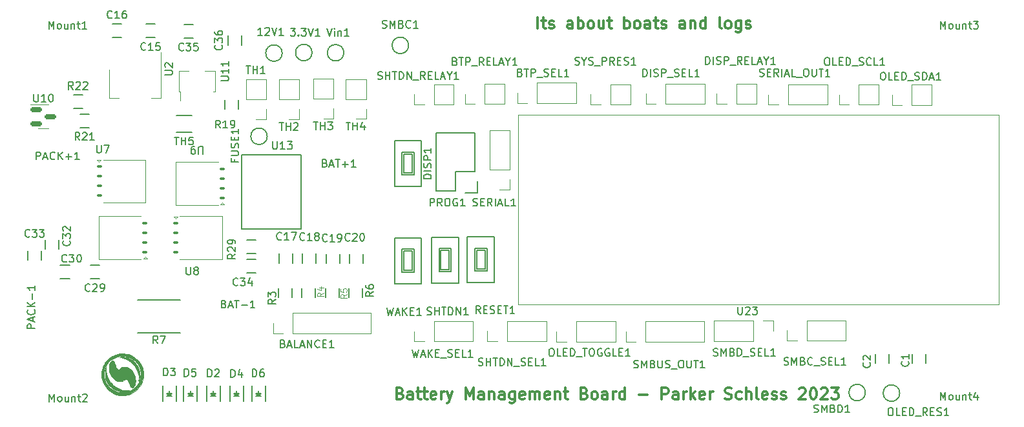
<source format=gto>
<<<<<<< HEAD:sirius/BMB/BMB-F_Silkscreen.gbr
%TF.GenerationSoftware,KiCad,Pcbnew,7.0.7*%
%TF.CreationDate,2023-11-14T12:33:42-05:00*%
%TF.ProjectId,BMB,424d422e-6b69-4636-9164-5f7063625858,rev?*%
%TF.SameCoordinates,Original*%
%TF.FileFunction,Legend,Top*%
%TF.FilePolarity,Positive*%
%FSLAX46Y46*%
G04 Gerber Fmt 4.6, Leading zero omitted, Abs format (unit mm)*
G04 Created by KiCad (PCBNEW 7.0.7) date 2023-11-14 12:33:42*
=======
G04 #@! TF.GenerationSoftware,KiCad,Pcbnew,7.0.8*
G04 #@! TF.CreationDate,2023-11-18T20:48:15-05:00*
G04 #@! TF.ProjectId,BMB,424d422e-6b69-4636-9164-5f7063625858,rev?*
G04 #@! TF.SameCoordinates,Original*
G04 #@! TF.FileFunction,Legend,Top*
G04 #@! TF.FilePolarity,Positive*
%FSLAX46Y46*%
G04 Gerber Fmt 4.6, Leading zero omitted, Abs format (unit mm)*
G04 Created by KiCad (PCBNEW 7.0.8) date 2023-11-18 20:48:15*
>>>>>>> 65deff486ed9ad387c3739b0de2a9b27093dad2d:sirius/BMB/BMB-gerbers/BMB-F_Silkscreen.gto
%MOMM*%
%LPD*%
G01*
G04 APERTURE LIST*
G04 Aperture macros list*
%AMRoundRect*
0 Rectangle with rounded corners*
0 $1 Rounding radius*
0 $2 $3 $4 $5 $6 $7 $8 $9 X,Y pos of 4 corners*
0 Add a 4 corners polygon primitive as box body*
4,1,4,$2,$3,$4,$5,$6,$7,$8,$9,$2,$3,0*
0 Add four circle primitives for the rounded corners*
1,1,$1+$1,$2,$3*
1,1,$1+$1,$4,$5*
1,1,$1+$1,$6,$7*
1,1,$1+$1,$8,$9*
0 Add four rect primitives between the rounded corners*
20,1,$1+$1,$2,$3,$4,$5,0*
20,1,$1+$1,$4,$5,$6,$7,0*
20,1,$1+$1,$6,$7,$8,$9,0*
20,1,$1+$1,$8,$9,$2,$3,0*%
%AMOutline4P*
0 Free polygon, 4 corners , with rotation*
0 The origin of the aperture is its center*
0 number of corners: always 4*
0 $1 to $8 corner X, Y*
0 $9 Rotation angle, in degrees counterclockwise*
0 create outline with 4 corners*
4,1,4,$1,$2,$3,$4,$5,$6,$7,$8,$1,$2,$9*%
%AMOutline5P*
0 Free polygon, 5 corners , with rotation*
0 The origin of the aperture is its center*
0 number of corners: always 5*
0 $1 to $10 corner X, Y*
0 $11 Rotation angle, in degrees counterclockwise*
0 create outline with 5 corners*
4,1,5,$1,$2,$3,$4,$5,$6,$7,$8,$9,$10,$1,$2,$11*%
%AMOutline6P*
0 Free polygon, 6 corners , with rotation*
0 The origin of the aperture is its center*
0 number of corners: always 6*
0 $1 to $12 corner X, Y*
0 $13 Rotation angle, in degrees counterclockwise*
0 create outline with 6 corners*
4,1,6,$1,$2,$3,$4,$5,$6,$7,$8,$9,$10,$11,$12,$1,$2,$13*%
%AMOutline7P*
0 Free polygon, 7 corners , with rotation*
0 The origin of the aperture is its center*
0 number of corners: always 7*
0 $1 to $14 corner X, Y*
0 $15 Rotation angle, in degrees counterclockwise*
0 create outline with 7 corners*
4,1,7,$1,$2,$3,$4,$5,$6,$7,$8,$9,$10,$11,$12,$13,$14,$1,$2,$15*%
%AMOutline8P*
0 Free polygon, 8 corners , with rotation*
0 The origin of the aperture is its center*
0 number of corners: always 8*
0 $1 to $16 corner X, Y*
0 $17 Rotation angle, in degrees counterclockwise*
0 create outline with 8 corners*
4,1,8,$1,$2,$3,$4,$5,$6,$7,$8,$9,$10,$11,$12,$13,$14,$15,$16,$1,$2,$17*%
%AMFreePoly0*
4,1,9,3.862500,-0.866500,0.737500,-0.866500,0.737500,-0.450000,-0.737500,-0.450000,-0.737500,0.450000,0.737500,0.450000,0.737500,0.866500,3.862500,0.866500,3.862500,-0.866500,3.862500,-0.866500,$1*%
G04 Aperture macros list end*
%ADD10C,0.300000*%
%ADD11C,0.150000*%
%ADD12C,0.125000*%
%ADD13C,0.120000*%
%ADD14C,0.200000*%
%ADD15C,0.010000*%
<<<<<<< HEAD:sirius/BMB/BMB-F_Silkscreen.gbr
=======
%ADD16R,1.600000X2.180000*%
%ADD17C,1.905000*%
%ADD18R,1.727200X1.727200*%
%ADD19O,1.727200X1.727200*%
%ADD20C,5.080000*%
%ADD21R,1.524000X1.270000*%
%ADD22C,5.600000*%
%ADD23RoundRect,0.102500X0.257500X0.102500X-0.257500X0.102500X-0.257500X-0.102500X0.257500X-0.102500X0*%
%ADD24R,0.510000X0.585000*%
%ADD25R,3.990000X3.960000*%
%ADD26R,0.410000X0.470000*%
%ADD27R,1.270000X1.524000*%
%ADD28R,1.700000X1.700000*%
%ADD29O,1.700000X1.700000*%
%ADD30RoundRect,0.102500X-0.257500X-0.102500X0.257500X-0.102500X0.257500X0.102500X-0.257500X0.102500X0*%
%ADD31R,0.900000X1.300000*%
%ADD32FreePoly0,90.000000*%
%ADD33R,0.600000X2.200000*%
%ADD34R,3.450000X2.150000*%
%ADD35R,3.048000X3.683000*%
%ADD36R,1.270000X1.905000*%
%ADD37RoundRect,0.150000X-0.587500X-0.150000X0.587500X-0.150000X0.587500X0.150000X-0.587500X0.150000X0*%
%ADD38C,1.524000*%
%ADD39Outline5P,-3.810000X1.270000X3.810000X1.270000X3.810000X-1.270000X-3.302000X-1.270000X-3.810000X-0.762000X270.000000*%
%ADD40Outline4P,-1.514475X-0.663575X1.514475X-0.663575X0.371475X0.663575X-0.371475X0.663575X180.000000*%
%ADD41Outline5P,-3.810000X0.762000X-3.302000X1.270000X3.810000X1.270000X3.810000X-1.270000X-3.810000X-1.270000X270.000000*%
%ADD42C,1.501140*%
>>>>>>> 65deff486ed9ad387c3739b0de2a9b27093dad2d:sirius/BMB/BMB-gerbers/BMB-F_Silkscreen.gto
G04 APERTURE END LIST*
D10*
X161361910Y-76381828D02*
X161361910Y-74881828D01*
X161861911Y-75381828D02*
X162433339Y-75381828D01*
X162076196Y-74881828D02*
X162076196Y-76167542D01*
X162076196Y-76167542D02*
X162147625Y-76310400D01*
X162147625Y-76310400D02*
X162290482Y-76381828D01*
X162290482Y-76381828D02*
X162433339Y-76381828D01*
X162861911Y-76310400D02*
X163004768Y-76381828D01*
X163004768Y-76381828D02*
X163290482Y-76381828D01*
X163290482Y-76381828D02*
X163433339Y-76310400D01*
X163433339Y-76310400D02*
X163504768Y-76167542D01*
X163504768Y-76167542D02*
X163504768Y-76096114D01*
X163504768Y-76096114D02*
X163433339Y-75953257D01*
X163433339Y-75953257D02*
X163290482Y-75881828D01*
X163290482Y-75881828D02*
X163076197Y-75881828D01*
X163076197Y-75881828D02*
X162933339Y-75810400D01*
X162933339Y-75810400D02*
X162861911Y-75667542D01*
X162861911Y-75667542D02*
X162861911Y-75596114D01*
X162861911Y-75596114D02*
X162933339Y-75453257D01*
X162933339Y-75453257D02*
X163076197Y-75381828D01*
X163076197Y-75381828D02*
X163290482Y-75381828D01*
X163290482Y-75381828D02*
X163433339Y-75453257D01*
X165933340Y-76381828D02*
X165933340Y-75596114D01*
X165933340Y-75596114D02*
X165861911Y-75453257D01*
X165861911Y-75453257D02*
X165719054Y-75381828D01*
X165719054Y-75381828D02*
X165433340Y-75381828D01*
X165433340Y-75381828D02*
X165290482Y-75453257D01*
X165933340Y-76310400D02*
X165790482Y-76381828D01*
X165790482Y-76381828D02*
X165433340Y-76381828D01*
X165433340Y-76381828D02*
X165290482Y-76310400D01*
X165290482Y-76310400D02*
X165219054Y-76167542D01*
X165219054Y-76167542D02*
X165219054Y-76024685D01*
X165219054Y-76024685D02*
X165290482Y-75881828D01*
X165290482Y-75881828D02*
X165433340Y-75810400D01*
X165433340Y-75810400D02*
X165790482Y-75810400D01*
X165790482Y-75810400D02*
X165933340Y-75738971D01*
X166647625Y-76381828D02*
X166647625Y-74881828D01*
X166647625Y-75453257D02*
X166790483Y-75381828D01*
X166790483Y-75381828D02*
X167076197Y-75381828D01*
X167076197Y-75381828D02*
X167219054Y-75453257D01*
X167219054Y-75453257D02*
X167290483Y-75524685D01*
X167290483Y-75524685D02*
X167361911Y-75667542D01*
X167361911Y-75667542D02*
X167361911Y-76096114D01*
X167361911Y-76096114D02*
X167290483Y-76238971D01*
X167290483Y-76238971D02*
X167219054Y-76310400D01*
X167219054Y-76310400D02*
X167076197Y-76381828D01*
X167076197Y-76381828D02*
X166790483Y-76381828D01*
X166790483Y-76381828D02*
X166647625Y-76310400D01*
X168219054Y-76381828D02*
X168076197Y-76310400D01*
X168076197Y-76310400D02*
X168004768Y-76238971D01*
X168004768Y-76238971D02*
X167933340Y-76096114D01*
X167933340Y-76096114D02*
X167933340Y-75667542D01*
X167933340Y-75667542D02*
X168004768Y-75524685D01*
X168004768Y-75524685D02*
X168076197Y-75453257D01*
X168076197Y-75453257D02*
X168219054Y-75381828D01*
X168219054Y-75381828D02*
X168433340Y-75381828D01*
X168433340Y-75381828D02*
X168576197Y-75453257D01*
X168576197Y-75453257D02*
X168647626Y-75524685D01*
X168647626Y-75524685D02*
X168719054Y-75667542D01*
X168719054Y-75667542D02*
X168719054Y-76096114D01*
X168719054Y-76096114D02*
X168647626Y-76238971D01*
X168647626Y-76238971D02*
X168576197Y-76310400D01*
X168576197Y-76310400D02*
X168433340Y-76381828D01*
X168433340Y-76381828D02*
X168219054Y-76381828D01*
X170004769Y-75381828D02*
X170004769Y-76381828D01*
X169361911Y-75381828D02*
X169361911Y-76167542D01*
X169361911Y-76167542D02*
X169433340Y-76310400D01*
X169433340Y-76310400D02*
X169576197Y-76381828D01*
X169576197Y-76381828D02*
X169790483Y-76381828D01*
X169790483Y-76381828D02*
X169933340Y-76310400D01*
X169933340Y-76310400D02*
X170004769Y-76238971D01*
X170504769Y-75381828D02*
X171076197Y-75381828D01*
X170719054Y-74881828D02*
X170719054Y-76167542D01*
X170719054Y-76167542D02*
X170790483Y-76310400D01*
X170790483Y-76310400D02*
X170933340Y-76381828D01*
X170933340Y-76381828D02*
X171076197Y-76381828D01*
X172719054Y-76381828D02*
X172719054Y-74881828D01*
X172719054Y-75453257D02*
X172861912Y-75381828D01*
X172861912Y-75381828D02*
X173147626Y-75381828D01*
X173147626Y-75381828D02*
X173290483Y-75453257D01*
X173290483Y-75453257D02*
X173361912Y-75524685D01*
X173361912Y-75524685D02*
X173433340Y-75667542D01*
X173433340Y-75667542D02*
X173433340Y-76096114D01*
X173433340Y-76096114D02*
X173361912Y-76238971D01*
X173361912Y-76238971D02*
X173290483Y-76310400D01*
X173290483Y-76310400D02*
X173147626Y-76381828D01*
X173147626Y-76381828D02*
X172861912Y-76381828D01*
X172861912Y-76381828D02*
X172719054Y-76310400D01*
X174290483Y-76381828D02*
X174147626Y-76310400D01*
X174147626Y-76310400D02*
X174076197Y-76238971D01*
X174076197Y-76238971D02*
X174004769Y-76096114D01*
X174004769Y-76096114D02*
X174004769Y-75667542D01*
X174004769Y-75667542D02*
X174076197Y-75524685D01*
X174076197Y-75524685D02*
X174147626Y-75453257D01*
X174147626Y-75453257D02*
X174290483Y-75381828D01*
X174290483Y-75381828D02*
X174504769Y-75381828D01*
X174504769Y-75381828D02*
X174647626Y-75453257D01*
X174647626Y-75453257D02*
X174719055Y-75524685D01*
X174719055Y-75524685D02*
X174790483Y-75667542D01*
X174790483Y-75667542D02*
X174790483Y-76096114D01*
X174790483Y-76096114D02*
X174719055Y-76238971D01*
X174719055Y-76238971D02*
X174647626Y-76310400D01*
X174647626Y-76310400D02*
X174504769Y-76381828D01*
X174504769Y-76381828D02*
X174290483Y-76381828D01*
X176076198Y-76381828D02*
X176076198Y-75596114D01*
X176076198Y-75596114D02*
X176004769Y-75453257D01*
X176004769Y-75453257D02*
X175861912Y-75381828D01*
X175861912Y-75381828D02*
X175576198Y-75381828D01*
X175576198Y-75381828D02*
X175433340Y-75453257D01*
X176076198Y-76310400D02*
X175933340Y-76381828D01*
X175933340Y-76381828D02*
X175576198Y-76381828D01*
X175576198Y-76381828D02*
X175433340Y-76310400D01*
X175433340Y-76310400D02*
X175361912Y-76167542D01*
X175361912Y-76167542D02*
X175361912Y-76024685D01*
X175361912Y-76024685D02*
X175433340Y-75881828D01*
X175433340Y-75881828D02*
X175576198Y-75810400D01*
X175576198Y-75810400D02*
X175933340Y-75810400D01*
X175933340Y-75810400D02*
X176076198Y-75738971D01*
X176576198Y-75381828D02*
X177147626Y-75381828D01*
X176790483Y-74881828D02*
X176790483Y-76167542D01*
X176790483Y-76167542D02*
X176861912Y-76310400D01*
X176861912Y-76310400D02*
X177004769Y-76381828D01*
X177004769Y-76381828D02*
X177147626Y-76381828D01*
X177576198Y-76310400D02*
X177719055Y-76381828D01*
X177719055Y-76381828D02*
X178004769Y-76381828D01*
X178004769Y-76381828D02*
X178147626Y-76310400D01*
X178147626Y-76310400D02*
X178219055Y-76167542D01*
X178219055Y-76167542D02*
X178219055Y-76096114D01*
X178219055Y-76096114D02*
X178147626Y-75953257D01*
X178147626Y-75953257D02*
X178004769Y-75881828D01*
X178004769Y-75881828D02*
X177790484Y-75881828D01*
X177790484Y-75881828D02*
X177647626Y-75810400D01*
X177647626Y-75810400D02*
X177576198Y-75667542D01*
X177576198Y-75667542D02*
X177576198Y-75596114D01*
X177576198Y-75596114D02*
X177647626Y-75453257D01*
X177647626Y-75453257D02*
X177790484Y-75381828D01*
X177790484Y-75381828D02*
X178004769Y-75381828D01*
X178004769Y-75381828D02*
X178147626Y-75453257D01*
X180647627Y-76381828D02*
X180647627Y-75596114D01*
X180647627Y-75596114D02*
X180576198Y-75453257D01*
X180576198Y-75453257D02*
X180433341Y-75381828D01*
X180433341Y-75381828D02*
X180147627Y-75381828D01*
X180147627Y-75381828D02*
X180004769Y-75453257D01*
X180647627Y-76310400D02*
X180504769Y-76381828D01*
X180504769Y-76381828D02*
X180147627Y-76381828D01*
X180147627Y-76381828D02*
X180004769Y-76310400D01*
X180004769Y-76310400D02*
X179933341Y-76167542D01*
X179933341Y-76167542D02*
X179933341Y-76024685D01*
X179933341Y-76024685D02*
X180004769Y-75881828D01*
X180004769Y-75881828D02*
X180147627Y-75810400D01*
X180147627Y-75810400D02*
X180504769Y-75810400D01*
X180504769Y-75810400D02*
X180647627Y-75738971D01*
X181361912Y-75381828D02*
X181361912Y-76381828D01*
X181361912Y-75524685D02*
X181433341Y-75453257D01*
X181433341Y-75453257D02*
X181576198Y-75381828D01*
X181576198Y-75381828D02*
X181790484Y-75381828D01*
X181790484Y-75381828D02*
X181933341Y-75453257D01*
X181933341Y-75453257D02*
X182004770Y-75596114D01*
X182004770Y-75596114D02*
X182004770Y-76381828D01*
X183361913Y-76381828D02*
X183361913Y-74881828D01*
X183361913Y-76310400D02*
X183219055Y-76381828D01*
X183219055Y-76381828D02*
X182933341Y-76381828D01*
X182933341Y-76381828D02*
X182790484Y-76310400D01*
X182790484Y-76310400D02*
X182719055Y-76238971D01*
X182719055Y-76238971D02*
X182647627Y-76096114D01*
X182647627Y-76096114D02*
X182647627Y-75667542D01*
X182647627Y-75667542D02*
X182719055Y-75524685D01*
X182719055Y-75524685D02*
X182790484Y-75453257D01*
X182790484Y-75453257D02*
X182933341Y-75381828D01*
X182933341Y-75381828D02*
X183219055Y-75381828D01*
X183219055Y-75381828D02*
X183361913Y-75453257D01*
X185433341Y-76381828D02*
X185290484Y-76310400D01*
X185290484Y-76310400D02*
X185219055Y-76167542D01*
X185219055Y-76167542D02*
X185219055Y-74881828D01*
X186219055Y-76381828D02*
X186076198Y-76310400D01*
X186076198Y-76310400D02*
X186004769Y-76238971D01*
X186004769Y-76238971D02*
X185933341Y-76096114D01*
X185933341Y-76096114D02*
X185933341Y-75667542D01*
X185933341Y-75667542D02*
X186004769Y-75524685D01*
X186004769Y-75524685D02*
X186076198Y-75453257D01*
X186076198Y-75453257D02*
X186219055Y-75381828D01*
X186219055Y-75381828D02*
X186433341Y-75381828D01*
X186433341Y-75381828D02*
X186576198Y-75453257D01*
X186576198Y-75453257D02*
X186647627Y-75524685D01*
X186647627Y-75524685D02*
X186719055Y-75667542D01*
X186719055Y-75667542D02*
X186719055Y-76096114D01*
X186719055Y-76096114D02*
X186647627Y-76238971D01*
X186647627Y-76238971D02*
X186576198Y-76310400D01*
X186576198Y-76310400D02*
X186433341Y-76381828D01*
X186433341Y-76381828D02*
X186219055Y-76381828D01*
X188004770Y-75381828D02*
X188004770Y-76596114D01*
X188004770Y-76596114D02*
X187933341Y-76738971D01*
X187933341Y-76738971D02*
X187861912Y-76810400D01*
X187861912Y-76810400D02*
X187719055Y-76881828D01*
X187719055Y-76881828D02*
X187504770Y-76881828D01*
X187504770Y-76881828D02*
X187361912Y-76810400D01*
X188004770Y-76310400D02*
X187861912Y-76381828D01*
X187861912Y-76381828D02*
X187576198Y-76381828D01*
X187576198Y-76381828D02*
X187433341Y-76310400D01*
X187433341Y-76310400D02*
X187361912Y-76238971D01*
X187361912Y-76238971D02*
X187290484Y-76096114D01*
X187290484Y-76096114D02*
X187290484Y-75667542D01*
X187290484Y-75667542D02*
X187361912Y-75524685D01*
X187361912Y-75524685D02*
X187433341Y-75453257D01*
X187433341Y-75453257D02*
X187576198Y-75381828D01*
X187576198Y-75381828D02*
X187861912Y-75381828D01*
X187861912Y-75381828D02*
X188004770Y-75453257D01*
X188647627Y-76310400D02*
X188790484Y-76381828D01*
X188790484Y-76381828D02*
X189076198Y-76381828D01*
X189076198Y-76381828D02*
X189219055Y-76310400D01*
X189219055Y-76310400D02*
X189290484Y-76167542D01*
X189290484Y-76167542D02*
X189290484Y-76096114D01*
X189290484Y-76096114D02*
X189219055Y-75953257D01*
X189219055Y-75953257D02*
X189076198Y-75881828D01*
X189076198Y-75881828D02*
X188861913Y-75881828D01*
X188861913Y-75881828D02*
X188719055Y-75810400D01*
X188719055Y-75810400D02*
X188647627Y-75667542D01*
X188647627Y-75667542D02*
X188647627Y-75596114D01*
X188647627Y-75596114D02*
X188719055Y-75453257D01*
X188719055Y-75453257D02*
X188861913Y-75381828D01*
X188861913Y-75381828D02*
X189076198Y-75381828D01*
X189076198Y-75381828D02*
X189219055Y-75453257D01*
X143345310Y-124262514D02*
X143559596Y-124333942D01*
X143559596Y-124333942D02*
X143631025Y-124405371D01*
X143631025Y-124405371D02*
X143702453Y-124548228D01*
X143702453Y-124548228D02*
X143702453Y-124762514D01*
X143702453Y-124762514D02*
X143631025Y-124905371D01*
X143631025Y-124905371D02*
X143559596Y-124976800D01*
X143559596Y-124976800D02*
X143416739Y-125048228D01*
X143416739Y-125048228D02*
X142845310Y-125048228D01*
X142845310Y-125048228D02*
X142845310Y-123548228D01*
X142845310Y-123548228D02*
X143345310Y-123548228D01*
X143345310Y-123548228D02*
X143488168Y-123619657D01*
X143488168Y-123619657D02*
X143559596Y-123691085D01*
X143559596Y-123691085D02*
X143631025Y-123833942D01*
X143631025Y-123833942D02*
X143631025Y-123976800D01*
X143631025Y-123976800D02*
X143559596Y-124119657D01*
X143559596Y-124119657D02*
X143488168Y-124191085D01*
X143488168Y-124191085D02*
X143345310Y-124262514D01*
X143345310Y-124262514D02*
X142845310Y-124262514D01*
X144988168Y-125048228D02*
X144988168Y-124262514D01*
X144988168Y-124262514D02*
X144916739Y-124119657D01*
X144916739Y-124119657D02*
X144773882Y-124048228D01*
X144773882Y-124048228D02*
X144488168Y-124048228D01*
X144488168Y-124048228D02*
X144345310Y-124119657D01*
X144988168Y-124976800D02*
X144845310Y-125048228D01*
X144845310Y-125048228D02*
X144488168Y-125048228D01*
X144488168Y-125048228D02*
X144345310Y-124976800D01*
X144345310Y-124976800D02*
X144273882Y-124833942D01*
X144273882Y-124833942D02*
X144273882Y-124691085D01*
X144273882Y-124691085D02*
X144345310Y-124548228D01*
X144345310Y-124548228D02*
X144488168Y-124476800D01*
X144488168Y-124476800D02*
X144845310Y-124476800D01*
X144845310Y-124476800D02*
X144988168Y-124405371D01*
X145488168Y-124048228D02*
X146059596Y-124048228D01*
X145702453Y-123548228D02*
X145702453Y-124833942D01*
X145702453Y-124833942D02*
X145773882Y-124976800D01*
X145773882Y-124976800D02*
X145916739Y-125048228D01*
X145916739Y-125048228D02*
X146059596Y-125048228D01*
X146345311Y-124048228D02*
X146916739Y-124048228D01*
X146559596Y-123548228D02*
X146559596Y-124833942D01*
X146559596Y-124833942D02*
X146631025Y-124976800D01*
X146631025Y-124976800D02*
X146773882Y-125048228D01*
X146773882Y-125048228D02*
X146916739Y-125048228D01*
X147988168Y-124976800D02*
X147845311Y-125048228D01*
X147845311Y-125048228D02*
X147559597Y-125048228D01*
X147559597Y-125048228D02*
X147416739Y-124976800D01*
X147416739Y-124976800D02*
X147345311Y-124833942D01*
X147345311Y-124833942D02*
X147345311Y-124262514D01*
X147345311Y-124262514D02*
X147416739Y-124119657D01*
X147416739Y-124119657D02*
X147559597Y-124048228D01*
X147559597Y-124048228D02*
X147845311Y-124048228D01*
X147845311Y-124048228D02*
X147988168Y-124119657D01*
X147988168Y-124119657D02*
X148059597Y-124262514D01*
X148059597Y-124262514D02*
X148059597Y-124405371D01*
X148059597Y-124405371D02*
X147345311Y-124548228D01*
X148702453Y-125048228D02*
X148702453Y-124048228D01*
X148702453Y-124333942D02*
X148773882Y-124191085D01*
X148773882Y-124191085D02*
X148845311Y-124119657D01*
X148845311Y-124119657D02*
X148988168Y-124048228D01*
X148988168Y-124048228D02*
X149131025Y-124048228D01*
X149488167Y-124048228D02*
X149845310Y-125048228D01*
X150202453Y-124048228D02*
X149845310Y-125048228D01*
X149845310Y-125048228D02*
X149702453Y-125405371D01*
X149702453Y-125405371D02*
X149631024Y-125476800D01*
X149631024Y-125476800D02*
X149488167Y-125548228D01*
X151916738Y-125048228D02*
X151916738Y-123548228D01*
X151916738Y-123548228D02*
X152416738Y-124619657D01*
X152416738Y-124619657D02*
X152916738Y-123548228D01*
X152916738Y-123548228D02*
X152916738Y-125048228D01*
X154273882Y-125048228D02*
X154273882Y-124262514D01*
X154273882Y-124262514D02*
X154202453Y-124119657D01*
X154202453Y-124119657D02*
X154059596Y-124048228D01*
X154059596Y-124048228D02*
X153773882Y-124048228D01*
X153773882Y-124048228D02*
X153631024Y-124119657D01*
X154273882Y-124976800D02*
X154131024Y-125048228D01*
X154131024Y-125048228D02*
X153773882Y-125048228D01*
X153773882Y-125048228D02*
X153631024Y-124976800D01*
X153631024Y-124976800D02*
X153559596Y-124833942D01*
X153559596Y-124833942D02*
X153559596Y-124691085D01*
X153559596Y-124691085D02*
X153631024Y-124548228D01*
X153631024Y-124548228D02*
X153773882Y-124476800D01*
X153773882Y-124476800D02*
X154131024Y-124476800D01*
X154131024Y-124476800D02*
X154273882Y-124405371D01*
X154988167Y-124048228D02*
X154988167Y-125048228D01*
X154988167Y-124191085D02*
X155059596Y-124119657D01*
X155059596Y-124119657D02*
X155202453Y-124048228D01*
X155202453Y-124048228D02*
X155416739Y-124048228D01*
X155416739Y-124048228D02*
X155559596Y-124119657D01*
X155559596Y-124119657D02*
X155631025Y-124262514D01*
X155631025Y-124262514D02*
X155631025Y-125048228D01*
X156988168Y-125048228D02*
X156988168Y-124262514D01*
X156988168Y-124262514D02*
X156916739Y-124119657D01*
X156916739Y-124119657D02*
X156773882Y-124048228D01*
X156773882Y-124048228D02*
X156488168Y-124048228D01*
X156488168Y-124048228D02*
X156345310Y-124119657D01*
X156988168Y-124976800D02*
X156845310Y-125048228D01*
X156845310Y-125048228D02*
X156488168Y-125048228D01*
X156488168Y-125048228D02*
X156345310Y-124976800D01*
X156345310Y-124976800D02*
X156273882Y-124833942D01*
X156273882Y-124833942D02*
X156273882Y-124691085D01*
X156273882Y-124691085D02*
X156345310Y-124548228D01*
X156345310Y-124548228D02*
X156488168Y-124476800D01*
X156488168Y-124476800D02*
X156845310Y-124476800D01*
X156845310Y-124476800D02*
X156988168Y-124405371D01*
X158345311Y-124048228D02*
X158345311Y-125262514D01*
X158345311Y-125262514D02*
X158273882Y-125405371D01*
X158273882Y-125405371D02*
X158202453Y-125476800D01*
X158202453Y-125476800D02*
X158059596Y-125548228D01*
X158059596Y-125548228D02*
X157845311Y-125548228D01*
X157845311Y-125548228D02*
X157702453Y-125476800D01*
X158345311Y-124976800D02*
X158202453Y-125048228D01*
X158202453Y-125048228D02*
X157916739Y-125048228D01*
X157916739Y-125048228D02*
X157773882Y-124976800D01*
X157773882Y-124976800D02*
X157702453Y-124905371D01*
X157702453Y-124905371D02*
X157631025Y-124762514D01*
X157631025Y-124762514D02*
X157631025Y-124333942D01*
X157631025Y-124333942D02*
X157702453Y-124191085D01*
X157702453Y-124191085D02*
X157773882Y-124119657D01*
X157773882Y-124119657D02*
X157916739Y-124048228D01*
X157916739Y-124048228D02*
X158202453Y-124048228D01*
X158202453Y-124048228D02*
X158345311Y-124119657D01*
X159631025Y-124976800D02*
X159488168Y-125048228D01*
X159488168Y-125048228D02*
X159202454Y-125048228D01*
X159202454Y-125048228D02*
X159059596Y-124976800D01*
X159059596Y-124976800D02*
X158988168Y-124833942D01*
X158988168Y-124833942D02*
X158988168Y-124262514D01*
X158988168Y-124262514D02*
X159059596Y-124119657D01*
X159059596Y-124119657D02*
X159202454Y-124048228D01*
X159202454Y-124048228D02*
X159488168Y-124048228D01*
X159488168Y-124048228D02*
X159631025Y-124119657D01*
X159631025Y-124119657D02*
X159702454Y-124262514D01*
X159702454Y-124262514D02*
X159702454Y-124405371D01*
X159702454Y-124405371D02*
X158988168Y-124548228D01*
X160345310Y-125048228D02*
X160345310Y-124048228D01*
X160345310Y-124191085D02*
X160416739Y-124119657D01*
X160416739Y-124119657D02*
X160559596Y-124048228D01*
X160559596Y-124048228D02*
X160773882Y-124048228D01*
X160773882Y-124048228D02*
X160916739Y-124119657D01*
X160916739Y-124119657D02*
X160988168Y-124262514D01*
X160988168Y-124262514D02*
X160988168Y-125048228D01*
X160988168Y-124262514D02*
X161059596Y-124119657D01*
X161059596Y-124119657D02*
X161202453Y-124048228D01*
X161202453Y-124048228D02*
X161416739Y-124048228D01*
X161416739Y-124048228D02*
X161559596Y-124119657D01*
X161559596Y-124119657D02*
X161631025Y-124262514D01*
X161631025Y-124262514D02*
X161631025Y-125048228D01*
X162916739Y-124976800D02*
X162773882Y-125048228D01*
X162773882Y-125048228D02*
X162488168Y-125048228D01*
X162488168Y-125048228D02*
X162345310Y-124976800D01*
X162345310Y-124976800D02*
X162273882Y-124833942D01*
X162273882Y-124833942D02*
X162273882Y-124262514D01*
X162273882Y-124262514D02*
X162345310Y-124119657D01*
X162345310Y-124119657D02*
X162488168Y-124048228D01*
X162488168Y-124048228D02*
X162773882Y-124048228D01*
X162773882Y-124048228D02*
X162916739Y-124119657D01*
X162916739Y-124119657D02*
X162988168Y-124262514D01*
X162988168Y-124262514D02*
X162988168Y-124405371D01*
X162988168Y-124405371D02*
X162273882Y-124548228D01*
X163631024Y-124048228D02*
X163631024Y-125048228D01*
X163631024Y-124191085D02*
X163702453Y-124119657D01*
X163702453Y-124119657D02*
X163845310Y-124048228D01*
X163845310Y-124048228D02*
X164059596Y-124048228D01*
X164059596Y-124048228D02*
X164202453Y-124119657D01*
X164202453Y-124119657D02*
X164273882Y-124262514D01*
X164273882Y-124262514D02*
X164273882Y-125048228D01*
X164773882Y-124048228D02*
X165345310Y-124048228D01*
X164988167Y-123548228D02*
X164988167Y-124833942D01*
X164988167Y-124833942D02*
X165059596Y-124976800D01*
X165059596Y-124976800D02*
X165202453Y-125048228D01*
X165202453Y-125048228D02*
X165345310Y-125048228D01*
X167488167Y-124262514D02*
X167702453Y-124333942D01*
X167702453Y-124333942D02*
X167773882Y-124405371D01*
X167773882Y-124405371D02*
X167845310Y-124548228D01*
X167845310Y-124548228D02*
X167845310Y-124762514D01*
X167845310Y-124762514D02*
X167773882Y-124905371D01*
X167773882Y-124905371D02*
X167702453Y-124976800D01*
X167702453Y-124976800D02*
X167559596Y-125048228D01*
X167559596Y-125048228D02*
X166988167Y-125048228D01*
X166988167Y-125048228D02*
X166988167Y-123548228D01*
X166988167Y-123548228D02*
X167488167Y-123548228D01*
X167488167Y-123548228D02*
X167631025Y-123619657D01*
X167631025Y-123619657D02*
X167702453Y-123691085D01*
X167702453Y-123691085D02*
X167773882Y-123833942D01*
X167773882Y-123833942D02*
X167773882Y-123976800D01*
X167773882Y-123976800D02*
X167702453Y-124119657D01*
X167702453Y-124119657D02*
X167631025Y-124191085D01*
X167631025Y-124191085D02*
X167488167Y-124262514D01*
X167488167Y-124262514D02*
X166988167Y-124262514D01*
X168702453Y-125048228D02*
X168559596Y-124976800D01*
X168559596Y-124976800D02*
X168488167Y-124905371D01*
X168488167Y-124905371D02*
X168416739Y-124762514D01*
X168416739Y-124762514D02*
X168416739Y-124333942D01*
X168416739Y-124333942D02*
X168488167Y-124191085D01*
X168488167Y-124191085D02*
X168559596Y-124119657D01*
X168559596Y-124119657D02*
X168702453Y-124048228D01*
X168702453Y-124048228D02*
X168916739Y-124048228D01*
X168916739Y-124048228D02*
X169059596Y-124119657D01*
X169059596Y-124119657D02*
X169131025Y-124191085D01*
X169131025Y-124191085D02*
X169202453Y-124333942D01*
X169202453Y-124333942D02*
X169202453Y-124762514D01*
X169202453Y-124762514D02*
X169131025Y-124905371D01*
X169131025Y-124905371D02*
X169059596Y-124976800D01*
X169059596Y-124976800D02*
X168916739Y-125048228D01*
X168916739Y-125048228D02*
X168702453Y-125048228D01*
X170488168Y-125048228D02*
X170488168Y-124262514D01*
X170488168Y-124262514D02*
X170416739Y-124119657D01*
X170416739Y-124119657D02*
X170273882Y-124048228D01*
X170273882Y-124048228D02*
X169988168Y-124048228D01*
X169988168Y-124048228D02*
X169845310Y-124119657D01*
X170488168Y-124976800D02*
X170345310Y-125048228D01*
X170345310Y-125048228D02*
X169988168Y-125048228D01*
X169988168Y-125048228D02*
X169845310Y-124976800D01*
X169845310Y-124976800D02*
X169773882Y-124833942D01*
X169773882Y-124833942D02*
X169773882Y-124691085D01*
X169773882Y-124691085D02*
X169845310Y-124548228D01*
X169845310Y-124548228D02*
X169988168Y-124476800D01*
X169988168Y-124476800D02*
X170345310Y-124476800D01*
X170345310Y-124476800D02*
X170488168Y-124405371D01*
X171202453Y-125048228D02*
X171202453Y-124048228D01*
X171202453Y-124333942D02*
X171273882Y-124191085D01*
X171273882Y-124191085D02*
X171345311Y-124119657D01*
X171345311Y-124119657D02*
X171488168Y-124048228D01*
X171488168Y-124048228D02*
X171631025Y-124048228D01*
X172773882Y-125048228D02*
X172773882Y-123548228D01*
X172773882Y-124976800D02*
X172631024Y-125048228D01*
X172631024Y-125048228D02*
X172345310Y-125048228D01*
X172345310Y-125048228D02*
X172202453Y-124976800D01*
X172202453Y-124976800D02*
X172131024Y-124905371D01*
X172131024Y-124905371D02*
X172059596Y-124762514D01*
X172059596Y-124762514D02*
X172059596Y-124333942D01*
X172059596Y-124333942D02*
X172131024Y-124191085D01*
X172131024Y-124191085D02*
X172202453Y-124119657D01*
X172202453Y-124119657D02*
X172345310Y-124048228D01*
X172345310Y-124048228D02*
X172631024Y-124048228D01*
X172631024Y-124048228D02*
X172773882Y-124119657D01*
X174631024Y-124476800D02*
X175773882Y-124476800D01*
X177631024Y-125048228D02*
X177631024Y-123548228D01*
X177631024Y-123548228D02*
X178202453Y-123548228D01*
X178202453Y-123548228D02*
X178345310Y-123619657D01*
X178345310Y-123619657D02*
X178416739Y-123691085D01*
X178416739Y-123691085D02*
X178488167Y-123833942D01*
X178488167Y-123833942D02*
X178488167Y-124048228D01*
X178488167Y-124048228D02*
X178416739Y-124191085D01*
X178416739Y-124191085D02*
X178345310Y-124262514D01*
X178345310Y-124262514D02*
X178202453Y-124333942D01*
X178202453Y-124333942D02*
X177631024Y-124333942D01*
X179773882Y-125048228D02*
X179773882Y-124262514D01*
X179773882Y-124262514D02*
X179702453Y-124119657D01*
X179702453Y-124119657D02*
X179559596Y-124048228D01*
X179559596Y-124048228D02*
X179273882Y-124048228D01*
X179273882Y-124048228D02*
X179131024Y-124119657D01*
X179773882Y-124976800D02*
X179631024Y-125048228D01*
X179631024Y-125048228D02*
X179273882Y-125048228D01*
X179273882Y-125048228D02*
X179131024Y-124976800D01*
X179131024Y-124976800D02*
X179059596Y-124833942D01*
X179059596Y-124833942D02*
X179059596Y-124691085D01*
X179059596Y-124691085D02*
X179131024Y-124548228D01*
X179131024Y-124548228D02*
X179273882Y-124476800D01*
X179273882Y-124476800D02*
X179631024Y-124476800D01*
X179631024Y-124476800D02*
X179773882Y-124405371D01*
X180488167Y-125048228D02*
X180488167Y-124048228D01*
X180488167Y-124333942D02*
X180559596Y-124191085D01*
X180559596Y-124191085D02*
X180631025Y-124119657D01*
X180631025Y-124119657D02*
X180773882Y-124048228D01*
X180773882Y-124048228D02*
X180916739Y-124048228D01*
X181416738Y-125048228D02*
X181416738Y-123548228D01*
X181559596Y-124476800D02*
X181988167Y-125048228D01*
X181988167Y-124048228D02*
X181416738Y-124619657D01*
X183202453Y-124976800D02*
X183059596Y-125048228D01*
X183059596Y-125048228D02*
X182773882Y-125048228D01*
X182773882Y-125048228D02*
X182631024Y-124976800D01*
X182631024Y-124976800D02*
X182559596Y-124833942D01*
X182559596Y-124833942D02*
X182559596Y-124262514D01*
X182559596Y-124262514D02*
X182631024Y-124119657D01*
X182631024Y-124119657D02*
X182773882Y-124048228D01*
X182773882Y-124048228D02*
X183059596Y-124048228D01*
X183059596Y-124048228D02*
X183202453Y-124119657D01*
X183202453Y-124119657D02*
X183273882Y-124262514D01*
X183273882Y-124262514D02*
X183273882Y-124405371D01*
X183273882Y-124405371D02*
X182559596Y-124548228D01*
X183916738Y-125048228D02*
X183916738Y-124048228D01*
X183916738Y-124333942D02*
X183988167Y-124191085D01*
X183988167Y-124191085D02*
X184059596Y-124119657D01*
X184059596Y-124119657D02*
X184202453Y-124048228D01*
X184202453Y-124048228D02*
X184345310Y-124048228D01*
X185916738Y-124976800D02*
X186131024Y-125048228D01*
X186131024Y-125048228D02*
X186488166Y-125048228D01*
X186488166Y-125048228D02*
X186631024Y-124976800D01*
X186631024Y-124976800D02*
X186702452Y-124905371D01*
X186702452Y-124905371D02*
X186773881Y-124762514D01*
X186773881Y-124762514D02*
X186773881Y-124619657D01*
X186773881Y-124619657D02*
X186702452Y-124476800D01*
X186702452Y-124476800D02*
X186631024Y-124405371D01*
X186631024Y-124405371D02*
X186488166Y-124333942D01*
X186488166Y-124333942D02*
X186202452Y-124262514D01*
X186202452Y-124262514D02*
X186059595Y-124191085D01*
X186059595Y-124191085D02*
X185988166Y-124119657D01*
X185988166Y-124119657D02*
X185916738Y-123976800D01*
X185916738Y-123976800D02*
X185916738Y-123833942D01*
X185916738Y-123833942D02*
X185988166Y-123691085D01*
X185988166Y-123691085D02*
X186059595Y-123619657D01*
X186059595Y-123619657D02*
X186202452Y-123548228D01*
X186202452Y-123548228D02*
X186559595Y-123548228D01*
X186559595Y-123548228D02*
X186773881Y-123619657D01*
X188059595Y-124976800D02*
X187916737Y-125048228D01*
X187916737Y-125048228D02*
X187631023Y-125048228D01*
X187631023Y-125048228D02*
X187488166Y-124976800D01*
X187488166Y-124976800D02*
X187416737Y-124905371D01*
X187416737Y-124905371D02*
X187345309Y-124762514D01*
X187345309Y-124762514D02*
X187345309Y-124333942D01*
X187345309Y-124333942D02*
X187416737Y-124191085D01*
X187416737Y-124191085D02*
X187488166Y-124119657D01*
X187488166Y-124119657D02*
X187631023Y-124048228D01*
X187631023Y-124048228D02*
X187916737Y-124048228D01*
X187916737Y-124048228D02*
X188059595Y-124119657D01*
X188702451Y-125048228D02*
X188702451Y-123548228D01*
X189345309Y-125048228D02*
X189345309Y-124262514D01*
X189345309Y-124262514D02*
X189273880Y-124119657D01*
X189273880Y-124119657D02*
X189131023Y-124048228D01*
X189131023Y-124048228D02*
X188916737Y-124048228D01*
X188916737Y-124048228D02*
X188773880Y-124119657D01*
X188773880Y-124119657D02*
X188702451Y-124191085D01*
X190273880Y-125048228D02*
X190131023Y-124976800D01*
X190131023Y-124976800D02*
X190059594Y-124833942D01*
X190059594Y-124833942D02*
X190059594Y-123548228D01*
X191416737Y-124976800D02*
X191273880Y-125048228D01*
X191273880Y-125048228D02*
X190988166Y-125048228D01*
X190988166Y-125048228D02*
X190845308Y-124976800D01*
X190845308Y-124976800D02*
X190773880Y-124833942D01*
X190773880Y-124833942D02*
X190773880Y-124262514D01*
X190773880Y-124262514D02*
X190845308Y-124119657D01*
X190845308Y-124119657D02*
X190988166Y-124048228D01*
X190988166Y-124048228D02*
X191273880Y-124048228D01*
X191273880Y-124048228D02*
X191416737Y-124119657D01*
X191416737Y-124119657D02*
X191488166Y-124262514D01*
X191488166Y-124262514D02*
X191488166Y-124405371D01*
X191488166Y-124405371D02*
X190773880Y-124548228D01*
X192059594Y-124976800D02*
X192202451Y-125048228D01*
X192202451Y-125048228D02*
X192488165Y-125048228D01*
X192488165Y-125048228D02*
X192631022Y-124976800D01*
X192631022Y-124976800D02*
X192702451Y-124833942D01*
X192702451Y-124833942D02*
X192702451Y-124762514D01*
X192702451Y-124762514D02*
X192631022Y-124619657D01*
X192631022Y-124619657D02*
X192488165Y-124548228D01*
X192488165Y-124548228D02*
X192273880Y-124548228D01*
X192273880Y-124548228D02*
X192131022Y-124476800D01*
X192131022Y-124476800D02*
X192059594Y-124333942D01*
X192059594Y-124333942D02*
X192059594Y-124262514D01*
X192059594Y-124262514D02*
X192131022Y-124119657D01*
X192131022Y-124119657D02*
X192273880Y-124048228D01*
X192273880Y-124048228D02*
X192488165Y-124048228D01*
X192488165Y-124048228D02*
X192631022Y-124119657D01*
X193273880Y-124976800D02*
X193416737Y-125048228D01*
X193416737Y-125048228D02*
X193702451Y-125048228D01*
X193702451Y-125048228D02*
X193845308Y-124976800D01*
X193845308Y-124976800D02*
X193916737Y-124833942D01*
X193916737Y-124833942D02*
X193916737Y-124762514D01*
X193916737Y-124762514D02*
X193845308Y-124619657D01*
X193845308Y-124619657D02*
X193702451Y-124548228D01*
X193702451Y-124548228D02*
X193488166Y-124548228D01*
X193488166Y-124548228D02*
X193345308Y-124476800D01*
X193345308Y-124476800D02*
X193273880Y-124333942D01*
X193273880Y-124333942D02*
X193273880Y-124262514D01*
X193273880Y-124262514D02*
X193345308Y-124119657D01*
X193345308Y-124119657D02*
X193488166Y-124048228D01*
X193488166Y-124048228D02*
X193702451Y-124048228D01*
X193702451Y-124048228D02*
X193845308Y-124119657D01*
X195631023Y-123691085D02*
X195702451Y-123619657D01*
X195702451Y-123619657D02*
X195845309Y-123548228D01*
X195845309Y-123548228D02*
X196202451Y-123548228D01*
X196202451Y-123548228D02*
X196345309Y-123619657D01*
X196345309Y-123619657D02*
X196416737Y-123691085D01*
X196416737Y-123691085D02*
X196488166Y-123833942D01*
X196488166Y-123833942D02*
X196488166Y-123976800D01*
X196488166Y-123976800D02*
X196416737Y-124191085D01*
X196416737Y-124191085D02*
X195559594Y-125048228D01*
X195559594Y-125048228D02*
X196488166Y-125048228D01*
X197416737Y-123548228D02*
X197559594Y-123548228D01*
X197559594Y-123548228D02*
X197702451Y-123619657D01*
X197702451Y-123619657D02*
X197773880Y-123691085D01*
X197773880Y-123691085D02*
X197845308Y-123833942D01*
X197845308Y-123833942D02*
X197916737Y-124119657D01*
X197916737Y-124119657D02*
X197916737Y-124476800D01*
X197916737Y-124476800D02*
X197845308Y-124762514D01*
X197845308Y-124762514D02*
X197773880Y-124905371D01*
X197773880Y-124905371D02*
X197702451Y-124976800D01*
X197702451Y-124976800D02*
X197559594Y-125048228D01*
X197559594Y-125048228D02*
X197416737Y-125048228D01*
X197416737Y-125048228D02*
X197273880Y-124976800D01*
X197273880Y-124976800D02*
X197202451Y-124905371D01*
X197202451Y-124905371D02*
X197131022Y-124762514D01*
X197131022Y-124762514D02*
X197059594Y-124476800D01*
X197059594Y-124476800D02*
X197059594Y-124119657D01*
X197059594Y-124119657D02*
X197131022Y-123833942D01*
X197131022Y-123833942D02*
X197202451Y-123691085D01*
X197202451Y-123691085D02*
X197273880Y-123619657D01*
X197273880Y-123619657D02*
X197416737Y-123548228D01*
X198488165Y-123691085D02*
X198559593Y-123619657D01*
X198559593Y-123619657D02*
X198702451Y-123548228D01*
X198702451Y-123548228D02*
X199059593Y-123548228D01*
X199059593Y-123548228D02*
X199202451Y-123619657D01*
X199202451Y-123619657D02*
X199273879Y-123691085D01*
X199273879Y-123691085D02*
X199345308Y-123833942D01*
X199345308Y-123833942D02*
X199345308Y-123976800D01*
X199345308Y-123976800D02*
X199273879Y-124191085D01*
X199273879Y-124191085D02*
X198416736Y-125048228D01*
X198416736Y-125048228D02*
X199345308Y-125048228D01*
X199845307Y-123548228D02*
X200773879Y-123548228D01*
X200773879Y-123548228D02*
X200273879Y-124119657D01*
X200273879Y-124119657D02*
X200488164Y-124119657D01*
X200488164Y-124119657D02*
X200631022Y-124191085D01*
X200631022Y-124191085D02*
X200702450Y-124262514D01*
X200702450Y-124262514D02*
X200773879Y-124405371D01*
X200773879Y-124405371D02*
X200773879Y-124762514D01*
X200773879Y-124762514D02*
X200702450Y-124905371D01*
X200702450Y-124905371D02*
X200631022Y-124976800D01*
X200631022Y-124976800D02*
X200488164Y-125048228D01*
X200488164Y-125048228D02*
X200059593Y-125048228D01*
X200059593Y-125048228D02*
X199916736Y-124976800D01*
X199916736Y-124976800D02*
X199845307Y-124905371D01*
D11*
X146864724Y-113919800D02*
X147007581Y-113967419D01*
X147007581Y-113967419D02*
X147245676Y-113967419D01*
X147245676Y-113967419D02*
X147340914Y-113919800D01*
X147340914Y-113919800D02*
X147388533Y-113872180D01*
X147388533Y-113872180D02*
X147436152Y-113776942D01*
X147436152Y-113776942D02*
X147436152Y-113681704D01*
X147436152Y-113681704D02*
X147388533Y-113586466D01*
X147388533Y-113586466D02*
X147340914Y-113538847D01*
X147340914Y-113538847D02*
X147245676Y-113491228D01*
X147245676Y-113491228D02*
X147055200Y-113443609D01*
X147055200Y-113443609D02*
X146959962Y-113395990D01*
X146959962Y-113395990D02*
X146912343Y-113348371D01*
X146912343Y-113348371D02*
X146864724Y-113253133D01*
X146864724Y-113253133D02*
X146864724Y-113157895D01*
X146864724Y-113157895D02*
X146912343Y-113062657D01*
X146912343Y-113062657D02*
X146959962Y-113015038D01*
X146959962Y-113015038D02*
X147055200Y-112967419D01*
X147055200Y-112967419D02*
X147293295Y-112967419D01*
X147293295Y-112967419D02*
X147436152Y-113015038D01*
X147864724Y-113967419D02*
X147864724Y-112967419D01*
X147864724Y-113443609D02*
X148436152Y-113443609D01*
X148436152Y-113967419D02*
X148436152Y-112967419D01*
X148769486Y-112967419D02*
X149340914Y-112967419D01*
X149055200Y-113967419D02*
X149055200Y-112967419D01*
X149674248Y-113967419D02*
X149674248Y-112967419D01*
X149674248Y-112967419D02*
X149912343Y-112967419D01*
X149912343Y-112967419D02*
X150055200Y-113015038D01*
X150055200Y-113015038D02*
X150150438Y-113110276D01*
X150150438Y-113110276D02*
X150198057Y-113205514D01*
X150198057Y-113205514D02*
X150245676Y-113395990D01*
X150245676Y-113395990D02*
X150245676Y-113538847D01*
X150245676Y-113538847D02*
X150198057Y-113729323D01*
X150198057Y-113729323D02*
X150150438Y-113824561D01*
X150150438Y-113824561D02*
X150055200Y-113919800D01*
X150055200Y-113919800D02*
X149912343Y-113967419D01*
X149912343Y-113967419D02*
X149674248Y-113967419D01*
X150674248Y-113967419D02*
X150674248Y-112967419D01*
X150674248Y-112967419D02*
X151245676Y-113967419D01*
X151245676Y-113967419D02*
X151245676Y-112967419D01*
X152245676Y-113967419D02*
X151674248Y-113967419D01*
X151959962Y-113967419D02*
X151959962Y-112967419D01*
X151959962Y-112967419D02*
X151864724Y-113110276D01*
X151864724Y-113110276D02*
X151769486Y-113205514D01*
X151769486Y-113205514D02*
X151674248Y-113253133D01*
X133729600Y-76340619D02*
X134062933Y-77340619D01*
X134062933Y-77340619D02*
X134396266Y-76340619D01*
X134729600Y-77340619D02*
X134729600Y-76673952D01*
X134729600Y-76340619D02*
X134681981Y-76388238D01*
X134681981Y-76388238D02*
X134729600Y-76435857D01*
X134729600Y-76435857D02*
X134777219Y-76388238D01*
X134777219Y-76388238D02*
X134729600Y-76340619D01*
X134729600Y-76340619D02*
X134729600Y-76435857D01*
X135205790Y-76673952D02*
X135205790Y-77340619D01*
X135205790Y-76769190D02*
X135253409Y-76721571D01*
X135253409Y-76721571D02*
X135348647Y-76673952D01*
X135348647Y-76673952D02*
X135491504Y-76673952D01*
X135491504Y-76673952D02*
X135586742Y-76721571D01*
X135586742Y-76721571D02*
X135634361Y-76816809D01*
X135634361Y-76816809D02*
X135634361Y-77340619D01*
X136634361Y-77340619D02*
X136062933Y-77340619D01*
X136348647Y-77340619D02*
X136348647Y-76340619D01*
X136348647Y-76340619D02*
X136253409Y-76483476D01*
X136253409Y-76483476D02*
X136158171Y-76578714D01*
X136158171Y-76578714D02*
X136062933Y-76626333D01*
X147242495Y-99667219D02*
X147242495Y-98667219D01*
X147242495Y-98667219D02*
X147623447Y-98667219D01*
X147623447Y-98667219D02*
X147718685Y-98714838D01*
X147718685Y-98714838D02*
X147766304Y-98762457D01*
X147766304Y-98762457D02*
X147813923Y-98857695D01*
X147813923Y-98857695D02*
X147813923Y-99000552D01*
X147813923Y-99000552D02*
X147766304Y-99095790D01*
X147766304Y-99095790D02*
X147718685Y-99143409D01*
X147718685Y-99143409D02*
X147623447Y-99191028D01*
X147623447Y-99191028D02*
X147242495Y-99191028D01*
X148813923Y-99667219D02*
X148480590Y-99191028D01*
X148242495Y-99667219D02*
X148242495Y-98667219D01*
X148242495Y-98667219D02*
X148623447Y-98667219D01*
X148623447Y-98667219D02*
X148718685Y-98714838D01*
X148718685Y-98714838D02*
X148766304Y-98762457D01*
X148766304Y-98762457D02*
X148813923Y-98857695D01*
X148813923Y-98857695D02*
X148813923Y-99000552D01*
X148813923Y-99000552D02*
X148766304Y-99095790D01*
X148766304Y-99095790D02*
X148718685Y-99143409D01*
X148718685Y-99143409D02*
X148623447Y-99191028D01*
X148623447Y-99191028D02*
X148242495Y-99191028D01*
X149432971Y-98667219D02*
X149623447Y-98667219D01*
X149623447Y-98667219D02*
X149718685Y-98714838D01*
X149718685Y-98714838D02*
X149813923Y-98810076D01*
X149813923Y-98810076D02*
X149861542Y-99000552D01*
X149861542Y-99000552D02*
X149861542Y-99333885D01*
X149861542Y-99333885D02*
X149813923Y-99524361D01*
X149813923Y-99524361D02*
X149718685Y-99619600D01*
X149718685Y-99619600D02*
X149623447Y-99667219D01*
X149623447Y-99667219D02*
X149432971Y-99667219D01*
X149432971Y-99667219D02*
X149337733Y-99619600D01*
X149337733Y-99619600D02*
X149242495Y-99524361D01*
X149242495Y-99524361D02*
X149194876Y-99333885D01*
X149194876Y-99333885D02*
X149194876Y-99000552D01*
X149194876Y-99000552D02*
X149242495Y-98810076D01*
X149242495Y-98810076D02*
X149337733Y-98714838D01*
X149337733Y-98714838D02*
X149432971Y-98667219D01*
X150813923Y-98714838D02*
X150718685Y-98667219D01*
X150718685Y-98667219D02*
X150575828Y-98667219D01*
X150575828Y-98667219D02*
X150432971Y-98714838D01*
X150432971Y-98714838D02*
X150337733Y-98810076D01*
X150337733Y-98810076D02*
X150290114Y-98905314D01*
X150290114Y-98905314D02*
X150242495Y-99095790D01*
X150242495Y-99095790D02*
X150242495Y-99238647D01*
X150242495Y-99238647D02*
X150290114Y-99429123D01*
X150290114Y-99429123D02*
X150337733Y-99524361D01*
X150337733Y-99524361D02*
X150432971Y-99619600D01*
X150432971Y-99619600D02*
X150575828Y-99667219D01*
X150575828Y-99667219D02*
X150671066Y-99667219D01*
X150671066Y-99667219D02*
X150813923Y-99619600D01*
X150813923Y-99619600D02*
X150861542Y-99571980D01*
X150861542Y-99571980D02*
X150861542Y-99238647D01*
X150861542Y-99238647D02*
X150671066Y-99238647D01*
X151813923Y-99667219D02*
X151242495Y-99667219D01*
X151528209Y-99667219D02*
X151528209Y-98667219D01*
X151528209Y-98667219D02*
X151432971Y-98810076D01*
X151432971Y-98810076D02*
X151337733Y-98905314D01*
X151337733Y-98905314D02*
X151242495Y-98952933D01*
X133472466Y-94038009D02*
X133615323Y-94085628D01*
X133615323Y-94085628D02*
X133662942Y-94133247D01*
X133662942Y-94133247D02*
X133710561Y-94228485D01*
X133710561Y-94228485D02*
X133710561Y-94371342D01*
X133710561Y-94371342D02*
X133662942Y-94466580D01*
X133662942Y-94466580D02*
X133615323Y-94514200D01*
X133615323Y-94514200D02*
X133520085Y-94561819D01*
X133520085Y-94561819D02*
X133139133Y-94561819D01*
X133139133Y-94561819D02*
X133139133Y-93561819D01*
X133139133Y-93561819D02*
X133472466Y-93561819D01*
X133472466Y-93561819D02*
X133567704Y-93609438D01*
X133567704Y-93609438D02*
X133615323Y-93657057D01*
X133615323Y-93657057D02*
X133662942Y-93752295D01*
X133662942Y-93752295D02*
X133662942Y-93847533D01*
X133662942Y-93847533D02*
X133615323Y-93942771D01*
X133615323Y-93942771D02*
X133567704Y-93990390D01*
X133567704Y-93990390D02*
X133472466Y-94038009D01*
X133472466Y-94038009D02*
X133139133Y-94038009D01*
X134091514Y-94276104D02*
X134567704Y-94276104D01*
X133996276Y-94561819D02*
X134329609Y-93561819D01*
X134329609Y-93561819D02*
X134662942Y-94561819D01*
X134853419Y-93561819D02*
X135424847Y-93561819D01*
X135139133Y-94561819D02*
X135139133Y-93561819D01*
X135758181Y-94180866D02*
X136520086Y-94180866D01*
X136139133Y-94561819D02*
X136139133Y-93799914D01*
X137520085Y-94561819D02*
X136948657Y-94561819D01*
X137234371Y-94561819D02*
X137234371Y-93561819D01*
X137234371Y-93561819D02*
X137139133Y-93704676D01*
X137139133Y-93704676D02*
X137043895Y-93799914D01*
X137043895Y-93799914D02*
X136948657Y-93847533D01*
X123975905Y-122095419D02*
X123975905Y-121095419D01*
X123975905Y-121095419D02*
X124214000Y-121095419D01*
X124214000Y-121095419D02*
X124356857Y-121143038D01*
X124356857Y-121143038D02*
X124452095Y-121238276D01*
X124452095Y-121238276D02*
X124499714Y-121333514D01*
X124499714Y-121333514D02*
X124547333Y-121523990D01*
X124547333Y-121523990D02*
X124547333Y-121666847D01*
X124547333Y-121666847D02*
X124499714Y-121857323D01*
X124499714Y-121857323D02*
X124452095Y-121952561D01*
X124452095Y-121952561D02*
X124356857Y-122047800D01*
X124356857Y-122047800D02*
X124214000Y-122095419D01*
X124214000Y-122095419D02*
X123975905Y-122095419D01*
X125404476Y-121095419D02*
X125214000Y-121095419D01*
X125214000Y-121095419D02*
X125118762Y-121143038D01*
X125118762Y-121143038D02*
X125071143Y-121190657D01*
X125071143Y-121190657D02*
X124975905Y-121333514D01*
X124975905Y-121333514D02*
X124928286Y-121523990D01*
X124928286Y-121523990D02*
X124928286Y-121904942D01*
X124928286Y-121904942D02*
X124975905Y-122000180D01*
X124975905Y-122000180D02*
X125023524Y-122047800D01*
X125023524Y-122047800D02*
X125118762Y-122095419D01*
X125118762Y-122095419D02*
X125309238Y-122095419D01*
X125309238Y-122095419D02*
X125404476Y-122047800D01*
X125404476Y-122047800D02*
X125452095Y-122000180D01*
X125452095Y-122000180D02*
X125499714Y-121904942D01*
X125499714Y-121904942D02*
X125499714Y-121666847D01*
X125499714Y-121666847D02*
X125452095Y-121571609D01*
X125452095Y-121571609D02*
X125404476Y-121523990D01*
X125404476Y-121523990D02*
X125309238Y-121476371D01*
X125309238Y-121476371D02*
X125118762Y-121476371D01*
X125118762Y-121476371D02*
X125023524Y-121523990D01*
X125023524Y-121523990D02*
X124975905Y-121571609D01*
X124975905Y-121571609D02*
X124928286Y-121666847D01*
X97293419Y-76410819D02*
X97293419Y-75410819D01*
X97293419Y-75410819D02*
X97626752Y-76125104D01*
X97626752Y-76125104D02*
X97960085Y-75410819D01*
X97960085Y-75410819D02*
X97960085Y-76410819D01*
X98579133Y-76410819D02*
X98483895Y-76363200D01*
X98483895Y-76363200D02*
X98436276Y-76315580D01*
X98436276Y-76315580D02*
X98388657Y-76220342D01*
X98388657Y-76220342D02*
X98388657Y-75934628D01*
X98388657Y-75934628D02*
X98436276Y-75839390D01*
X98436276Y-75839390D02*
X98483895Y-75791771D01*
X98483895Y-75791771D02*
X98579133Y-75744152D01*
X98579133Y-75744152D02*
X98721990Y-75744152D01*
X98721990Y-75744152D02*
X98817228Y-75791771D01*
X98817228Y-75791771D02*
X98864847Y-75839390D01*
X98864847Y-75839390D02*
X98912466Y-75934628D01*
X98912466Y-75934628D02*
X98912466Y-76220342D01*
X98912466Y-76220342D02*
X98864847Y-76315580D01*
X98864847Y-76315580D02*
X98817228Y-76363200D01*
X98817228Y-76363200D02*
X98721990Y-76410819D01*
X98721990Y-76410819D02*
X98579133Y-76410819D01*
X99769609Y-75744152D02*
X99769609Y-76410819D01*
X99341038Y-75744152D02*
X99341038Y-76267961D01*
X99341038Y-76267961D02*
X99388657Y-76363200D01*
X99388657Y-76363200D02*
X99483895Y-76410819D01*
X99483895Y-76410819D02*
X99626752Y-76410819D01*
X99626752Y-76410819D02*
X99721990Y-76363200D01*
X99721990Y-76363200D02*
X99769609Y-76315580D01*
X100245800Y-75744152D02*
X100245800Y-76410819D01*
X100245800Y-75839390D02*
X100293419Y-75791771D01*
X100293419Y-75791771D02*
X100388657Y-75744152D01*
X100388657Y-75744152D02*
X100531514Y-75744152D01*
X100531514Y-75744152D02*
X100626752Y-75791771D01*
X100626752Y-75791771D02*
X100674371Y-75887009D01*
X100674371Y-75887009D02*
X100674371Y-76410819D01*
X101007705Y-75744152D02*
X101388657Y-75744152D01*
X101150562Y-75410819D02*
X101150562Y-76267961D01*
X101150562Y-76267961D02*
X101198181Y-76363200D01*
X101198181Y-76363200D02*
X101293419Y-76410819D01*
X101293419Y-76410819D02*
X101388657Y-76410819D01*
X102245800Y-76410819D02*
X101674372Y-76410819D01*
X101960086Y-76410819D02*
X101960086Y-75410819D01*
X101960086Y-75410819D02*
X101864848Y-75553676D01*
X101864848Y-75553676D02*
X101769610Y-75648914D01*
X101769610Y-75648914D02*
X101674372Y-75696533D01*
X97369619Y-125346619D02*
X97369619Y-124346619D01*
X97369619Y-124346619D02*
X97702952Y-125060904D01*
X97702952Y-125060904D02*
X98036285Y-124346619D01*
X98036285Y-124346619D02*
X98036285Y-125346619D01*
X98655333Y-125346619D02*
X98560095Y-125299000D01*
X98560095Y-125299000D02*
X98512476Y-125251380D01*
X98512476Y-125251380D02*
X98464857Y-125156142D01*
X98464857Y-125156142D02*
X98464857Y-124870428D01*
X98464857Y-124870428D02*
X98512476Y-124775190D01*
X98512476Y-124775190D02*
X98560095Y-124727571D01*
X98560095Y-124727571D02*
X98655333Y-124679952D01*
X98655333Y-124679952D02*
X98798190Y-124679952D01*
X98798190Y-124679952D02*
X98893428Y-124727571D01*
X98893428Y-124727571D02*
X98941047Y-124775190D01*
X98941047Y-124775190D02*
X98988666Y-124870428D01*
X98988666Y-124870428D02*
X98988666Y-125156142D01*
X98988666Y-125156142D02*
X98941047Y-125251380D01*
X98941047Y-125251380D02*
X98893428Y-125299000D01*
X98893428Y-125299000D02*
X98798190Y-125346619D01*
X98798190Y-125346619D02*
X98655333Y-125346619D01*
X99845809Y-124679952D02*
X99845809Y-125346619D01*
X99417238Y-124679952D02*
X99417238Y-125203761D01*
X99417238Y-125203761D02*
X99464857Y-125299000D01*
X99464857Y-125299000D02*
X99560095Y-125346619D01*
X99560095Y-125346619D02*
X99702952Y-125346619D01*
X99702952Y-125346619D02*
X99798190Y-125299000D01*
X99798190Y-125299000D02*
X99845809Y-125251380D01*
X100322000Y-124679952D02*
X100322000Y-125346619D01*
X100322000Y-124775190D02*
X100369619Y-124727571D01*
X100369619Y-124727571D02*
X100464857Y-124679952D01*
X100464857Y-124679952D02*
X100607714Y-124679952D01*
X100607714Y-124679952D02*
X100702952Y-124727571D01*
X100702952Y-124727571D02*
X100750571Y-124822809D01*
X100750571Y-124822809D02*
X100750571Y-125346619D01*
X101083905Y-124679952D02*
X101464857Y-124679952D01*
X101226762Y-124346619D02*
X101226762Y-125203761D01*
X101226762Y-125203761D02*
X101274381Y-125299000D01*
X101274381Y-125299000D02*
X101369619Y-125346619D01*
X101369619Y-125346619D02*
X101464857Y-125346619D01*
X101750572Y-124441857D02*
X101798191Y-124394238D01*
X101798191Y-124394238D02*
X101893429Y-124346619D01*
X101893429Y-124346619D02*
X102131524Y-124346619D01*
X102131524Y-124346619D02*
X102226762Y-124394238D01*
X102226762Y-124394238D02*
X102274381Y-124441857D01*
X102274381Y-124441857D02*
X102322000Y-124537095D01*
X102322000Y-124537095D02*
X102322000Y-124632333D01*
X102322000Y-124632333D02*
X102274381Y-124775190D01*
X102274381Y-124775190D02*
X101702953Y-125346619D01*
X101702953Y-125346619D02*
X102322000Y-125346619D01*
X117501736Y-92843822D02*
X117501736Y-92034299D01*
X117501736Y-92034299D02*
X117454117Y-91939061D01*
X117454117Y-91939061D02*
X117406498Y-91891442D01*
X117406498Y-91891442D02*
X117311260Y-91843822D01*
X117311260Y-91843822D02*
X117120784Y-91843822D01*
X117120784Y-91843822D02*
X117025546Y-91891442D01*
X117025546Y-91891442D02*
X116977927Y-91939061D01*
X116977927Y-91939061D02*
X116930308Y-92034299D01*
X116930308Y-92034299D02*
X116930308Y-92843822D01*
X116406498Y-91843822D02*
X116216022Y-91843822D01*
X116216022Y-91843822D02*
X116120784Y-91891442D01*
X116120784Y-91891442D02*
X116073165Y-91939061D01*
X116073165Y-91939061D02*
X115977927Y-92081918D01*
X115977927Y-92081918D02*
X115930308Y-92272394D01*
X115930308Y-92272394D02*
X115930308Y-92653346D01*
X115930308Y-92653346D02*
X115977927Y-92748584D01*
X115977927Y-92748584D02*
X116025546Y-92796203D01*
X116025546Y-92796203D02*
X116120784Y-92843822D01*
X116120784Y-92843822D02*
X116311260Y-92843822D01*
X116311260Y-92843822D02*
X116406498Y-92796203D01*
X116406498Y-92796203D02*
X116454117Y-92748584D01*
X116454117Y-92748584D02*
X116501736Y-92653346D01*
X116501736Y-92653346D02*
X116501736Y-92415251D01*
X116501736Y-92415251D02*
X116454117Y-92320013D01*
X116454117Y-92320013D02*
X116406498Y-92272394D01*
X116406498Y-92272394D02*
X116311260Y-92224775D01*
X116311260Y-92224775D02*
X116120784Y-92224775D01*
X116120784Y-92224775D02*
X116025546Y-92272394D01*
X116025546Y-92272394D02*
X115977927Y-92320013D01*
X115977927Y-92320013D02*
X115930308Y-92415251D01*
X122064542Y-110028580D02*
X122016923Y-110076200D01*
X122016923Y-110076200D02*
X121874066Y-110123819D01*
X121874066Y-110123819D02*
X121778828Y-110123819D01*
X121778828Y-110123819D02*
X121635971Y-110076200D01*
X121635971Y-110076200D02*
X121540733Y-109980961D01*
X121540733Y-109980961D02*
X121493114Y-109885723D01*
X121493114Y-109885723D02*
X121445495Y-109695247D01*
X121445495Y-109695247D02*
X121445495Y-109552390D01*
X121445495Y-109552390D02*
X121493114Y-109361914D01*
X121493114Y-109361914D02*
X121540733Y-109266676D01*
X121540733Y-109266676D02*
X121635971Y-109171438D01*
X121635971Y-109171438D02*
X121778828Y-109123819D01*
X121778828Y-109123819D02*
X121874066Y-109123819D01*
X121874066Y-109123819D02*
X122016923Y-109171438D01*
X122016923Y-109171438D02*
X122064542Y-109219057D01*
X122397876Y-109123819D02*
X123016923Y-109123819D01*
X123016923Y-109123819D02*
X122683590Y-109504771D01*
X122683590Y-109504771D02*
X122826447Y-109504771D01*
X122826447Y-109504771D02*
X122921685Y-109552390D01*
X122921685Y-109552390D02*
X122969304Y-109600009D01*
X122969304Y-109600009D02*
X123016923Y-109695247D01*
X123016923Y-109695247D02*
X123016923Y-109933342D01*
X123016923Y-109933342D02*
X122969304Y-110028580D01*
X122969304Y-110028580D02*
X122921685Y-110076200D01*
X122921685Y-110076200D02*
X122826447Y-110123819D01*
X122826447Y-110123819D02*
X122540733Y-110123819D01*
X122540733Y-110123819D02*
X122445495Y-110076200D01*
X122445495Y-110076200D02*
X122397876Y-110028580D01*
X123874066Y-109457152D02*
X123874066Y-110123819D01*
X123635971Y-109076200D02*
X123397876Y-109790485D01*
X123397876Y-109790485D02*
X124016923Y-109790485D01*
X144894800Y-118504619D02*
X145132895Y-119504619D01*
X145132895Y-119504619D02*
X145323371Y-118790333D01*
X145323371Y-118790333D02*
X145513847Y-119504619D01*
X145513847Y-119504619D02*
X145751943Y-118504619D01*
X146085276Y-119218904D02*
X146561466Y-119218904D01*
X145990038Y-119504619D02*
X146323371Y-118504619D01*
X146323371Y-118504619D02*
X146656704Y-119504619D01*
X146990038Y-119504619D02*
X146990038Y-118504619D01*
X147561466Y-119504619D02*
X147132895Y-118933190D01*
X147561466Y-118504619D02*
X146990038Y-119076047D01*
X147990038Y-118980809D02*
X148323371Y-118980809D01*
X148466228Y-119504619D02*
X147990038Y-119504619D01*
X147990038Y-119504619D02*
X147990038Y-118504619D01*
X147990038Y-118504619D02*
X148466228Y-118504619D01*
X148656705Y-119599857D02*
X149418609Y-119599857D01*
X149609086Y-119457000D02*
X149751943Y-119504619D01*
X149751943Y-119504619D02*
X149990038Y-119504619D01*
X149990038Y-119504619D02*
X150085276Y-119457000D01*
X150085276Y-119457000D02*
X150132895Y-119409380D01*
X150132895Y-119409380D02*
X150180514Y-119314142D01*
X150180514Y-119314142D02*
X150180514Y-119218904D01*
X150180514Y-119218904D02*
X150132895Y-119123666D01*
X150132895Y-119123666D02*
X150085276Y-119076047D01*
X150085276Y-119076047D02*
X149990038Y-119028428D01*
X149990038Y-119028428D02*
X149799562Y-118980809D01*
X149799562Y-118980809D02*
X149704324Y-118933190D01*
X149704324Y-118933190D02*
X149656705Y-118885571D01*
X149656705Y-118885571D02*
X149609086Y-118790333D01*
X149609086Y-118790333D02*
X149609086Y-118695095D01*
X149609086Y-118695095D02*
X149656705Y-118599857D01*
X149656705Y-118599857D02*
X149704324Y-118552238D01*
X149704324Y-118552238D02*
X149799562Y-118504619D01*
X149799562Y-118504619D02*
X150037657Y-118504619D01*
X150037657Y-118504619D02*
X150180514Y-118552238D01*
X150609086Y-118980809D02*
X150942419Y-118980809D01*
X151085276Y-119504619D02*
X150609086Y-119504619D01*
X150609086Y-119504619D02*
X150609086Y-118504619D01*
X150609086Y-118504619D02*
X151085276Y-118504619D01*
X151990038Y-119504619D02*
X151513848Y-119504619D01*
X151513848Y-119504619D02*
X151513848Y-118504619D01*
X152847181Y-119504619D02*
X152275753Y-119504619D01*
X152561467Y-119504619D02*
X152561467Y-118504619D01*
X152561467Y-118504619D02*
X152466229Y-118647476D01*
X152466229Y-118647476D02*
X152370991Y-118742714D01*
X152370991Y-118742714D02*
X152275753Y-118790333D01*
X101338142Y-91023019D02*
X101004809Y-90546828D01*
X100766714Y-91023019D02*
X100766714Y-90023019D01*
X100766714Y-90023019D02*
X101147666Y-90023019D01*
X101147666Y-90023019D02*
X101242904Y-90070638D01*
X101242904Y-90070638D02*
X101290523Y-90118257D01*
X101290523Y-90118257D02*
X101338142Y-90213495D01*
X101338142Y-90213495D02*
X101338142Y-90356352D01*
X101338142Y-90356352D02*
X101290523Y-90451590D01*
X101290523Y-90451590D02*
X101242904Y-90499209D01*
X101242904Y-90499209D02*
X101147666Y-90546828D01*
X101147666Y-90546828D02*
X100766714Y-90546828D01*
X101719095Y-90118257D02*
X101766714Y-90070638D01*
X101766714Y-90070638D02*
X101861952Y-90023019D01*
X101861952Y-90023019D02*
X102100047Y-90023019D01*
X102100047Y-90023019D02*
X102195285Y-90070638D01*
X102195285Y-90070638D02*
X102242904Y-90118257D01*
X102242904Y-90118257D02*
X102290523Y-90213495D01*
X102290523Y-90213495D02*
X102290523Y-90308733D01*
X102290523Y-90308733D02*
X102242904Y-90451590D01*
X102242904Y-90451590D02*
X101671476Y-91023019D01*
X101671476Y-91023019D02*
X102290523Y-91023019D01*
X103242904Y-91023019D02*
X102671476Y-91023019D01*
X102957190Y-91023019D02*
X102957190Y-90023019D01*
X102957190Y-90023019D02*
X102861952Y-90165876D01*
X102861952Y-90165876D02*
X102766714Y-90261114D01*
X102766714Y-90261114D02*
X102671476Y-90308733D01*
X105579942Y-74942180D02*
X105532323Y-74989800D01*
X105532323Y-74989800D02*
X105389466Y-75037419D01*
X105389466Y-75037419D02*
X105294228Y-75037419D01*
X105294228Y-75037419D02*
X105151371Y-74989800D01*
X105151371Y-74989800D02*
X105056133Y-74894561D01*
X105056133Y-74894561D02*
X105008514Y-74799323D01*
X105008514Y-74799323D02*
X104960895Y-74608847D01*
X104960895Y-74608847D02*
X104960895Y-74465990D01*
X104960895Y-74465990D02*
X105008514Y-74275514D01*
X105008514Y-74275514D02*
X105056133Y-74180276D01*
X105056133Y-74180276D02*
X105151371Y-74085038D01*
X105151371Y-74085038D02*
X105294228Y-74037419D01*
X105294228Y-74037419D02*
X105389466Y-74037419D01*
X105389466Y-74037419D02*
X105532323Y-74085038D01*
X105532323Y-74085038D02*
X105579942Y-74132657D01*
X106532323Y-75037419D02*
X105960895Y-75037419D01*
X106246609Y-75037419D02*
X106246609Y-74037419D01*
X106246609Y-74037419D02*
X106151371Y-74180276D01*
X106151371Y-74180276D02*
X106056133Y-74275514D01*
X106056133Y-74275514D02*
X105960895Y-74323133D01*
X107389466Y-74037419D02*
X107198990Y-74037419D01*
X107198990Y-74037419D02*
X107103752Y-74085038D01*
X107103752Y-74085038D02*
X107056133Y-74132657D01*
X107056133Y-74132657D02*
X106960895Y-74275514D01*
X106960895Y-74275514D02*
X106913276Y-74465990D01*
X106913276Y-74465990D02*
X106913276Y-74846942D01*
X106913276Y-74846942D02*
X106960895Y-74942180D01*
X106960895Y-74942180D02*
X107008514Y-74989800D01*
X107008514Y-74989800D02*
X107103752Y-75037419D01*
X107103752Y-75037419D02*
X107294228Y-75037419D01*
X107294228Y-75037419D02*
X107389466Y-74989800D01*
X107389466Y-74989800D02*
X107437085Y-74942180D01*
X107437085Y-74942180D02*
X107484704Y-74846942D01*
X107484704Y-74846942D02*
X107484704Y-74608847D01*
X107484704Y-74608847D02*
X107437085Y-74513609D01*
X107437085Y-74513609D02*
X107389466Y-74465990D01*
X107389466Y-74465990D02*
X107294228Y-74418371D01*
X107294228Y-74418371D02*
X107103752Y-74418371D01*
X107103752Y-74418371D02*
X107008514Y-74465990D01*
X107008514Y-74465990D02*
X106960895Y-74513609D01*
X106960895Y-74513609D02*
X106913276Y-74608847D01*
X103581295Y-91682219D02*
X103581295Y-92491742D01*
X103581295Y-92491742D02*
X103628914Y-92586980D01*
X103628914Y-92586980D02*
X103676533Y-92634600D01*
X103676533Y-92634600D02*
X103771771Y-92682219D01*
X103771771Y-92682219D02*
X103962247Y-92682219D01*
X103962247Y-92682219D02*
X104057485Y-92634600D01*
X104057485Y-92634600D02*
X104105104Y-92586980D01*
X104105104Y-92586980D02*
X104152723Y-92491742D01*
X104152723Y-92491742D02*
X104152723Y-91682219D01*
X104533676Y-91682219D02*
X105200342Y-91682219D01*
X105200342Y-91682219D02*
X104771771Y-92682219D01*
X193640581Y-120498400D02*
X193783438Y-120546019D01*
X193783438Y-120546019D02*
X194021533Y-120546019D01*
X194021533Y-120546019D02*
X194116771Y-120498400D01*
X194116771Y-120498400D02*
X194164390Y-120450780D01*
X194164390Y-120450780D02*
X194212009Y-120355542D01*
X194212009Y-120355542D02*
X194212009Y-120260304D01*
X194212009Y-120260304D02*
X194164390Y-120165066D01*
X194164390Y-120165066D02*
X194116771Y-120117447D01*
X194116771Y-120117447D02*
X194021533Y-120069828D01*
X194021533Y-120069828D02*
X193831057Y-120022209D01*
X193831057Y-120022209D02*
X193735819Y-119974590D01*
X193735819Y-119974590D02*
X193688200Y-119926971D01*
X193688200Y-119926971D02*
X193640581Y-119831733D01*
X193640581Y-119831733D02*
X193640581Y-119736495D01*
X193640581Y-119736495D02*
X193688200Y-119641257D01*
X193688200Y-119641257D02*
X193735819Y-119593638D01*
X193735819Y-119593638D02*
X193831057Y-119546019D01*
X193831057Y-119546019D02*
X194069152Y-119546019D01*
X194069152Y-119546019D02*
X194212009Y-119593638D01*
X194640581Y-120546019D02*
X194640581Y-119546019D01*
X194640581Y-119546019D02*
X194973914Y-120260304D01*
X194973914Y-120260304D02*
X195307247Y-119546019D01*
X195307247Y-119546019D02*
X195307247Y-120546019D01*
X196116771Y-120022209D02*
X196259628Y-120069828D01*
X196259628Y-120069828D02*
X196307247Y-120117447D01*
X196307247Y-120117447D02*
X196354866Y-120212685D01*
X196354866Y-120212685D02*
X196354866Y-120355542D01*
X196354866Y-120355542D02*
X196307247Y-120450780D01*
X196307247Y-120450780D02*
X196259628Y-120498400D01*
X196259628Y-120498400D02*
X196164390Y-120546019D01*
X196164390Y-120546019D02*
X195783438Y-120546019D01*
X195783438Y-120546019D02*
X195783438Y-119546019D01*
X195783438Y-119546019D02*
X196116771Y-119546019D01*
X196116771Y-119546019D02*
X196212009Y-119593638D01*
X196212009Y-119593638D02*
X196259628Y-119641257D01*
X196259628Y-119641257D02*
X196307247Y-119736495D01*
X196307247Y-119736495D02*
X196307247Y-119831733D01*
X196307247Y-119831733D02*
X196259628Y-119926971D01*
X196259628Y-119926971D02*
X196212009Y-119974590D01*
X196212009Y-119974590D02*
X196116771Y-120022209D01*
X196116771Y-120022209D02*
X195783438Y-120022209D01*
X197354866Y-120450780D02*
X197307247Y-120498400D01*
X197307247Y-120498400D02*
X197164390Y-120546019D01*
X197164390Y-120546019D02*
X197069152Y-120546019D01*
X197069152Y-120546019D02*
X196926295Y-120498400D01*
X196926295Y-120498400D02*
X196831057Y-120403161D01*
X196831057Y-120403161D02*
X196783438Y-120307923D01*
X196783438Y-120307923D02*
X196735819Y-120117447D01*
X196735819Y-120117447D02*
X196735819Y-119974590D01*
X196735819Y-119974590D02*
X196783438Y-119784114D01*
X196783438Y-119784114D02*
X196831057Y-119688876D01*
X196831057Y-119688876D02*
X196926295Y-119593638D01*
X196926295Y-119593638D02*
X197069152Y-119546019D01*
X197069152Y-119546019D02*
X197164390Y-119546019D01*
X197164390Y-119546019D02*
X197307247Y-119593638D01*
X197307247Y-119593638D02*
X197354866Y-119641257D01*
X197545343Y-120641257D02*
X198307247Y-120641257D01*
X198497724Y-120498400D02*
X198640581Y-120546019D01*
X198640581Y-120546019D02*
X198878676Y-120546019D01*
X198878676Y-120546019D02*
X198973914Y-120498400D01*
X198973914Y-120498400D02*
X199021533Y-120450780D01*
X199021533Y-120450780D02*
X199069152Y-120355542D01*
X199069152Y-120355542D02*
X199069152Y-120260304D01*
X199069152Y-120260304D02*
X199021533Y-120165066D01*
X199021533Y-120165066D02*
X198973914Y-120117447D01*
X198973914Y-120117447D02*
X198878676Y-120069828D01*
X198878676Y-120069828D02*
X198688200Y-120022209D01*
X198688200Y-120022209D02*
X198592962Y-119974590D01*
X198592962Y-119974590D02*
X198545343Y-119926971D01*
X198545343Y-119926971D02*
X198497724Y-119831733D01*
X198497724Y-119831733D02*
X198497724Y-119736495D01*
X198497724Y-119736495D02*
X198545343Y-119641257D01*
X198545343Y-119641257D02*
X198592962Y-119593638D01*
X198592962Y-119593638D02*
X198688200Y-119546019D01*
X198688200Y-119546019D02*
X198926295Y-119546019D01*
X198926295Y-119546019D02*
X199069152Y-119593638D01*
X199497724Y-120022209D02*
X199831057Y-120022209D01*
X199973914Y-120546019D02*
X199497724Y-120546019D01*
X199497724Y-120546019D02*
X199497724Y-119546019D01*
X199497724Y-119546019D02*
X199973914Y-119546019D01*
X200878676Y-120546019D02*
X200402486Y-120546019D01*
X200402486Y-120546019D02*
X200402486Y-119546019D01*
X201735819Y-120546019D02*
X201164391Y-120546019D01*
X201450105Y-120546019D02*
X201450105Y-119546019D01*
X201450105Y-119546019D02*
X201354867Y-119688876D01*
X201354867Y-119688876D02*
X201259629Y-119784114D01*
X201259629Y-119784114D02*
X201164391Y-119831733D01*
X127492286Y-88734019D02*
X128063714Y-88734019D01*
X127778000Y-89734019D02*
X127778000Y-88734019D01*
X128397048Y-89734019D02*
X128397048Y-88734019D01*
X128397048Y-89210209D02*
X128968476Y-89210209D01*
X128968476Y-89734019D02*
X128968476Y-88734019D01*
X129397048Y-88829257D02*
X129444667Y-88781638D01*
X129444667Y-88781638D02*
X129539905Y-88734019D01*
X129539905Y-88734019D02*
X129778000Y-88734019D01*
X129778000Y-88734019D02*
X129873238Y-88781638D01*
X129873238Y-88781638D02*
X129920857Y-88829257D01*
X129920857Y-88829257D02*
X129968476Y-88924495D01*
X129968476Y-88924495D02*
X129968476Y-89019733D01*
X129968476Y-89019733D02*
X129920857Y-89162590D01*
X129920857Y-89162590D02*
X129349429Y-89734019D01*
X129349429Y-89734019D02*
X129968476Y-89734019D01*
X159051999Y-82150809D02*
X159194856Y-82198428D01*
X159194856Y-82198428D02*
X159242475Y-82246047D01*
X159242475Y-82246047D02*
X159290094Y-82341285D01*
X159290094Y-82341285D02*
X159290094Y-82484142D01*
X159290094Y-82484142D02*
X159242475Y-82579380D01*
X159242475Y-82579380D02*
X159194856Y-82627000D01*
X159194856Y-82627000D02*
X159099618Y-82674619D01*
X159099618Y-82674619D02*
X158718666Y-82674619D01*
X158718666Y-82674619D02*
X158718666Y-81674619D01*
X158718666Y-81674619D02*
X159051999Y-81674619D01*
X159051999Y-81674619D02*
X159147237Y-81722238D01*
X159147237Y-81722238D02*
X159194856Y-81769857D01*
X159194856Y-81769857D02*
X159242475Y-81865095D01*
X159242475Y-81865095D02*
X159242475Y-81960333D01*
X159242475Y-81960333D02*
X159194856Y-82055571D01*
X159194856Y-82055571D02*
X159147237Y-82103190D01*
X159147237Y-82103190D02*
X159051999Y-82150809D01*
X159051999Y-82150809D02*
X158718666Y-82150809D01*
X159575809Y-81674619D02*
X160147237Y-81674619D01*
X159861523Y-82674619D02*
X159861523Y-81674619D01*
X160480571Y-82674619D02*
X160480571Y-81674619D01*
X160480571Y-81674619D02*
X160861523Y-81674619D01*
X160861523Y-81674619D02*
X160956761Y-81722238D01*
X160956761Y-81722238D02*
X161004380Y-81769857D01*
X161004380Y-81769857D02*
X161051999Y-81865095D01*
X161051999Y-81865095D02*
X161051999Y-82007952D01*
X161051999Y-82007952D02*
X161004380Y-82103190D01*
X161004380Y-82103190D02*
X160956761Y-82150809D01*
X160956761Y-82150809D02*
X160861523Y-82198428D01*
X160861523Y-82198428D02*
X160480571Y-82198428D01*
X161242476Y-82769857D02*
X162004380Y-82769857D01*
X162194857Y-82627000D02*
X162337714Y-82674619D01*
X162337714Y-82674619D02*
X162575809Y-82674619D01*
X162575809Y-82674619D02*
X162671047Y-82627000D01*
X162671047Y-82627000D02*
X162718666Y-82579380D01*
X162718666Y-82579380D02*
X162766285Y-82484142D01*
X162766285Y-82484142D02*
X162766285Y-82388904D01*
X162766285Y-82388904D02*
X162718666Y-82293666D01*
X162718666Y-82293666D02*
X162671047Y-82246047D01*
X162671047Y-82246047D02*
X162575809Y-82198428D01*
X162575809Y-82198428D02*
X162385333Y-82150809D01*
X162385333Y-82150809D02*
X162290095Y-82103190D01*
X162290095Y-82103190D02*
X162242476Y-82055571D01*
X162242476Y-82055571D02*
X162194857Y-81960333D01*
X162194857Y-81960333D02*
X162194857Y-81865095D01*
X162194857Y-81865095D02*
X162242476Y-81769857D01*
X162242476Y-81769857D02*
X162290095Y-81722238D01*
X162290095Y-81722238D02*
X162385333Y-81674619D01*
X162385333Y-81674619D02*
X162623428Y-81674619D01*
X162623428Y-81674619D02*
X162766285Y-81722238D01*
X163194857Y-82150809D02*
X163528190Y-82150809D01*
X163671047Y-82674619D02*
X163194857Y-82674619D01*
X163194857Y-82674619D02*
X163194857Y-81674619D01*
X163194857Y-81674619D02*
X163671047Y-81674619D01*
X164575809Y-82674619D02*
X164099619Y-82674619D01*
X164099619Y-82674619D02*
X164099619Y-81674619D01*
X165432952Y-82674619D02*
X164861524Y-82674619D01*
X165147238Y-82674619D02*
X165147238Y-81674619D01*
X165147238Y-81674619D02*
X165052000Y-81817476D01*
X165052000Y-81817476D02*
X164956762Y-81912714D01*
X164956762Y-81912714D02*
X164861524Y-81960333D01*
X131988086Y-88652819D02*
X132559514Y-88652819D01*
X132273800Y-89652819D02*
X132273800Y-88652819D01*
X132892848Y-89652819D02*
X132892848Y-88652819D01*
X132892848Y-89129009D02*
X133464276Y-89129009D01*
X133464276Y-89652819D02*
X133464276Y-88652819D01*
X133845229Y-88652819D02*
X134464276Y-88652819D01*
X134464276Y-88652819D02*
X134130943Y-89033771D01*
X134130943Y-89033771D02*
X134273800Y-89033771D01*
X134273800Y-89033771D02*
X134369038Y-89081390D01*
X134369038Y-89081390D02*
X134416657Y-89129009D01*
X134416657Y-89129009D02*
X134464276Y-89224247D01*
X134464276Y-89224247D02*
X134464276Y-89462342D01*
X134464276Y-89462342D02*
X134416657Y-89557580D01*
X134416657Y-89557580D02*
X134369038Y-89605200D01*
X134369038Y-89605200D02*
X134273800Y-89652819D01*
X134273800Y-89652819D02*
X133988086Y-89652819D01*
X133988086Y-89652819D02*
X133892848Y-89605200D01*
X133892848Y-89605200D02*
X133845229Y-89557580D01*
X140998867Y-76277000D02*
X141141724Y-76324619D01*
X141141724Y-76324619D02*
X141379819Y-76324619D01*
X141379819Y-76324619D02*
X141475057Y-76277000D01*
X141475057Y-76277000D02*
X141522676Y-76229380D01*
X141522676Y-76229380D02*
X141570295Y-76134142D01*
X141570295Y-76134142D02*
X141570295Y-76038904D01*
X141570295Y-76038904D02*
X141522676Y-75943666D01*
X141522676Y-75943666D02*
X141475057Y-75896047D01*
X141475057Y-75896047D02*
X141379819Y-75848428D01*
X141379819Y-75848428D02*
X141189343Y-75800809D01*
X141189343Y-75800809D02*
X141094105Y-75753190D01*
X141094105Y-75753190D02*
X141046486Y-75705571D01*
X141046486Y-75705571D02*
X140998867Y-75610333D01*
X140998867Y-75610333D02*
X140998867Y-75515095D01*
X140998867Y-75515095D02*
X141046486Y-75419857D01*
X141046486Y-75419857D02*
X141094105Y-75372238D01*
X141094105Y-75372238D02*
X141189343Y-75324619D01*
X141189343Y-75324619D02*
X141427438Y-75324619D01*
X141427438Y-75324619D02*
X141570295Y-75372238D01*
X141998867Y-76324619D02*
X141998867Y-75324619D01*
X141998867Y-75324619D02*
X142332200Y-76038904D01*
X142332200Y-76038904D02*
X142665533Y-75324619D01*
X142665533Y-75324619D02*
X142665533Y-76324619D01*
X143475057Y-75800809D02*
X143617914Y-75848428D01*
X143617914Y-75848428D02*
X143665533Y-75896047D01*
X143665533Y-75896047D02*
X143713152Y-75991285D01*
X143713152Y-75991285D02*
X143713152Y-76134142D01*
X143713152Y-76134142D02*
X143665533Y-76229380D01*
X143665533Y-76229380D02*
X143617914Y-76277000D01*
X143617914Y-76277000D02*
X143522676Y-76324619D01*
X143522676Y-76324619D02*
X143141724Y-76324619D01*
X143141724Y-76324619D02*
X143141724Y-75324619D01*
X143141724Y-75324619D02*
X143475057Y-75324619D01*
X143475057Y-75324619D02*
X143570295Y-75372238D01*
X143570295Y-75372238D02*
X143617914Y-75419857D01*
X143617914Y-75419857D02*
X143665533Y-75515095D01*
X143665533Y-75515095D02*
X143665533Y-75610333D01*
X143665533Y-75610333D02*
X143617914Y-75705571D01*
X143617914Y-75705571D02*
X143570295Y-75753190D01*
X143570295Y-75753190D02*
X143475057Y-75800809D01*
X143475057Y-75800809D02*
X143141724Y-75800809D01*
X144713152Y-76229380D02*
X144665533Y-76277000D01*
X144665533Y-76277000D02*
X144522676Y-76324619D01*
X144522676Y-76324619D02*
X144427438Y-76324619D01*
X144427438Y-76324619D02*
X144284581Y-76277000D01*
X144284581Y-76277000D02*
X144189343Y-76181761D01*
X144189343Y-76181761D02*
X144141724Y-76086523D01*
X144141724Y-76086523D02*
X144094105Y-75896047D01*
X144094105Y-75896047D02*
X144094105Y-75753190D01*
X144094105Y-75753190D02*
X144141724Y-75562714D01*
X144141724Y-75562714D02*
X144189343Y-75467476D01*
X144189343Y-75467476D02*
X144284581Y-75372238D01*
X144284581Y-75372238D02*
X144427438Y-75324619D01*
X144427438Y-75324619D02*
X144522676Y-75324619D01*
X144522676Y-75324619D02*
X144665533Y-75372238D01*
X144665533Y-75372238D02*
X144713152Y-75419857D01*
X145665533Y-76324619D02*
X145094105Y-76324619D01*
X145379819Y-76324619D02*
X145379819Y-75324619D01*
X145379819Y-75324619D02*
X145284581Y-75467476D01*
X145284581Y-75467476D02*
X145189343Y-75562714D01*
X145189343Y-75562714D02*
X145094105Y-75610333D01*
X119850819Y-83229294D02*
X120660342Y-83229294D01*
X120660342Y-83229294D02*
X120755580Y-83181675D01*
X120755580Y-83181675D02*
X120803200Y-83134056D01*
X120803200Y-83134056D02*
X120850819Y-83038818D01*
X120850819Y-83038818D02*
X120850819Y-82848342D01*
X120850819Y-82848342D02*
X120803200Y-82753104D01*
X120803200Y-82753104D02*
X120755580Y-82705485D01*
X120755580Y-82705485D02*
X120660342Y-82657866D01*
X120660342Y-82657866D02*
X119850819Y-82657866D01*
X120850819Y-81657866D02*
X120850819Y-82229294D01*
X120850819Y-81943580D02*
X119850819Y-81943580D01*
X119850819Y-81943580D02*
X119993676Y-82038818D01*
X119993676Y-82038818D02*
X120088914Y-82134056D01*
X120088914Y-82134056D02*
X120136533Y-82229294D01*
X120850819Y-80705485D02*
X120850819Y-81276913D01*
X120850819Y-80991199D02*
X119850819Y-80991199D01*
X119850819Y-80991199D02*
X119993676Y-81086437D01*
X119993676Y-81086437D02*
X120088914Y-81181675D01*
X120088914Y-81181675D02*
X120136533Y-81276913D01*
X115060505Y-122044619D02*
X115060505Y-121044619D01*
X115060505Y-121044619D02*
X115298600Y-121044619D01*
X115298600Y-121044619D02*
X115441457Y-121092238D01*
X115441457Y-121092238D02*
X115536695Y-121187476D01*
X115536695Y-121187476D02*
X115584314Y-121282714D01*
X115584314Y-121282714D02*
X115631933Y-121473190D01*
X115631933Y-121473190D02*
X115631933Y-121616047D01*
X115631933Y-121616047D02*
X115584314Y-121806523D01*
X115584314Y-121806523D02*
X115536695Y-121901761D01*
X115536695Y-121901761D02*
X115441457Y-121997000D01*
X115441457Y-121997000D02*
X115298600Y-122044619D01*
X115298600Y-122044619D02*
X115060505Y-122044619D01*
X116536695Y-121044619D02*
X116060505Y-121044619D01*
X116060505Y-121044619D02*
X116012886Y-121520809D01*
X116012886Y-121520809D02*
X116060505Y-121473190D01*
X116060505Y-121473190D02*
X116155743Y-121425571D01*
X116155743Y-121425571D02*
X116393838Y-121425571D01*
X116393838Y-121425571D02*
X116489076Y-121473190D01*
X116489076Y-121473190D02*
X116536695Y-121520809D01*
X116536695Y-121520809D02*
X116584314Y-121616047D01*
X116584314Y-121616047D02*
X116584314Y-121854142D01*
X116584314Y-121854142D02*
X116536695Y-121949380D01*
X116536695Y-121949380D02*
X116489076Y-121997000D01*
X116489076Y-121997000D02*
X116393838Y-122044619D01*
X116393838Y-122044619D02*
X116155743Y-122044619D01*
X116155743Y-122044619D02*
X116060505Y-121997000D01*
X116060505Y-121997000D02*
X116012886Y-121949380D01*
X183361581Y-81074419D02*
X183361581Y-80074419D01*
X183361581Y-80074419D02*
X183599676Y-80074419D01*
X183599676Y-80074419D02*
X183742533Y-80122038D01*
X183742533Y-80122038D02*
X183837771Y-80217276D01*
X183837771Y-80217276D02*
X183885390Y-80312514D01*
X183885390Y-80312514D02*
X183933009Y-80502990D01*
X183933009Y-80502990D02*
X183933009Y-80645847D01*
X183933009Y-80645847D02*
X183885390Y-80836323D01*
X183885390Y-80836323D02*
X183837771Y-80931561D01*
X183837771Y-80931561D02*
X183742533Y-81026800D01*
X183742533Y-81026800D02*
X183599676Y-81074419D01*
X183599676Y-81074419D02*
X183361581Y-81074419D01*
X184361581Y-81074419D02*
X184361581Y-80074419D01*
X184790152Y-81026800D02*
X184933009Y-81074419D01*
X184933009Y-81074419D02*
X185171104Y-81074419D01*
X185171104Y-81074419D02*
X185266342Y-81026800D01*
X185266342Y-81026800D02*
X185313961Y-80979180D01*
X185313961Y-80979180D02*
X185361580Y-80883942D01*
X185361580Y-80883942D02*
X185361580Y-80788704D01*
X185361580Y-80788704D02*
X185313961Y-80693466D01*
X185313961Y-80693466D02*
X185266342Y-80645847D01*
X185266342Y-80645847D02*
X185171104Y-80598228D01*
X185171104Y-80598228D02*
X184980628Y-80550609D01*
X184980628Y-80550609D02*
X184885390Y-80502990D01*
X184885390Y-80502990D02*
X184837771Y-80455371D01*
X184837771Y-80455371D02*
X184790152Y-80360133D01*
X184790152Y-80360133D02*
X184790152Y-80264895D01*
X184790152Y-80264895D02*
X184837771Y-80169657D01*
X184837771Y-80169657D02*
X184885390Y-80122038D01*
X184885390Y-80122038D02*
X184980628Y-80074419D01*
X184980628Y-80074419D02*
X185218723Y-80074419D01*
X185218723Y-80074419D02*
X185361580Y-80122038D01*
X185790152Y-81074419D02*
X185790152Y-80074419D01*
X185790152Y-80074419D02*
X186171104Y-80074419D01*
X186171104Y-80074419D02*
X186266342Y-80122038D01*
X186266342Y-80122038D02*
X186313961Y-80169657D01*
X186313961Y-80169657D02*
X186361580Y-80264895D01*
X186361580Y-80264895D02*
X186361580Y-80407752D01*
X186361580Y-80407752D02*
X186313961Y-80502990D01*
X186313961Y-80502990D02*
X186266342Y-80550609D01*
X186266342Y-80550609D02*
X186171104Y-80598228D01*
X186171104Y-80598228D02*
X185790152Y-80598228D01*
X186552057Y-81169657D02*
X187313961Y-81169657D01*
X188123485Y-81074419D02*
X187790152Y-80598228D01*
X187552057Y-81074419D02*
X187552057Y-80074419D01*
X187552057Y-80074419D02*
X187933009Y-80074419D01*
X187933009Y-80074419D02*
X188028247Y-80122038D01*
X188028247Y-80122038D02*
X188075866Y-80169657D01*
X188075866Y-80169657D02*
X188123485Y-80264895D01*
X188123485Y-80264895D02*
X188123485Y-80407752D01*
X188123485Y-80407752D02*
X188075866Y-80502990D01*
X188075866Y-80502990D02*
X188028247Y-80550609D01*
X188028247Y-80550609D02*
X187933009Y-80598228D01*
X187933009Y-80598228D02*
X187552057Y-80598228D01*
X188552057Y-80550609D02*
X188885390Y-80550609D01*
X189028247Y-81074419D02*
X188552057Y-81074419D01*
X188552057Y-81074419D02*
X188552057Y-80074419D01*
X188552057Y-80074419D02*
X189028247Y-80074419D01*
X189933009Y-81074419D02*
X189456819Y-81074419D01*
X189456819Y-81074419D02*
X189456819Y-80074419D01*
X190218724Y-80788704D02*
X190694914Y-80788704D01*
X190123486Y-81074419D02*
X190456819Y-80074419D01*
X190456819Y-80074419D02*
X190790152Y-81074419D01*
X191313962Y-80598228D02*
X191313962Y-81074419D01*
X190980629Y-80074419D02*
X191313962Y-80598228D01*
X191313962Y-80598228D02*
X191647295Y-80074419D01*
X192504438Y-81074419D02*
X191933010Y-81074419D01*
X192218724Y-81074419D02*
X192218724Y-80074419D01*
X192218724Y-80074419D02*
X192123486Y-80217276D01*
X192123486Y-80217276D02*
X192028248Y-80312514D01*
X192028248Y-80312514D02*
X191933010Y-80360133D01*
X121739819Y-106002057D02*
X121263628Y-106335390D01*
X121739819Y-106573485D02*
X120739819Y-106573485D01*
X120739819Y-106573485D02*
X120739819Y-106192533D01*
X120739819Y-106192533D02*
X120787438Y-106097295D01*
X120787438Y-106097295D02*
X120835057Y-106049676D01*
X120835057Y-106049676D02*
X120930295Y-106002057D01*
X120930295Y-106002057D02*
X121073152Y-106002057D01*
X121073152Y-106002057D02*
X121168390Y-106049676D01*
X121168390Y-106049676D02*
X121216009Y-106097295D01*
X121216009Y-106097295D02*
X121263628Y-106192533D01*
X121263628Y-106192533D02*
X121263628Y-106573485D01*
X120835057Y-105621104D02*
X120787438Y-105573485D01*
X120787438Y-105573485D02*
X120739819Y-105478247D01*
X120739819Y-105478247D02*
X120739819Y-105240152D01*
X120739819Y-105240152D02*
X120787438Y-105144914D01*
X120787438Y-105144914D02*
X120835057Y-105097295D01*
X120835057Y-105097295D02*
X120930295Y-105049676D01*
X120930295Y-105049676D02*
X121025533Y-105049676D01*
X121025533Y-105049676D02*
X121168390Y-105097295D01*
X121168390Y-105097295D02*
X121739819Y-105668723D01*
X121739819Y-105668723D02*
X121739819Y-105049676D01*
X121739819Y-104573485D02*
X121739819Y-104383009D01*
X121739819Y-104383009D02*
X121692200Y-104287771D01*
X121692200Y-104287771D02*
X121644580Y-104240152D01*
X121644580Y-104240152D02*
X121501723Y-104144914D01*
X121501723Y-104144914D02*
X121311247Y-104097295D01*
X121311247Y-104097295D02*
X120930295Y-104097295D01*
X120930295Y-104097295D02*
X120835057Y-104144914D01*
X120835057Y-104144914D02*
X120787438Y-104192533D01*
X120787438Y-104192533D02*
X120739819Y-104287771D01*
X120739819Y-104287771D02*
X120739819Y-104478247D01*
X120739819Y-104478247D02*
X120787438Y-104573485D01*
X120787438Y-104573485D02*
X120835057Y-104621104D01*
X120835057Y-104621104D02*
X120930295Y-104668723D01*
X120930295Y-104668723D02*
X121168390Y-104668723D01*
X121168390Y-104668723D02*
X121263628Y-104621104D01*
X121263628Y-104621104D02*
X121311247Y-104573485D01*
X121311247Y-104573485D02*
X121358866Y-104478247D01*
X121358866Y-104478247D02*
X121358866Y-104287771D01*
X121358866Y-104287771D02*
X121311247Y-104192533D01*
X121311247Y-104192533D02*
X121263628Y-104144914D01*
X121263628Y-104144914D02*
X121168390Y-104097295D01*
X199204723Y-80201419D02*
X199395199Y-80201419D01*
X199395199Y-80201419D02*
X199490437Y-80249038D01*
X199490437Y-80249038D02*
X199585675Y-80344276D01*
X199585675Y-80344276D02*
X199633294Y-80534752D01*
X199633294Y-80534752D02*
X199633294Y-80868085D01*
X199633294Y-80868085D02*
X199585675Y-81058561D01*
X199585675Y-81058561D02*
X199490437Y-81153800D01*
X199490437Y-81153800D02*
X199395199Y-81201419D01*
X199395199Y-81201419D02*
X199204723Y-81201419D01*
X199204723Y-81201419D02*
X199109485Y-81153800D01*
X199109485Y-81153800D02*
X199014247Y-81058561D01*
X199014247Y-81058561D02*
X198966628Y-80868085D01*
X198966628Y-80868085D02*
X198966628Y-80534752D01*
X198966628Y-80534752D02*
X199014247Y-80344276D01*
X199014247Y-80344276D02*
X199109485Y-80249038D01*
X199109485Y-80249038D02*
X199204723Y-80201419D01*
X200538056Y-81201419D02*
X200061866Y-81201419D01*
X200061866Y-81201419D02*
X200061866Y-80201419D01*
X200871390Y-80677609D02*
X201204723Y-80677609D01*
X201347580Y-81201419D02*
X200871390Y-81201419D01*
X200871390Y-81201419D02*
X200871390Y-80201419D01*
X200871390Y-80201419D02*
X201347580Y-80201419D01*
X201776152Y-81201419D02*
X201776152Y-80201419D01*
X201776152Y-80201419D02*
X202014247Y-80201419D01*
X202014247Y-80201419D02*
X202157104Y-80249038D01*
X202157104Y-80249038D02*
X202252342Y-80344276D01*
X202252342Y-80344276D02*
X202299961Y-80439514D01*
X202299961Y-80439514D02*
X202347580Y-80629990D01*
X202347580Y-80629990D02*
X202347580Y-80772847D01*
X202347580Y-80772847D02*
X202299961Y-80963323D01*
X202299961Y-80963323D02*
X202252342Y-81058561D01*
X202252342Y-81058561D02*
X202157104Y-81153800D01*
X202157104Y-81153800D02*
X202014247Y-81201419D01*
X202014247Y-81201419D02*
X201776152Y-81201419D01*
X202538057Y-81296657D02*
X203299961Y-81296657D01*
X203490438Y-81153800D02*
X203633295Y-81201419D01*
X203633295Y-81201419D02*
X203871390Y-81201419D01*
X203871390Y-81201419D02*
X203966628Y-81153800D01*
X203966628Y-81153800D02*
X204014247Y-81106180D01*
X204014247Y-81106180D02*
X204061866Y-81010942D01*
X204061866Y-81010942D02*
X204061866Y-80915704D01*
X204061866Y-80915704D02*
X204014247Y-80820466D01*
X204014247Y-80820466D02*
X203966628Y-80772847D01*
X203966628Y-80772847D02*
X203871390Y-80725228D01*
X203871390Y-80725228D02*
X203680914Y-80677609D01*
X203680914Y-80677609D02*
X203585676Y-80629990D01*
X203585676Y-80629990D02*
X203538057Y-80582371D01*
X203538057Y-80582371D02*
X203490438Y-80487133D01*
X203490438Y-80487133D02*
X203490438Y-80391895D01*
X203490438Y-80391895D02*
X203538057Y-80296657D01*
X203538057Y-80296657D02*
X203585676Y-80249038D01*
X203585676Y-80249038D02*
X203680914Y-80201419D01*
X203680914Y-80201419D02*
X203919009Y-80201419D01*
X203919009Y-80201419D02*
X204061866Y-80249038D01*
X205061866Y-81106180D02*
X205014247Y-81153800D01*
X205014247Y-81153800D02*
X204871390Y-81201419D01*
X204871390Y-81201419D02*
X204776152Y-81201419D01*
X204776152Y-81201419D02*
X204633295Y-81153800D01*
X204633295Y-81153800D02*
X204538057Y-81058561D01*
X204538057Y-81058561D02*
X204490438Y-80963323D01*
X204490438Y-80963323D02*
X204442819Y-80772847D01*
X204442819Y-80772847D02*
X204442819Y-80629990D01*
X204442819Y-80629990D02*
X204490438Y-80439514D01*
X204490438Y-80439514D02*
X204538057Y-80344276D01*
X204538057Y-80344276D02*
X204633295Y-80249038D01*
X204633295Y-80249038D02*
X204776152Y-80201419D01*
X204776152Y-80201419D02*
X204871390Y-80201419D01*
X204871390Y-80201419D02*
X205014247Y-80249038D01*
X205014247Y-80249038D02*
X205061866Y-80296657D01*
X205966628Y-81201419D02*
X205490438Y-81201419D01*
X205490438Y-81201419D02*
X205490438Y-80201419D01*
X206823771Y-81201419D02*
X206252343Y-81201419D01*
X206538057Y-81201419D02*
X206538057Y-80201419D01*
X206538057Y-80201419D02*
X206442819Y-80344276D01*
X206442819Y-80344276D02*
X206347581Y-80439514D01*
X206347581Y-80439514D02*
X206252343Y-80487133D01*
X140408685Y-82982600D02*
X140551542Y-83030219D01*
X140551542Y-83030219D02*
X140789637Y-83030219D01*
X140789637Y-83030219D02*
X140884875Y-82982600D01*
X140884875Y-82982600D02*
X140932494Y-82934980D01*
X140932494Y-82934980D02*
X140980113Y-82839742D01*
X140980113Y-82839742D02*
X140980113Y-82744504D01*
X140980113Y-82744504D02*
X140932494Y-82649266D01*
X140932494Y-82649266D02*
X140884875Y-82601647D01*
X140884875Y-82601647D02*
X140789637Y-82554028D01*
X140789637Y-82554028D02*
X140599161Y-82506409D01*
X140599161Y-82506409D02*
X140503923Y-82458790D01*
X140503923Y-82458790D02*
X140456304Y-82411171D01*
X140456304Y-82411171D02*
X140408685Y-82315933D01*
X140408685Y-82315933D02*
X140408685Y-82220695D01*
X140408685Y-82220695D02*
X140456304Y-82125457D01*
X140456304Y-82125457D02*
X140503923Y-82077838D01*
X140503923Y-82077838D02*
X140599161Y-82030219D01*
X140599161Y-82030219D02*
X140837256Y-82030219D01*
X140837256Y-82030219D02*
X140980113Y-82077838D01*
X141408685Y-83030219D02*
X141408685Y-82030219D01*
X141408685Y-82506409D02*
X141980113Y-82506409D01*
X141980113Y-83030219D02*
X141980113Y-82030219D01*
X142313447Y-82030219D02*
X142884875Y-82030219D01*
X142599161Y-83030219D02*
X142599161Y-82030219D01*
X143218209Y-83030219D02*
X143218209Y-82030219D01*
X143218209Y-82030219D02*
X143456304Y-82030219D01*
X143456304Y-82030219D02*
X143599161Y-82077838D01*
X143599161Y-82077838D02*
X143694399Y-82173076D01*
X143694399Y-82173076D02*
X143742018Y-82268314D01*
X143742018Y-82268314D02*
X143789637Y-82458790D01*
X143789637Y-82458790D02*
X143789637Y-82601647D01*
X143789637Y-82601647D02*
X143742018Y-82792123D01*
X143742018Y-82792123D02*
X143694399Y-82887361D01*
X143694399Y-82887361D02*
X143599161Y-82982600D01*
X143599161Y-82982600D02*
X143456304Y-83030219D01*
X143456304Y-83030219D02*
X143218209Y-83030219D01*
X144218209Y-83030219D02*
X144218209Y-82030219D01*
X144218209Y-82030219D02*
X144789637Y-83030219D01*
X144789637Y-83030219D02*
X144789637Y-82030219D01*
X145027733Y-83125457D02*
X145789637Y-83125457D01*
X146599161Y-83030219D02*
X146265828Y-82554028D01*
X146027733Y-83030219D02*
X146027733Y-82030219D01*
X146027733Y-82030219D02*
X146408685Y-82030219D01*
X146408685Y-82030219D02*
X146503923Y-82077838D01*
X146503923Y-82077838D02*
X146551542Y-82125457D01*
X146551542Y-82125457D02*
X146599161Y-82220695D01*
X146599161Y-82220695D02*
X146599161Y-82363552D01*
X146599161Y-82363552D02*
X146551542Y-82458790D01*
X146551542Y-82458790D02*
X146503923Y-82506409D01*
X146503923Y-82506409D02*
X146408685Y-82554028D01*
X146408685Y-82554028D02*
X146027733Y-82554028D01*
X147027733Y-82506409D02*
X147361066Y-82506409D01*
X147503923Y-83030219D02*
X147027733Y-83030219D01*
X147027733Y-83030219D02*
X147027733Y-82030219D01*
X147027733Y-82030219D02*
X147503923Y-82030219D01*
X148408685Y-83030219D02*
X147932495Y-83030219D01*
X147932495Y-83030219D02*
X147932495Y-82030219D01*
X148694400Y-82744504D02*
X149170590Y-82744504D01*
X148599162Y-83030219D02*
X148932495Y-82030219D01*
X148932495Y-82030219D02*
X149265828Y-83030219D01*
X149789638Y-82554028D02*
X149789638Y-83030219D01*
X149456305Y-82030219D02*
X149789638Y-82554028D01*
X149789638Y-82554028D02*
X150122971Y-82030219D01*
X150980114Y-83030219D02*
X150408686Y-83030219D01*
X150694400Y-83030219D02*
X150694400Y-82030219D01*
X150694400Y-82030219D02*
X150599162Y-82173076D01*
X150599162Y-82173076D02*
X150503924Y-82268314D01*
X150503924Y-82268314D02*
X150408686Y-82315933D01*
X190451362Y-82627000D02*
X190594219Y-82674619D01*
X190594219Y-82674619D02*
X190832314Y-82674619D01*
X190832314Y-82674619D02*
X190927552Y-82627000D01*
X190927552Y-82627000D02*
X190975171Y-82579380D01*
X190975171Y-82579380D02*
X191022790Y-82484142D01*
X191022790Y-82484142D02*
X191022790Y-82388904D01*
X191022790Y-82388904D02*
X190975171Y-82293666D01*
X190975171Y-82293666D02*
X190927552Y-82246047D01*
X190927552Y-82246047D02*
X190832314Y-82198428D01*
X190832314Y-82198428D02*
X190641838Y-82150809D01*
X190641838Y-82150809D02*
X190546600Y-82103190D01*
X190546600Y-82103190D02*
X190498981Y-82055571D01*
X190498981Y-82055571D02*
X190451362Y-81960333D01*
X190451362Y-81960333D02*
X190451362Y-81865095D01*
X190451362Y-81865095D02*
X190498981Y-81769857D01*
X190498981Y-81769857D02*
X190546600Y-81722238D01*
X190546600Y-81722238D02*
X190641838Y-81674619D01*
X190641838Y-81674619D02*
X190879933Y-81674619D01*
X190879933Y-81674619D02*
X191022790Y-81722238D01*
X191451362Y-82150809D02*
X191784695Y-82150809D01*
X191927552Y-82674619D02*
X191451362Y-82674619D01*
X191451362Y-82674619D02*
X191451362Y-81674619D01*
X191451362Y-81674619D02*
X191927552Y-81674619D01*
X192927552Y-82674619D02*
X192594219Y-82198428D01*
X192356124Y-82674619D02*
X192356124Y-81674619D01*
X192356124Y-81674619D02*
X192737076Y-81674619D01*
X192737076Y-81674619D02*
X192832314Y-81722238D01*
X192832314Y-81722238D02*
X192879933Y-81769857D01*
X192879933Y-81769857D02*
X192927552Y-81865095D01*
X192927552Y-81865095D02*
X192927552Y-82007952D01*
X192927552Y-82007952D02*
X192879933Y-82103190D01*
X192879933Y-82103190D02*
X192832314Y-82150809D01*
X192832314Y-82150809D02*
X192737076Y-82198428D01*
X192737076Y-82198428D02*
X192356124Y-82198428D01*
X193356124Y-82674619D02*
X193356124Y-81674619D01*
X193784695Y-82388904D02*
X194260885Y-82388904D01*
X193689457Y-82674619D02*
X194022790Y-81674619D01*
X194022790Y-81674619D02*
X194356123Y-82674619D01*
X195165647Y-82674619D02*
X194689457Y-82674619D01*
X194689457Y-82674619D02*
X194689457Y-81674619D01*
X195260886Y-82769857D02*
X196022790Y-82769857D01*
X196451362Y-81674619D02*
X196641838Y-81674619D01*
X196641838Y-81674619D02*
X196737076Y-81722238D01*
X196737076Y-81722238D02*
X196832314Y-81817476D01*
X196832314Y-81817476D02*
X196879933Y-82007952D01*
X196879933Y-82007952D02*
X196879933Y-82341285D01*
X196879933Y-82341285D02*
X196832314Y-82531761D01*
X196832314Y-82531761D02*
X196737076Y-82627000D01*
X196737076Y-82627000D02*
X196641838Y-82674619D01*
X196641838Y-82674619D02*
X196451362Y-82674619D01*
X196451362Y-82674619D02*
X196356124Y-82627000D01*
X196356124Y-82627000D02*
X196260886Y-82531761D01*
X196260886Y-82531761D02*
X196213267Y-82341285D01*
X196213267Y-82341285D02*
X196213267Y-82007952D01*
X196213267Y-82007952D02*
X196260886Y-81817476D01*
X196260886Y-81817476D02*
X196356124Y-81722238D01*
X196356124Y-81722238D02*
X196451362Y-81674619D01*
X197308505Y-81674619D02*
X197308505Y-82484142D01*
X197308505Y-82484142D02*
X197356124Y-82579380D01*
X197356124Y-82579380D02*
X197403743Y-82627000D01*
X197403743Y-82627000D02*
X197498981Y-82674619D01*
X197498981Y-82674619D02*
X197689457Y-82674619D01*
X197689457Y-82674619D02*
X197784695Y-82627000D01*
X197784695Y-82627000D02*
X197832314Y-82579380D01*
X197832314Y-82579380D02*
X197879933Y-82484142D01*
X197879933Y-82484142D02*
X197879933Y-81674619D01*
X198213267Y-81674619D02*
X198784695Y-81674619D01*
X198498981Y-82674619D02*
X198498981Y-81674619D01*
X199641838Y-82674619D02*
X199070410Y-82674619D01*
X199356124Y-82674619D02*
X199356124Y-81674619D01*
X199356124Y-81674619D02*
X199260886Y-81817476D01*
X199260886Y-81817476D02*
X199165648Y-81912714D01*
X199165648Y-81912714D02*
X199070410Y-81960333D01*
X112484819Y-82448304D02*
X113294342Y-82448304D01*
X113294342Y-82448304D02*
X113389580Y-82400685D01*
X113389580Y-82400685D02*
X113437200Y-82353066D01*
X113437200Y-82353066D02*
X113484819Y-82257828D01*
X113484819Y-82257828D02*
X113484819Y-82067352D01*
X113484819Y-82067352D02*
X113437200Y-81972114D01*
X113437200Y-81972114D02*
X113389580Y-81924495D01*
X113389580Y-81924495D02*
X113294342Y-81876876D01*
X113294342Y-81876876D02*
X112484819Y-81876876D01*
X112580057Y-81448304D02*
X112532438Y-81400685D01*
X112532438Y-81400685D02*
X112484819Y-81305447D01*
X112484819Y-81305447D02*
X112484819Y-81067352D01*
X112484819Y-81067352D02*
X112532438Y-80972114D01*
X112532438Y-80972114D02*
X112580057Y-80924495D01*
X112580057Y-80924495D02*
X112675295Y-80876876D01*
X112675295Y-80876876D02*
X112770533Y-80876876D01*
X112770533Y-80876876D02*
X112913390Y-80924495D01*
X112913390Y-80924495D02*
X113484819Y-81495923D01*
X113484819Y-81495923D02*
X113484819Y-80876876D01*
X102684342Y-110790580D02*
X102636723Y-110838200D01*
X102636723Y-110838200D02*
X102493866Y-110885819D01*
X102493866Y-110885819D02*
X102398628Y-110885819D01*
X102398628Y-110885819D02*
X102255771Y-110838200D01*
X102255771Y-110838200D02*
X102160533Y-110742961D01*
X102160533Y-110742961D02*
X102112914Y-110647723D01*
X102112914Y-110647723D02*
X102065295Y-110457247D01*
X102065295Y-110457247D02*
X102065295Y-110314390D01*
X102065295Y-110314390D02*
X102112914Y-110123914D01*
X102112914Y-110123914D02*
X102160533Y-110028676D01*
X102160533Y-110028676D02*
X102255771Y-109933438D01*
X102255771Y-109933438D02*
X102398628Y-109885819D01*
X102398628Y-109885819D02*
X102493866Y-109885819D01*
X102493866Y-109885819D02*
X102636723Y-109933438D01*
X102636723Y-109933438D02*
X102684342Y-109981057D01*
X103065295Y-109981057D02*
X103112914Y-109933438D01*
X103112914Y-109933438D02*
X103208152Y-109885819D01*
X103208152Y-109885819D02*
X103446247Y-109885819D01*
X103446247Y-109885819D02*
X103541485Y-109933438D01*
X103541485Y-109933438D02*
X103589104Y-109981057D01*
X103589104Y-109981057D02*
X103636723Y-110076295D01*
X103636723Y-110076295D02*
X103636723Y-110171533D01*
X103636723Y-110171533D02*
X103589104Y-110314390D01*
X103589104Y-110314390D02*
X103017676Y-110885819D01*
X103017676Y-110885819D02*
X103636723Y-110885819D01*
X104112914Y-110885819D02*
X104303390Y-110885819D01*
X104303390Y-110885819D02*
X104398628Y-110838200D01*
X104398628Y-110838200D02*
X104446247Y-110790580D01*
X104446247Y-110790580D02*
X104541485Y-110647723D01*
X104541485Y-110647723D02*
X104589104Y-110457247D01*
X104589104Y-110457247D02*
X104589104Y-110076295D01*
X104589104Y-110076295D02*
X104541485Y-109981057D01*
X104541485Y-109981057D02*
X104493866Y-109933438D01*
X104493866Y-109933438D02*
X104398628Y-109885819D01*
X104398628Y-109885819D02*
X104208152Y-109885819D01*
X104208152Y-109885819D02*
X104112914Y-109933438D01*
X104112914Y-109933438D02*
X104065295Y-109981057D01*
X104065295Y-109981057D02*
X104017676Y-110076295D01*
X104017676Y-110076295D02*
X104017676Y-110314390D01*
X104017676Y-110314390D02*
X104065295Y-110409628D01*
X104065295Y-110409628D02*
X104112914Y-110457247D01*
X104112914Y-110457247D02*
X104208152Y-110504866D01*
X104208152Y-110504866D02*
X104398628Y-110504866D01*
X104398628Y-110504866D02*
X104493866Y-110457247D01*
X104493866Y-110457247D02*
X104541485Y-110409628D01*
X104541485Y-110409628D02*
X104589104Y-110314390D01*
X136745742Y-104169380D02*
X136698123Y-104217000D01*
X136698123Y-104217000D02*
X136555266Y-104264619D01*
X136555266Y-104264619D02*
X136460028Y-104264619D01*
X136460028Y-104264619D02*
X136317171Y-104217000D01*
X136317171Y-104217000D02*
X136221933Y-104121761D01*
X136221933Y-104121761D02*
X136174314Y-104026523D01*
X136174314Y-104026523D02*
X136126695Y-103836047D01*
X136126695Y-103836047D02*
X136126695Y-103693190D01*
X136126695Y-103693190D02*
X136174314Y-103502714D01*
X136174314Y-103502714D02*
X136221933Y-103407476D01*
X136221933Y-103407476D02*
X136317171Y-103312238D01*
X136317171Y-103312238D02*
X136460028Y-103264619D01*
X136460028Y-103264619D02*
X136555266Y-103264619D01*
X136555266Y-103264619D02*
X136698123Y-103312238D01*
X136698123Y-103312238D02*
X136745742Y-103359857D01*
X137126695Y-103359857D02*
X137174314Y-103312238D01*
X137174314Y-103312238D02*
X137269552Y-103264619D01*
X137269552Y-103264619D02*
X137507647Y-103264619D01*
X137507647Y-103264619D02*
X137602885Y-103312238D01*
X137602885Y-103312238D02*
X137650504Y-103359857D01*
X137650504Y-103359857D02*
X137698123Y-103455095D01*
X137698123Y-103455095D02*
X137698123Y-103550333D01*
X137698123Y-103550333D02*
X137650504Y-103693190D01*
X137650504Y-103693190D02*
X137079076Y-104264619D01*
X137079076Y-104264619D02*
X137698123Y-104264619D01*
X138317171Y-103264619D02*
X138412409Y-103264619D01*
X138412409Y-103264619D02*
X138507647Y-103312238D01*
X138507647Y-103312238D02*
X138555266Y-103359857D01*
X138555266Y-103359857D02*
X138602885Y-103455095D01*
X138602885Y-103455095D02*
X138650504Y-103645571D01*
X138650504Y-103645571D02*
X138650504Y-103883666D01*
X138650504Y-103883666D02*
X138602885Y-104074142D01*
X138602885Y-104074142D02*
X138555266Y-104169380D01*
X138555266Y-104169380D02*
X138507647Y-104217000D01*
X138507647Y-104217000D02*
X138412409Y-104264619D01*
X138412409Y-104264619D02*
X138317171Y-104264619D01*
X138317171Y-104264619D02*
X138221933Y-104217000D01*
X138221933Y-104217000D02*
X138174314Y-104169380D01*
X138174314Y-104169380D02*
X138126695Y-104074142D01*
X138126695Y-104074142D02*
X138079076Y-103883666D01*
X138079076Y-103883666D02*
X138079076Y-103645571D01*
X138079076Y-103645571D02*
X138126695Y-103455095D01*
X138126695Y-103455095D02*
X138174314Y-103359857D01*
X138174314Y-103359857D02*
X138221933Y-103312238D01*
X138221933Y-103312238D02*
X138317171Y-103264619D01*
X153608638Y-120574600D02*
X153751495Y-120622219D01*
X153751495Y-120622219D02*
X153989590Y-120622219D01*
X153989590Y-120622219D02*
X154084828Y-120574600D01*
X154084828Y-120574600D02*
X154132447Y-120526980D01*
X154132447Y-120526980D02*
X154180066Y-120431742D01*
X154180066Y-120431742D02*
X154180066Y-120336504D01*
X154180066Y-120336504D02*
X154132447Y-120241266D01*
X154132447Y-120241266D02*
X154084828Y-120193647D01*
X154084828Y-120193647D02*
X153989590Y-120146028D01*
X153989590Y-120146028D02*
X153799114Y-120098409D01*
X153799114Y-120098409D02*
X153703876Y-120050790D01*
X153703876Y-120050790D02*
X153656257Y-120003171D01*
X153656257Y-120003171D02*
X153608638Y-119907933D01*
X153608638Y-119907933D02*
X153608638Y-119812695D01*
X153608638Y-119812695D02*
X153656257Y-119717457D01*
X153656257Y-119717457D02*
X153703876Y-119669838D01*
X153703876Y-119669838D02*
X153799114Y-119622219D01*
X153799114Y-119622219D02*
X154037209Y-119622219D01*
X154037209Y-119622219D02*
X154180066Y-119669838D01*
X154608638Y-120622219D02*
X154608638Y-119622219D01*
X154608638Y-120098409D02*
X155180066Y-120098409D01*
X155180066Y-120622219D02*
X155180066Y-119622219D01*
X155513400Y-119622219D02*
X156084828Y-119622219D01*
X155799114Y-120622219D02*
X155799114Y-119622219D01*
X156418162Y-120622219D02*
X156418162Y-119622219D01*
X156418162Y-119622219D02*
X156656257Y-119622219D01*
X156656257Y-119622219D02*
X156799114Y-119669838D01*
X156799114Y-119669838D02*
X156894352Y-119765076D01*
X156894352Y-119765076D02*
X156941971Y-119860314D01*
X156941971Y-119860314D02*
X156989590Y-120050790D01*
X156989590Y-120050790D02*
X156989590Y-120193647D01*
X156989590Y-120193647D02*
X156941971Y-120384123D01*
X156941971Y-120384123D02*
X156894352Y-120479361D01*
X156894352Y-120479361D02*
X156799114Y-120574600D01*
X156799114Y-120574600D02*
X156656257Y-120622219D01*
X156656257Y-120622219D02*
X156418162Y-120622219D01*
X157418162Y-120622219D02*
X157418162Y-119622219D01*
X157418162Y-119622219D02*
X157989590Y-120622219D01*
X157989590Y-120622219D02*
X157989590Y-119622219D01*
X158227686Y-120717457D02*
X158989590Y-120717457D01*
X159180067Y-120574600D02*
X159322924Y-120622219D01*
X159322924Y-120622219D02*
X159561019Y-120622219D01*
X159561019Y-120622219D02*
X159656257Y-120574600D01*
X159656257Y-120574600D02*
X159703876Y-120526980D01*
X159703876Y-120526980D02*
X159751495Y-120431742D01*
X159751495Y-120431742D02*
X159751495Y-120336504D01*
X159751495Y-120336504D02*
X159703876Y-120241266D01*
X159703876Y-120241266D02*
X159656257Y-120193647D01*
X159656257Y-120193647D02*
X159561019Y-120146028D01*
X159561019Y-120146028D02*
X159370543Y-120098409D01*
X159370543Y-120098409D02*
X159275305Y-120050790D01*
X159275305Y-120050790D02*
X159227686Y-120003171D01*
X159227686Y-120003171D02*
X159180067Y-119907933D01*
X159180067Y-119907933D02*
X159180067Y-119812695D01*
X159180067Y-119812695D02*
X159227686Y-119717457D01*
X159227686Y-119717457D02*
X159275305Y-119669838D01*
X159275305Y-119669838D02*
X159370543Y-119622219D01*
X159370543Y-119622219D02*
X159608638Y-119622219D01*
X159608638Y-119622219D02*
X159751495Y-119669838D01*
X160180067Y-120098409D02*
X160513400Y-120098409D01*
X160656257Y-120622219D02*
X160180067Y-120622219D01*
X160180067Y-120622219D02*
X160180067Y-119622219D01*
X160180067Y-119622219D02*
X160656257Y-119622219D01*
X161561019Y-120622219D02*
X161084829Y-120622219D01*
X161084829Y-120622219D02*
X161084829Y-119622219D01*
X162418162Y-120622219D02*
X161846734Y-120622219D01*
X162132448Y-120622219D02*
X162132448Y-119622219D01*
X162132448Y-119622219D02*
X162037210Y-119765076D01*
X162037210Y-119765076D02*
X161941972Y-119860314D01*
X161941972Y-119860314D02*
X161846734Y-119907933D01*
X141579886Y-112992819D02*
X141817981Y-113992819D01*
X141817981Y-113992819D02*
X142008457Y-113278533D01*
X142008457Y-113278533D02*
X142198933Y-113992819D01*
X142198933Y-113992819D02*
X142437029Y-112992819D01*
X142770362Y-113707104D02*
X143246552Y-113707104D01*
X142675124Y-113992819D02*
X143008457Y-112992819D01*
X143008457Y-112992819D02*
X143341790Y-113992819D01*
X143675124Y-113992819D02*
X143675124Y-112992819D01*
X144246552Y-113992819D02*
X143817981Y-113421390D01*
X144246552Y-112992819D02*
X143675124Y-113564247D01*
X144675124Y-113469009D02*
X145008457Y-113469009D01*
X145151314Y-113992819D02*
X144675124Y-113992819D01*
X144675124Y-113992819D02*
X144675124Y-112992819D01*
X144675124Y-112992819D02*
X145151314Y-112992819D01*
X146103695Y-113992819D02*
X145532267Y-113992819D01*
X145817981Y-113992819D02*
X145817981Y-112992819D01*
X145817981Y-112992819D02*
X145722743Y-113135676D01*
X145722743Y-113135676D02*
X145627505Y-113230914D01*
X145627505Y-113230914D02*
X145532267Y-113278533D01*
X123148886Y-81293619D02*
X123720314Y-81293619D01*
X123434600Y-82293619D02*
X123434600Y-81293619D01*
X124053648Y-82293619D02*
X124053648Y-81293619D01*
X124053648Y-81769809D02*
X124625076Y-81769809D01*
X124625076Y-82293619D02*
X124625076Y-81293619D01*
X125625076Y-82293619D02*
X125053648Y-82293619D01*
X125339362Y-82293619D02*
X125339362Y-81293619D01*
X125339362Y-81293619D02*
X125244124Y-81436476D01*
X125244124Y-81436476D02*
X125148886Y-81531714D01*
X125148886Y-81531714D02*
X125053648Y-81579333D01*
X197564667Y-126721400D02*
X197707524Y-126769019D01*
X197707524Y-126769019D02*
X197945619Y-126769019D01*
X197945619Y-126769019D02*
X198040857Y-126721400D01*
X198040857Y-126721400D02*
X198088476Y-126673780D01*
X198088476Y-126673780D02*
X198136095Y-126578542D01*
X198136095Y-126578542D02*
X198136095Y-126483304D01*
X198136095Y-126483304D02*
X198088476Y-126388066D01*
X198088476Y-126388066D02*
X198040857Y-126340447D01*
X198040857Y-126340447D02*
X197945619Y-126292828D01*
X197945619Y-126292828D02*
X197755143Y-126245209D01*
X197755143Y-126245209D02*
X197659905Y-126197590D01*
X197659905Y-126197590D02*
X197612286Y-126149971D01*
X197612286Y-126149971D02*
X197564667Y-126054733D01*
X197564667Y-126054733D02*
X197564667Y-125959495D01*
X197564667Y-125959495D02*
X197612286Y-125864257D01*
X197612286Y-125864257D02*
X197659905Y-125816638D01*
X197659905Y-125816638D02*
X197755143Y-125769019D01*
X197755143Y-125769019D02*
X197993238Y-125769019D01*
X197993238Y-125769019D02*
X198136095Y-125816638D01*
X198564667Y-126769019D02*
X198564667Y-125769019D01*
X198564667Y-125769019D02*
X198898000Y-126483304D01*
X198898000Y-126483304D02*
X199231333Y-125769019D01*
X199231333Y-125769019D02*
X199231333Y-126769019D01*
X200040857Y-126245209D02*
X200183714Y-126292828D01*
X200183714Y-126292828D02*
X200231333Y-126340447D01*
X200231333Y-126340447D02*
X200278952Y-126435685D01*
X200278952Y-126435685D02*
X200278952Y-126578542D01*
X200278952Y-126578542D02*
X200231333Y-126673780D01*
X200231333Y-126673780D02*
X200183714Y-126721400D01*
X200183714Y-126721400D02*
X200088476Y-126769019D01*
X200088476Y-126769019D02*
X199707524Y-126769019D01*
X199707524Y-126769019D02*
X199707524Y-125769019D01*
X199707524Y-125769019D02*
X200040857Y-125769019D01*
X200040857Y-125769019D02*
X200136095Y-125816638D01*
X200136095Y-125816638D02*
X200183714Y-125864257D01*
X200183714Y-125864257D02*
X200231333Y-125959495D01*
X200231333Y-125959495D02*
X200231333Y-126054733D01*
X200231333Y-126054733D02*
X200183714Y-126149971D01*
X200183714Y-126149971D02*
X200136095Y-126197590D01*
X200136095Y-126197590D02*
X200040857Y-126245209D01*
X200040857Y-126245209D02*
X199707524Y-126245209D01*
X200707524Y-126769019D02*
X200707524Y-125769019D01*
X200707524Y-125769019D02*
X200945619Y-125769019D01*
X200945619Y-125769019D02*
X201088476Y-125816638D01*
X201088476Y-125816638D02*
X201183714Y-125911876D01*
X201183714Y-125911876D02*
X201231333Y-126007114D01*
X201231333Y-126007114D02*
X201278952Y-126197590D01*
X201278952Y-126197590D02*
X201278952Y-126340447D01*
X201278952Y-126340447D02*
X201231333Y-126530923D01*
X201231333Y-126530923D02*
X201183714Y-126626161D01*
X201183714Y-126626161D02*
X201088476Y-126721400D01*
X201088476Y-126721400D02*
X200945619Y-126769019D01*
X200945619Y-126769019D02*
X200707524Y-126769019D01*
X202231333Y-126769019D02*
X201659905Y-126769019D01*
X201945619Y-126769019D02*
X201945619Y-125769019D01*
X201945619Y-125769019D02*
X201850381Y-125911876D01*
X201850381Y-125911876D02*
X201755143Y-126007114D01*
X201755143Y-126007114D02*
X201659905Y-126054733D01*
X111567933Y-117702419D02*
X111234600Y-117226228D01*
X110996505Y-117702419D02*
X110996505Y-116702419D01*
X110996505Y-116702419D02*
X111377457Y-116702419D01*
X111377457Y-116702419D02*
X111472695Y-116750038D01*
X111472695Y-116750038D02*
X111520314Y-116797657D01*
X111520314Y-116797657D02*
X111567933Y-116892895D01*
X111567933Y-116892895D02*
X111567933Y-117035752D01*
X111567933Y-117035752D02*
X111520314Y-117130990D01*
X111520314Y-117130990D02*
X111472695Y-117178609D01*
X111472695Y-117178609D02*
X111377457Y-117226228D01*
X111377457Y-117226228D02*
X110996505Y-117226228D01*
X111901267Y-116702419D02*
X112567933Y-116702419D01*
X112567933Y-116702419D02*
X112139362Y-117702419D01*
X94784942Y-103661380D02*
X94737323Y-103709000D01*
X94737323Y-103709000D02*
X94594466Y-103756619D01*
X94594466Y-103756619D02*
X94499228Y-103756619D01*
X94499228Y-103756619D02*
X94356371Y-103709000D01*
X94356371Y-103709000D02*
X94261133Y-103613761D01*
X94261133Y-103613761D02*
X94213514Y-103518523D01*
X94213514Y-103518523D02*
X94165895Y-103328047D01*
X94165895Y-103328047D02*
X94165895Y-103185190D01*
X94165895Y-103185190D02*
X94213514Y-102994714D01*
X94213514Y-102994714D02*
X94261133Y-102899476D01*
X94261133Y-102899476D02*
X94356371Y-102804238D01*
X94356371Y-102804238D02*
X94499228Y-102756619D01*
X94499228Y-102756619D02*
X94594466Y-102756619D01*
X94594466Y-102756619D02*
X94737323Y-102804238D01*
X94737323Y-102804238D02*
X94784942Y-102851857D01*
X95118276Y-102756619D02*
X95737323Y-102756619D01*
X95737323Y-102756619D02*
X95403990Y-103137571D01*
X95403990Y-103137571D02*
X95546847Y-103137571D01*
X95546847Y-103137571D02*
X95642085Y-103185190D01*
X95642085Y-103185190D02*
X95689704Y-103232809D01*
X95689704Y-103232809D02*
X95737323Y-103328047D01*
X95737323Y-103328047D02*
X95737323Y-103566142D01*
X95737323Y-103566142D02*
X95689704Y-103661380D01*
X95689704Y-103661380D02*
X95642085Y-103709000D01*
X95642085Y-103709000D02*
X95546847Y-103756619D01*
X95546847Y-103756619D02*
X95261133Y-103756619D01*
X95261133Y-103756619D02*
X95165895Y-103709000D01*
X95165895Y-103709000D02*
X95118276Y-103661380D01*
X96070657Y-102756619D02*
X96689704Y-102756619D01*
X96689704Y-102756619D02*
X96356371Y-103137571D01*
X96356371Y-103137571D02*
X96499228Y-103137571D01*
X96499228Y-103137571D02*
X96594466Y-103185190D01*
X96594466Y-103185190D02*
X96642085Y-103232809D01*
X96642085Y-103232809D02*
X96689704Y-103328047D01*
X96689704Y-103328047D02*
X96689704Y-103566142D01*
X96689704Y-103566142D02*
X96642085Y-103661380D01*
X96642085Y-103661380D02*
X96594466Y-103709000D01*
X96594466Y-103709000D02*
X96499228Y-103756619D01*
X96499228Y-103756619D02*
X96213514Y-103756619D01*
X96213514Y-103756619D02*
X96118276Y-103709000D01*
X96118276Y-103709000D02*
X96070657Y-103661380D01*
X119753142Y-89431019D02*
X119419809Y-88954828D01*
X119181714Y-89431019D02*
X119181714Y-88431019D01*
X119181714Y-88431019D02*
X119562666Y-88431019D01*
X119562666Y-88431019D02*
X119657904Y-88478638D01*
X119657904Y-88478638D02*
X119705523Y-88526257D01*
X119705523Y-88526257D02*
X119753142Y-88621495D01*
X119753142Y-88621495D02*
X119753142Y-88764352D01*
X119753142Y-88764352D02*
X119705523Y-88859590D01*
X119705523Y-88859590D02*
X119657904Y-88907209D01*
X119657904Y-88907209D02*
X119562666Y-88954828D01*
X119562666Y-88954828D02*
X119181714Y-88954828D01*
X120705523Y-89431019D02*
X120134095Y-89431019D01*
X120419809Y-89431019D02*
X120419809Y-88431019D01*
X120419809Y-88431019D02*
X120324571Y-88573876D01*
X120324571Y-88573876D02*
X120229333Y-88669114D01*
X120229333Y-88669114D02*
X120134095Y-88716733D01*
X121181714Y-89431019D02*
X121372190Y-89431019D01*
X121372190Y-89431019D02*
X121467428Y-89383400D01*
X121467428Y-89383400D02*
X121515047Y-89335780D01*
X121515047Y-89335780D02*
X121610285Y-89192923D01*
X121610285Y-89192923D02*
X121657904Y-89002447D01*
X121657904Y-89002447D02*
X121657904Y-88621495D01*
X121657904Y-88621495D02*
X121610285Y-88526257D01*
X121610285Y-88526257D02*
X121562666Y-88478638D01*
X121562666Y-88478638D02*
X121467428Y-88431019D01*
X121467428Y-88431019D02*
X121276952Y-88431019D01*
X121276952Y-88431019D02*
X121181714Y-88478638D01*
X121181714Y-88478638D02*
X121134095Y-88526257D01*
X121134095Y-88526257D02*
X121086476Y-88621495D01*
X121086476Y-88621495D02*
X121086476Y-88859590D01*
X121086476Y-88859590D02*
X121134095Y-88954828D01*
X121134095Y-88954828D02*
X121181714Y-89002447D01*
X121181714Y-89002447D02*
X121276952Y-89050066D01*
X121276952Y-89050066D02*
X121467428Y-89050066D01*
X121467428Y-89050066D02*
X121562666Y-89002447D01*
X121562666Y-89002447D02*
X121610285Y-88954828D01*
X121610285Y-88954828D02*
X121657904Y-88859590D01*
X112342705Y-121943019D02*
X112342705Y-120943019D01*
X112342705Y-120943019D02*
X112580800Y-120943019D01*
X112580800Y-120943019D02*
X112723657Y-120990638D01*
X112723657Y-120990638D02*
X112818895Y-121085876D01*
X112818895Y-121085876D02*
X112866514Y-121181114D01*
X112866514Y-121181114D02*
X112914133Y-121371590D01*
X112914133Y-121371590D02*
X112914133Y-121514447D01*
X112914133Y-121514447D02*
X112866514Y-121704923D01*
X112866514Y-121704923D02*
X112818895Y-121800161D01*
X112818895Y-121800161D02*
X112723657Y-121895400D01*
X112723657Y-121895400D02*
X112580800Y-121943019D01*
X112580800Y-121943019D02*
X112342705Y-121943019D01*
X113247467Y-120943019D02*
X113866514Y-120943019D01*
X113866514Y-120943019D02*
X113533181Y-121323971D01*
X113533181Y-121323971D02*
X113676038Y-121323971D01*
X113676038Y-121323971D02*
X113771276Y-121371590D01*
X113771276Y-121371590D02*
X113818895Y-121419209D01*
X113818895Y-121419209D02*
X113866514Y-121514447D01*
X113866514Y-121514447D02*
X113866514Y-121752542D01*
X113866514Y-121752542D02*
X113818895Y-121847780D01*
X113818895Y-121847780D02*
X113771276Y-121895400D01*
X113771276Y-121895400D02*
X113676038Y-121943019D01*
X113676038Y-121943019D02*
X113390324Y-121943019D01*
X113390324Y-121943019D02*
X113295086Y-121895400D01*
X113295086Y-121895400D02*
X113247467Y-121847780D01*
X133773942Y-104245580D02*
X133726323Y-104293200D01*
X133726323Y-104293200D02*
X133583466Y-104340819D01*
X133583466Y-104340819D02*
X133488228Y-104340819D01*
X133488228Y-104340819D02*
X133345371Y-104293200D01*
X133345371Y-104293200D02*
X133250133Y-104197961D01*
X133250133Y-104197961D02*
X133202514Y-104102723D01*
X133202514Y-104102723D02*
X133154895Y-103912247D01*
X133154895Y-103912247D02*
X133154895Y-103769390D01*
X133154895Y-103769390D02*
X133202514Y-103578914D01*
X133202514Y-103578914D02*
X133250133Y-103483676D01*
X133250133Y-103483676D02*
X133345371Y-103388438D01*
X133345371Y-103388438D02*
X133488228Y-103340819D01*
X133488228Y-103340819D02*
X133583466Y-103340819D01*
X133583466Y-103340819D02*
X133726323Y-103388438D01*
X133726323Y-103388438D02*
X133773942Y-103436057D01*
X134726323Y-104340819D02*
X134154895Y-104340819D01*
X134440609Y-104340819D02*
X134440609Y-103340819D01*
X134440609Y-103340819D02*
X134345371Y-103483676D01*
X134345371Y-103483676D02*
X134250133Y-103578914D01*
X134250133Y-103578914D02*
X134154895Y-103626533D01*
X135202514Y-104340819D02*
X135392990Y-104340819D01*
X135392990Y-104340819D02*
X135488228Y-104293200D01*
X135488228Y-104293200D02*
X135535847Y-104245580D01*
X135535847Y-104245580D02*
X135631085Y-104102723D01*
X135631085Y-104102723D02*
X135678704Y-103912247D01*
X135678704Y-103912247D02*
X135678704Y-103531295D01*
X135678704Y-103531295D02*
X135631085Y-103436057D01*
X135631085Y-103436057D02*
X135583466Y-103388438D01*
X135583466Y-103388438D02*
X135488228Y-103340819D01*
X135488228Y-103340819D02*
X135297752Y-103340819D01*
X135297752Y-103340819D02*
X135202514Y-103388438D01*
X135202514Y-103388438D02*
X135154895Y-103436057D01*
X135154895Y-103436057D02*
X135107276Y-103531295D01*
X135107276Y-103531295D02*
X135107276Y-103769390D01*
X135107276Y-103769390D02*
X135154895Y-103864628D01*
X135154895Y-103864628D02*
X135202514Y-103912247D01*
X135202514Y-103912247D02*
X135297752Y-103959866D01*
X135297752Y-103959866D02*
X135488228Y-103959866D01*
X135488228Y-103959866D02*
X135583466Y-103912247D01*
X135583466Y-103912247D02*
X135631085Y-103864628D01*
X135631085Y-103864628D02*
X135678704Y-103769390D01*
D12*
X133281795Y-111055132D02*
X132900842Y-111321799D01*
X133281795Y-111512275D02*
X132481795Y-111512275D01*
X132481795Y-111512275D02*
X132481795Y-111207513D01*
X132481795Y-111207513D02*
X132519890Y-111131323D01*
X132519890Y-111131323D02*
X132557985Y-111093228D01*
X132557985Y-111093228D02*
X132634176Y-111055132D01*
X132634176Y-111055132D02*
X132748461Y-111055132D01*
X132748461Y-111055132D02*
X132824652Y-111093228D01*
X132824652Y-111093228D02*
X132862747Y-111131323D01*
X132862747Y-111131323D02*
X132900842Y-111207513D01*
X132900842Y-111207513D02*
X132900842Y-111512275D01*
X132748461Y-110369418D02*
X133281795Y-110369418D01*
X132443700Y-110559894D02*
X133015128Y-110750371D01*
X133015128Y-110750371D02*
X133015128Y-110255132D01*
D11*
X121156505Y-122146219D02*
X121156505Y-121146219D01*
X121156505Y-121146219D02*
X121394600Y-121146219D01*
X121394600Y-121146219D02*
X121537457Y-121193838D01*
X121537457Y-121193838D02*
X121632695Y-121289076D01*
X121632695Y-121289076D02*
X121680314Y-121384314D01*
X121680314Y-121384314D02*
X121727933Y-121574790D01*
X121727933Y-121574790D02*
X121727933Y-121717647D01*
X121727933Y-121717647D02*
X121680314Y-121908123D01*
X121680314Y-121908123D02*
X121632695Y-122003361D01*
X121632695Y-122003361D02*
X121537457Y-122098600D01*
X121537457Y-122098600D02*
X121394600Y-122146219D01*
X121394600Y-122146219D02*
X121156505Y-122146219D01*
X122585076Y-121479552D02*
X122585076Y-122146219D01*
X122346981Y-121098600D02*
X122108886Y-121812885D01*
X122108886Y-121812885D02*
X122727933Y-121812885D01*
X113750886Y-90629419D02*
X114322314Y-90629419D01*
X114036600Y-91629419D02*
X114036600Y-90629419D01*
X114655648Y-91629419D02*
X114655648Y-90629419D01*
X114655648Y-91105609D02*
X115227076Y-91105609D01*
X115227076Y-91629419D02*
X115227076Y-90629419D01*
X116179457Y-90629419D02*
X115703267Y-90629419D01*
X115703267Y-90629419D02*
X115655648Y-91105609D01*
X115655648Y-91105609D02*
X115703267Y-91057990D01*
X115703267Y-91057990D02*
X115798505Y-91010371D01*
X115798505Y-91010371D02*
X116036600Y-91010371D01*
X116036600Y-91010371D02*
X116131838Y-91057990D01*
X116131838Y-91057990D02*
X116179457Y-91105609D01*
X116179457Y-91105609D02*
X116227076Y-91200847D01*
X116227076Y-91200847D02*
X116227076Y-91438942D01*
X116227076Y-91438942D02*
X116179457Y-91534180D01*
X116179457Y-91534180D02*
X116131838Y-91581800D01*
X116131838Y-91581800D02*
X116036600Y-91629419D01*
X116036600Y-91629419D02*
X115798505Y-91629419D01*
X115798505Y-91629419D02*
X115703267Y-91581800D01*
X115703267Y-91581800D02*
X115655648Y-91534180D01*
X128959219Y-76340619D02*
X129578266Y-76340619D01*
X129578266Y-76340619D02*
X129244933Y-76721571D01*
X129244933Y-76721571D02*
X129387790Y-76721571D01*
X129387790Y-76721571D02*
X129483028Y-76769190D01*
X129483028Y-76769190D02*
X129530647Y-76816809D01*
X129530647Y-76816809D02*
X129578266Y-76912047D01*
X129578266Y-76912047D02*
X129578266Y-77150142D01*
X129578266Y-77150142D02*
X129530647Y-77245380D01*
X129530647Y-77245380D02*
X129483028Y-77293000D01*
X129483028Y-77293000D02*
X129387790Y-77340619D01*
X129387790Y-77340619D02*
X129102076Y-77340619D01*
X129102076Y-77340619D02*
X129006838Y-77293000D01*
X129006838Y-77293000D02*
X128959219Y-77245380D01*
X130006838Y-77245380D02*
X130054457Y-77293000D01*
X130054457Y-77293000D02*
X130006838Y-77340619D01*
X130006838Y-77340619D02*
X129959219Y-77293000D01*
X129959219Y-77293000D02*
X130006838Y-77245380D01*
X130006838Y-77245380D02*
X130006838Y-77340619D01*
X130387790Y-76340619D02*
X131006837Y-76340619D01*
X131006837Y-76340619D02*
X130673504Y-76721571D01*
X130673504Y-76721571D02*
X130816361Y-76721571D01*
X130816361Y-76721571D02*
X130911599Y-76769190D01*
X130911599Y-76769190D02*
X130959218Y-76816809D01*
X130959218Y-76816809D02*
X131006837Y-76912047D01*
X131006837Y-76912047D02*
X131006837Y-77150142D01*
X131006837Y-77150142D02*
X130959218Y-77245380D01*
X130959218Y-77245380D02*
X130911599Y-77293000D01*
X130911599Y-77293000D02*
X130816361Y-77340619D01*
X130816361Y-77340619D02*
X130530647Y-77340619D01*
X130530647Y-77340619D02*
X130435409Y-77293000D01*
X130435409Y-77293000D02*
X130387790Y-77245380D01*
X131292552Y-76340619D02*
X131625885Y-77340619D01*
X131625885Y-77340619D02*
X131959218Y-76340619D01*
X132816361Y-77340619D02*
X132244933Y-77340619D01*
X132530647Y-77340619D02*
X132530647Y-76340619D01*
X132530647Y-76340619D02*
X132435409Y-76483476D01*
X132435409Y-76483476D02*
X132340171Y-76578714D01*
X132340171Y-76578714D02*
X132244933Y-76626333D01*
X109974142Y-79142180D02*
X109926523Y-79189800D01*
X109926523Y-79189800D02*
X109783666Y-79237419D01*
X109783666Y-79237419D02*
X109688428Y-79237419D01*
X109688428Y-79237419D02*
X109545571Y-79189800D01*
X109545571Y-79189800D02*
X109450333Y-79094561D01*
X109450333Y-79094561D02*
X109402714Y-78999323D01*
X109402714Y-78999323D02*
X109355095Y-78808847D01*
X109355095Y-78808847D02*
X109355095Y-78665990D01*
X109355095Y-78665990D02*
X109402714Y-78475514D01*
X109402714Y-78475514D02*
X109450333Y-78380276D01*
X109450333Y-78380276D02*
X109545571Y-78285038D01*
X109545571Y-78285038D02*
X109688428Y-78237419D01*
X109688428Y-78237419D02*
X109783666Y-78237419D01*
X109783666Y-78237419D02*
X109926523Y-78285038D01*
X109926523Y-78285038D02*
X109974142Y-78332657D01*
X110926523Y-79237419D02*
X110355095Y-79237419D01*
X110640809Y-79237419D02*
X110640809Y-78237419D01*
X110640809Y-78237419D02*
X110545571Y-78380276D01*
X110545571Y-78380276D02*
X110450333Y-78475514D01*
X110450333Y-78475514D02*
X110355095Y-78523133D01*
X111831285Y-78237419D02*
X111355095Y-78237419D01*
X111355095Y-78237419D02*
X111307476Y-78713609D01*
X111307476Y-78713609D02*
X111355095Y-78665990D01*
X111355095Y-78665990D02*
X111450333Y-78618371D01*
X111450333Y-78618371D02*
X111688428Y-78618371D01*
X111688428Y-78618371D02*
X111783666Y-78665990D01*
X111783666Y-78665990D02*
X111831285Y-78713609D01*
X111831285Y-78713609D02*
X111878904Y-78808847D01*
X111878904Y-78808847D02*
X111878904Y-79046942D01*
X111878904Y-79046942D02*
X111831285Y-79142180D01*
X111831285Y-79142180D02*
X111783666Y-79189800D01*
X111783666Y-79189800D02*
X111688428Y-79237419D01*
X111688428Y-79237419D02*
X111450333Y-79237419D01*
X111450333Y-79237419D02*
X111355095Y-79189800D01*
X111355095Y-79189800D02*
X111307476Y-79142180D01*
X214133419Y-76410819D02*
X214133419Y-75410819D01*
X214133419Y-75410819D02*
X214466752Y-76125104D01*
X214466752Y-76125104D02*
X214800085Y-75410819D01*
X214800085Y-75410819D02*
X214800085Y-76410819D01*
X215419133Y-76410819D02*
X215323895Y-76363200D01*
X215323895Y-76363200D02*
X215276276Y-76315580D01*
X215276276Y-76315580D02*
X215228657Y-76220342D01*
X215228657Y-76220342D02*
X215228657Y-75934628D01*
X215228657Y-75934628D02*
X215276276Y-75839390D01*
X215276276Y-75839390D02*
X215323895Y-75791771D01*
X215323895Y-75791771D02*
X215419133Y-75744152D01*
X215419133Y-75744152D02*
X215561990Y-75744152D01*
X215561990Y-75744152D02*
X215657228Y-75791771D01*
X215657228Y-75791771D02*
X215704847Y-75839390D01*
X215704847Y-75839390D02*
X215752466Y-75934628D01*
X215752466Y-75934628D02*
X215752466Y-76220342D01*
X215752466Y-76220342D02*
X215704847Y-76315580D01*
X215704847Y-76315580D02*
X215657228Y-76363200D01*
X215657228Y-76363200D02*
X215561990Y-76410819D01*
X215561990Y-76410819D02*
X215419133Y-76410819D01*
X216609609Y-75744152D02*
X216609609Y-76410819D01*
X216181038Y-75744152D02*
X216181038Y-76267961D01*
X216181038Y-76267961D02*
X216228657Y-76363200D01*
X216228657Y-76363200D02*
X216323895Y-76410819D01*
X216323895Y-76410819D02*
X216466752Y-76410819D01*
X216466752Y-76410819D02*
X216561990Y-76363200D01*
X216561990Y-76363200D02*
X216609609Y-76315580D01*
X217085800Y-75744152D02*
X217085800Y-76410819D01*
X217085800Y-75839390D02*
X217133419Y-75791771D01*
X217133419Y-75791771D02*
X217228657Y-75744152D01*
X217228657Y-75744152D02*
X217371514Y-75744152D01*
X217371514Y-75744152D02*
X217466752Y-75791771D01*
X217466752Y-75791771D02*
X217514371Y-75887009D01*
X217514371Y-75887009D02*
X217514371Y-76410819D01*
X217847705Y-75744152D02*
X218228657Y-75744152D01*
X217990562Y-75410819D02*
X217990562Y-76267961D01*
X217990562Y-76267961D02*
X218038181Y-76363200D01*
X218038181Y-76363200D02*
X218133419Y-76410819D01*
X218133419Y-76410819D02*
X218228657Y-76410819D01*
X218466753Y-75410819D02*
X219085800Y-75410819D01*
X219085800Y-75410819D02*
X218752467Y-75791771D01*
X218752467Y-75791771D02*
X218895324Y-75791771D01*
X218895324Y-75791771D02*
X218990562Y-75839390D01*
X218990562Y-75839390D02*
X219038181Y-75887009D01*
X219038181Y-75887009D02*
X219085800Y-75982247D01*
X219085800Y-75982247D02*
X219085800Y-76220342D01*
X219085800Y-76220342D02*
X219038181Y-76315580D01*
X219038181Y-76315580D02*
X218990562Y-76363200D01*
X218990562Y-76363200D02*
X218895324Y-76410819D01*
X218895324Y-76410819D02*
X218609610Y-76410819D01*
X218609610Y-76410819D02*
X218514372Y-76363200D01*
X218514372Y-76363200D02*
X218466753Y-76315580D01*
X153849628Y-113789619D02*
X153516295Y-113313428D01*
X153278200Y-113789619D02*
X153278200Y-112789619D01*
X153278200Y-112789619D02*
X153659152Y-112789619D01*
X153659152Y-112789619D02*
X153754390Y-112837238D01*
X153754390Y-112837238D02*
X153802009Y-112884857D01*
X153802009Y-112884857D02*
X153849628Y-112980095D01*
X153849628Y-112980095D02*
X153849628Y-113122952D01*
X153849628Y-113122952D02*
X153802009Y-113218190D01*
X153802009Y-113218190D02*
X153754390Y-113265809D01*
X153754390Y-113265809D02*
X153659152Y-113313428D01*
X153659152Y-113313428D02*
X153278200Y-113313428D01*
X154278200Y-113265809D02*
X154611533Y-113265809D01*
X154754390Y-113789619D02*
X154278200Y-113789619D01*
X154278200Y-113789619D02*
X154278200Y-112789619D01*
X154278200Y-112789619D02*
X154754390Y-112789619D01*
X155135343Y-113742000D02*
X155278200Y-113789619D01*
X155278200Y-113789619D02*
X155516295Y-113789619D01*
X155516295Y-113789619D02*
X155611533Y-113742000D01*
X155611533Y-113742000D02*
X155659152Y-113694380D01*
X155659152Y-113694380D02*
X155706771Y-113599142D01*
X155706771Y-113599142D02*
X155706771Y-113503904D01*
X155706771Y-113503904D02*
X155659152Y-113408666D01*
X155659152Y-113408666D02*
X155611533Y-113361047D01*
X155611533Y-113361047D02*
X155516295Y-113313428D01*
X155516295Y-113313428D02*
X155325819Y-113265809D01*
X155325819Y-113265809D02*
X155230581Y-113218190D01*
X155230581Y-113218190D02*
X155182962Y-113170571D01*
X155182962Y-113170571D02*
X155135343Y-113075333D01*
X155135343Y-113075333D02*
X155135343Y-112980095D01*
X155135343Y-112980095D02*
X155182962Y-112884857D01*
X155182962Y-112884857D02*
X155230581Y-112837238D01*
X155230581Y-112837238D02*
X155325819Y-112789619D01*
X155325819Y-112789619D02*
X155563914Y-112789619D01*
X155563914Y-112789619D02*
X155706771Y-112837238D01*
X156135343Y-113265809D02*
X156468676Y-113265809D01*
X156611533Y-113789619D02*
X156135343Y-113789619D01*
X156135343Y-113789619D02*
X156135343Y-112789619D01*
X156135343Y-112789619D02*
X156611533Y-112789619D01*
X156897248Y-112789619D02*
X157468676Y-112789619D01*
X157182962Y-113789619D02*
X157182962Y-112789619D01*
X158325819Y-113789619D02*
X157754391Y-113789619D01*
X158040105Y-113789619D02*
X158040105Y-112789619D01*
X158040105Y-112789619D02*
X157944867Y-112932476D01*
X157944867Y-112932476D02*
X157849629Y-113027714D01*
X157849629Y-113027714D02*
X157754391Y-113075333D01*
X100029180Y-104249457D02*
X100076800Y-104297076D01*
X100076800Y-104297076D02*
X100124419Y-104439933D01*
X100124419Y-104439933D02*
X100124419Y-104535171D01*
X100124419Y-104535171D02*
X100076800Y-104678028D01*
X100076800Y-104678028D02*
X99981561Y-104773266D01*
X99981561Y-104773266D02*
X99886323Y-104820885D01*
X99886323Y-104820885D02*
X99695847Y-104868504D01*
X99695847Y-104868504D02*
X99552990Y-104868504D01*
X99552990Y-104868504D02*
X99362514Y-104820885D01*
X99362514Y-104820885D02*
X99267276Y-104773266D01*
X99267276Y-104773266D02*
X99172038Y-104678028D01*
X99172038Y-104678028D02*
X99124419Y-104535171D01*
X99124419Y-104535171D02*
X99124419Y-104439933D01*
X99124419Y-104439933D02*
X99172038Y-104297076D01*
X99172038Y-104297076D02*
X99219657Y-104249457D01*
X99124419Y-103916123D02*
X99124419Y-103297076D01*
X99124419Y-103297076D02*
X99505371Y-103630409D01*
X99505371Y-103630409D02*
X99505371Y-103487552D01*
X99505371Y-103487552D02*
X99552990Y-103392314D01*
X99552990Y-103392314D02*
X99600609Y-103344695D01*
X99600609Y-103344695D02*
X99695847Y-103297076D01*
X99695847Y-103297076D02*
X99933942Y-103297076D01*
X99933942Y-103297076D02*
X100029180Y-103344695D01*
X100029180Y-103344695D02*
X100076800Y-103392314D01*
X100076800Y-103392314D02*
X100124419Y-103487552D01*
X100124419Y-103487552D02*
X100124419Y-103773266D01*
X100124419Y-103773266D02*
X100076800Y-103868504D01*
X100076800Y-103868504D02*
X100029180Y-103916123D01*
X99219657Y-102916123D02*
X99172038Y-102868504D01*
X99172038Y-102868504D02*
X99124419Y-102773266D01*
X99124419Y-102773266D02*
X99124419Y-102535171D01*
X99124419Y-102535171D02*
X99172038Y-102439933D01*
X99172038Y-102439933D02*
X99219657Y-102392314D01*
X99219657Y-102392314D02*
X99314895Y-102344695D01*
X99314895Y-102344695D02*
X99410133Y-102344695D01*
X99410133Y-102344695D02*
X99552990Y-102392314D01*
X99552990Y-102392314D02*
X100124419Y-102963742D01*
X100124419Y-102963742D02*
X100124419Y-102344695D01*
X184394981Y-119304600D02*
X184537838Y-119352219D01*
X184537838Y-119352219D02*
X184775933Y-119352219D01*
X184775933Y-119352219D02*
X184871171Y-119304600D01*
X184871171Y-119304600D02*
X184918790Y-119256980D01*
X184918790Y-119256980D02*
X184966409Y-119161742D01*
X184966409Y-119161742D02*
X184966409Y-119066504D01*
X184966409Y-119066504D02*
X184918790Y-118971266D01*
X184918790Y-118971266D02*
X184871171Y-118923647D01*
X184871171Y-118923647D02*
X184775933Y-118876028D01*
X184775933Y-118876028D02*
X184585457Y-118828409D01*
X184585457Y-118828409D02*
X184490219Y-118780790D01*
X184490219Y-118780790D02*
X184442600Y-118733171D01*
X184442600Y-118733171D02*
X184394981Y-118637933D01*
X184394981Y-118637933D02*
X184394981Y-118542695D01*
X184394981Y-118542695D02*
X184442600Y-118447457D01*
X184442600Y-118447457D02*
X184490219Y-118399838D01*
X184490219Y-118399838D02*
X184585457Y-118352219D01*
X184585457Y-118352219D02*
X184823552Y-118352219D01*
X184823552Y-118352219D02*
X184966409Y-118399838D01*
X185394981Y-119352219D02*
X185394981Y-118352219D01*
X185394981Y-118352219D02*
X185728314Y-119066504D01*
X185728314Y-119066504D02*
X186061647Y-118352219D01*
X186061647Y-118352219D02*
X186061647Y-119352219D01*
X186871171Y-118828409D02*
X187014028Y-118876028D01*
X187014028Y-118876028D02*
X187061647Y-118923647D01*
X187061647Y-118923647D02*
X187109266Y-119018885D01*
X187109266Y-119018885D02*
X187109266Y-119161742D01*
X187109266Y-119161742D02*
X187061647Y-119256980D01*
X187061647Y-119256980D02*
X187014028Y-119304600D01*
X187014028Y-119304600D02*
X186918790Y-119352219D01*
X186918790Y-119352219D02*
X186537838Y-119352219D01*
X186537838Y-119352219D02*
X186537838Y-118352219D01*
X186537838Y-118352219D02*
X186871171Y-118352219D01*
X186871171Y-118352219D02*
X186966409Y-118399838D01*
X186966409Y-118399838D02*
X187014028Y-118447457D01*
X187014028Y-118447457D02*
X187061647Y-118542695D01*
X187061647Y-118542695D02*
X187061647Y-118637933D01*
X187061647Y-118637933D02*
X187014028Y-118733171D01*
X187014028Y-118733171D02*
X186966409Y-118780790D01*
X186966409Y-118780790D02*
X186871171Y-118828409D01*
X186871171Y-118828409D02*
X186537838Y-118828409D01*
X187537838Y-119352219D02*
X187537838Y-118352219D01*
X187537838Y-118352219D02*
X187775933Y-118352219D01*
X187775933Y-118352219D02*
X187918790Y-118399838D01*
X187918790Y-118399838D02*
X188014028Y-118495076D01*
X188014028Y-118495076D02*
X188061647Y-118590314D01*
X188061647Y-118590314D02*
X188109266Y-118780790D01*
X188109266Y-118780790D02*
X188109266Y-118923647D01*
X188109266Y-118923647D02*
X188061647Y-119114123D01*
X188061647Y-119114123D02*
X188014028Y-119209361D01*
X188014028Y-119209361D02*
X187918790Y-119304600D01*
X187918790Y-119304600D02*
X187775933Y-119352219D01*
X187775933Y-119352219D02*
X187537838Y-119352219D01*
X188299743Y-119447457D02*
X189061647Y-119447457D01*
X189252124Y-119304600D02*
X189394981Y-119352219D01*
X189394981Y-119352219D02*
X189633076Y-119352219D01*
X189633076Y-119352219D02*
X189728314Y-119304600D01*
X189728314Y-119304600D02*
X189775933Y-119256980D01*
X189775933Y-119256980D02*
X189823552Y-119161742D01*
X189823552Y-119161742D02*
X189823552Y-119066504D01*
X189823552Y-119066504D02*
X189775933Y-118971266D01*
X189775933Y-118971266D02*
X189728314Y-118923647D01*
X189728314Y-118923647D02*
X189633076Y-118876028D01*
X189633076Y-118876028D02*
X189442600Y-118828409D01*
X189442600Y-118828409D02*
X189347362Y-118780790D01*
X189347362Y-118780790D02*
X189299743Y-118733171D01*
X189299743Y-118733171D02*
X189252124Y-118637933D01*
X189252124Y-118637933D02*
X189252124Y-118542695D01*
X189252124Y-118542695D02*
X189299743Y-118447457D01*
X189299743Y-118447457D02*
X189347362Y-118399838D01*
X189347362Y-118399838D02*
X189442600Y-118352219D01*
X189442600Y-118352219D02*
X189680695Y-118352219D01*
X189680695Y-118352219D02*
X189823552Y-118399838D01*
X190252124Y-118828409D02*
X190585457Y-118828409D01*
X190728314Y-119352219D02*
X190252124Y-119352219D01*
X190252124Y-119352219D02*
X190252124Y-118352219D01*
X190252124Y-118352219D02*
X190728314Y-118352219D01*
X191633076Y-119352219D02*
X191156886Y-119352219D01*
X191156886Y-119352219D02*
X191156886Y-118352219D01*
X192490219Y-119352219D02*
X191918791Y-119352219D01*
X192204505Y-119352219D02*
X192204505Y-118352219D01*
X192204505Y-118352219D02*
X192109267Y-118495076D01*
X192109267Y-118495076D02*
X192014029Y-118590314D01*
X192014029Y-118590314D02*
X191918791Y-118637933D01*
X99636342Y-106937980D02*
X99588723Y-106985600D01*
X99588723Y-106985600D02*
X99445866Y-107033219D01*
X99445866Y-107033219D02*
X99350628Y-107033219D01*
X99350628Y-107033219D02*
X99207771Y-106985600D01*
X99207771Y-106985600D02*
X99112533Y-106890361D01*
X99112533Y-106890361D02*
X99064914Y-106795123D01*
X99064914Y-106795123D02*
X99017295Y-106604647D01*
X99017295Y-106604647D02*
X99017295Y-106461790D01*
X99017295Y-106461790D02*
X99064914Y-106271314D01*
X99064914Y-106271314D02*
X99112533Y-106176076D01*
X99112533Y-106176076D02*
X99207771Y-106080838D01*
X99207771Y-106080838D02*
X99350628Y-106033219D01*
X99350628Y-106033219D02*
X99445866Y-106033219D01*
X99445866Y-106033219D02*
X99588723Y-106080838D01*
X99588723Y-106080838D02*
X99636342Y-106128457D01*
X99969676Y-106033219D02*
X100588723Y-106033219D01*
X100588723Y-106033219D02*
X100255390Y-106414171D01*
X100255390Y-106414171D02*
X100398247Y-106414171D01*
X100398247Y-106414171D02*
X100493485Y-106461790D01*
X100493485Y-106461790D02*
X100541104Y-106509409D01*
X100541104Y-106509409D02*
X100588723Y-106604647D01*
X100588723Y-106604647D02*
X100588723Y-106842742D01*
X100588723Y-106842742D02*
X100541104Y-106937980D01*
X100541104Y-106937980D02*
X100493485Y-106985600D01*
X100493485Y-106985600D02*
X100398247Y-107033219D01*
X100398247Y-107033219D02*
X100112533Y-107033219D01*
X100112533Y-107033219D02*
X100017295Y-106985600D01*
X100017295Y-106985600D02*
X99969676Y-106937980D01*
X101207771Y-106033219D02*
X101303009Y-106033219D01*
X101303009Y-106033219D02*
X101398247Y-106080838D01*
X101398247Y-106080838D02*
X101445866Y-106128457D01*
X101445866Y-106128457D02*
X101493485Y-106223695D01*
X101493485Y-106223695D02*
X101541104Y-106414171D01*
X101541104Y-106414171D02*
X101541104Y-106652266D01*
X101541104Y-106652266D02*
X101493485Y-106842742D01*
X101493485Y-106842742D02*
X101445866Y-106937980D01*
X101445866Y-106937980D02*
X101398247Y-106985600D01*
X101398247Y-106985600D02*
X101303009Y-107033219D01*
X101303009Y-107033219D02*
X101207771Y-107033219D01*
X101207771Y-107033219D02*
X101112533Y-106985600D01*
X101112533Y-106985600D02*
X101064914Y-106937980D01*
X101064914Y-106937980D02*
X101017295Y-106842742D01*
X101017295Y-106842742D02*
X100969676Y-106652266D01*
X100969676Y-106652266D02*
X100969676Y-106414171D01*
X100969676Y-106414171D02*
X101017295Y-106223695D01*
X101017295Y-106223695D02*
X101064914Y-106128457D01*
X101064914Y-106128457D02*
X101112533Y-106080838D01*
X101112533Y-106080838D02*
X101207771Y-106033219D01*
X147405559Y-96064460D02*
X146405559Y-96064460D01*
X146405559Y-96064460D02*
X146405559Y-95826365D01*
X146405559Y-95826365D02*
X146453178Y-95683508D01*
X146453178Y-95683508D02*
X146548416Y-95588270D01*
X146548416Y-95588270D02*
X146643654Y-95540651D01*
X146643654Y-95540651D02*
X146834130Y-95493032D01*
X146834130Y-95493032D02*
X146976987Y-95493032D01*
X146976987Y-95493032D02*
X147167463Y-95540651D01*
X147167463Y-95540651D02*
X147262701Y-95588270D01*
X147262701Y-95588270D02*
X147357940Y-95683508D01*
X147357940Y-95683508D02*
X147405559Y-95826365D01*
X147405559Y-95826365D02*
X147405559Y-96064460D01*
X147405559Y-95064460D02*
X146405559Y-95064460D01*
X147357940Y-94635889D02*
X147405559Y-94493032D01*
X147405559Y-94493032D02*
X147405559Y-94254937D01*
X147405559Y-94254937D02*
X147357940Y-94159699D01*
X147357940Y-94159699D02*
X147310320Y-94112080D01*
X147310320Y-94112080D02*
X147215082Y-94064461D01*
X147215082Y-94064461D02*
X147119844Y-94064461D01*
X147119844Y-94064461D02*
X147024606Y-94112080D01*
X147024606Y-94112080D02*
X146976987Y-94159699D01*
X146976987Y-94159699D02*
X146929368Y-94254937D01*
X146929368Y-94254937D02*
X146881749Y-94445413D01*
X146881749Y-94445413D02*
X146834130Y-94540651D01*
X146834130Y-94540651D02*
X146786511Y-94588270D01*
X146786511Y-94588270D02*
X146691273Y-94635889D01*
X146691273Y-94635889D02*
X146596035Y-94635889D01*
X146596035Y-94635889D02*
X146500797Y-94588270D01*
X146500797Y-94588270D02*
X146453178Y-94540651D01*
X146453178Y-94540651D02*
X146405559Y-94445413D01*
X146405559Y-94445413D02*
X146405559Y-94207318D01*
X146405559Y-94207318D02*
X146453178Y-94064461D01*
X147405559Y-93635889D02*
X146405559Y-93635889D01*
X146405559Y-93635889D02*
X146405559Y-93254937D01*
X146405559Y-93254937D02*
X146453178Y-93159699D01*
X146453178Y-93159699D02*
X146500797Y-93112080D01*
X146500797Y-93112080D02*
X146596035Y-93064461D01*
X146596035Y-93064461D02*
X146738892Y-93064461D01*
X146738892Y-93064461D02*
X146834130Y-93112080D01*
X146834130Y-93112080D02*
X146881749Y-93159699D01*
X146881749Y-93159699D02*
X146929368Y-93254937D01*
X146929368Y-93254937D02*
X146929368Y-93635889D01*
X147405559Y-92112080D02*
X147405559Y-92683508D01*
X147405559Y-92397794D02*
X146405559Y-92397794D01*
X146405559Y-92397794D02*
X146548416Y-92493032D01*
X146548416Y-92493032D02*
X146643654Y-92588270D01*
X146643654Y-92588270D02*
X146691273Y-92683508D01*
X152890886Y-99619600D02*
X153033743Y-99667219D01*
X153033743Y-99667219D02*
X153271838Y-99667219D01*
X153271838Y-99667219D02*
X153367076Y-99619600D01*
X153367076Y-99619600D02*
X153414695Y-99571980D01*
X153414695Y-99571980D02*
X153462314Y-99476742D01*
X153462314Y-99476742D02*
X153462314Y-99381504D01*
X153462314Y-99381504D02*
X153414695Y-99286266D01*
X153414695Y-99286266D02*
X153367076Y-99238647D01*
X153367076Y-99238647D02*
X153271838Y-99191028D01*
X153271838Y-99191028D02*
X153081362Y-99143409D01*
X153081362Y-99143409D02*
X152986124Y-99095790D01*
X152986124Y-99095790D02*
X152938505Y-99048171D01*
X152938505Y-99048171D02*
X152890886Y-98952933D01*
X152890886Y-98952933D02*
X152890886Y-98857695D01*
X152890886Y-98857695D02*
X152938505Y-98762457D01*
X152938505Y-98762457D02*
X152986124Y-98714838D01*
X152986124Y-98714838D02*
X153081362Y-98667219D01*
X153081362Y-98667219D02*
X153319457Y-98667219D01*
X153319457Y-98667219D02*
X153462314Y-98714838D01*
X153890886Y-99143409D02*
X154224219Y-99143409D01*
X154367076Y-99667219D02*
X153890886Y-99667219D01*
X153890886Y-99667219D02*
X153890886Y-98667219D01*
X153890886Y-98667219D02*
X154367076Y-98667219D01*
X155367076Y-99667219D02*
X155033743Y-99191028D01*
X154795648Y-99667219D02*
X154795648Y-98667219D01*
X154795648Y-98667219D02*
X155176600Y-98667219D01*
X155176600Y-98667219D02*
X155271838Y-98714838D01*
X155271838Y-98714838D02*
X155319457Y-98762457D01*
X155319457Y-98762457D02*
X155367076Y-98857695D01*
X155367076Y-98857695D02*
X155367076Y-99000552D01*
X155367076Y-99000552D02*
X155319457Y-99095790D01*
X155319457Y-99095790D02*
X155271838Y-99143409D01*
X155271838Y-99143409D02*
X155176600Y-99191028D01*
X155176600Y-99191028D02*
X154795648Y-99191028D01*
X155795648Y-99667219D02*
X155795648Y-98667219D01*
X156224219Y-99381504D02*
X156700409Y-99381504D01*
X156128981Y-99667219D02*
X156462314Y-98667219D01*
X156462314Y-98667219D02*
X156795647Y-99667219D01*
X157605171Y-99667219D02*
X157128981Y-99667219D01*
X157128981Y-99667219D02*
X157128981Y-98667219D01*
X158462314Y-99667219D02*
X157890886Y-99667219D01*
X158176600Y-99667219D02*
X158176600Y-98667219D01*
X158176600Y-98667219D02*
X158081362Y-98810076D01*
X158081362Y-98810076D02*
X157986124Y-98905314D01*
X157986124Y-98905314D02*
X157890886Y-98952933D01*
X150525647Y-80677609D02*
X150668504Y-80725228D01*
X150668504Y-80725228D02*
X150716123Y-80772847D01*
X150716123Y-80772847D02*
X150763742Y-80868085D01*
X150763742Y-80868085D02*
X150763742Y-81010942D01*
X150763742Y-81010942D02*
X150716123Y-81106180D01*
X150716123Y-81106180D02*
X150668504Y-81153800D01*
X150668504Y-81153800D02*
X150573266Y-81201419D01*
X150573266Y-81201419D02*
X150192314Y-81201419D01*
X150192314Y-81201419D02*
X150192314Y-80201419D01*
X150192314Y-80201419D02*
X150525647Y-80201419D01*
X150525647Y-80201419D02*
X150620885Y-80249038D01*
X150620885Y-80249038D02*
X150668504Y-80296657D01*
X150668504Y-80296657D02*
X150716123Y-80391895D01*
X150716123Y-80391895D02*
X150716123Y-80487133D01*
X150716123Y-80487133D02*
X150668504Y-80582371D01*
X150668504Y-80582371D02*
X150620885Y-80629990D01*
X150620885Y-80629990D02*
X150525647Y-80677609D01*
X150525647Y-80677609D02*
X150192314Y-80677609D01*
X151049457Y-80201419D02*
X151620885Y-80201419D01*
X151335171Y-81201419D02*
X151335171Y-80201419D01*
X151954219Y-81201419D02*
X151954219Y-80201419D01*
X151954219Y-80201419D02*
X152335171Y-80201419D01*
X152335171Y-80201419D02*
X152430409Y-80249038D01*
X152430409Y-80249038D02*
X152478028Y-80296657D01*
X152478028Y-80296657D02*
X152525647Y-80391895D01*
X152525647Y-80391895D02*
X152525647Y-80534752D01*
X152525647Y-80534752D02*
X152478028Y-80629990D01*
X152478028Y-80629990D02*
X152430409Y-80677609D01*
X152430409Y-80677609D02*
X152335171Y-80725228D01*
X152335171Y-80725228D02*
X151954219Y-80725228D01*
X152716124Y-81296657D02*
X153478028Y-81296657D01*
X154287552Y-81201419D02*
X153954219Y-80725228D01*
X153716124Y-81201419D02*
X153716124Y-80201419D01*
X153716124Y-80201419D02*
X154097076Y-80201419D01*
X154097076Y-80201419D02*
X154192314Y-80249038D01*
X154192314Y-80249038D02*
X154239933Y-80296657D01*
X154239933Y-80296657D02*
X154287552Y-80391895D01*
X154287552Y-80391895D02*
X154287552Y-80534752D01*
X154287552Y-80534752D02*
X154239933Y-80629990D01*
X154239933Y-80629990D02*
X154192314Y-80677609D01*
X154192314Y-80677609D02*
X154097076Y-80725228D01*
X154097076Y-80725228D02*
X153716124Y-80725228D01*
X154716124Y-80677609D02*
X155049457Y-80677609D01*
X155192314Y-81201419D02*
X154716124Y-81201419D01*
X154716124Y-81201419D02*
X154716124Y-80201419D01*
X154716124Y-80201419D02*
X155192314Y-80201419D01*
X156097076Y-81201419D02*
X155620886Y-81201419D01*
X155620886Y-81201419D02*
X155620886Y-80201419D01*
X156382791Y-80915704D02*
X156858981Y-80915704D01*
X156287553Y-81201419D02*
X156620886Y-80201419D01*
X156620886Y-80201419D02*
X156954219Y-81201419D01*
X157478029Y-80725228D02*
X157478029Y-81201419D01*
X157144696Y-80201419D02*
X157478029Y-80725228D01*
X157478029Y-80725228D02*
X157811362Y-80201419D01*
X158668505Y-81201419D02*
X158097077Y-81201419D01*
X158382791Y-81201419D02*
X158382791Y-80201419D01*
X158382791Y-80201419D02*
X158287553Y-80344276D01*
X158287553Y-80344276D02*
X158192315Y-80439514D01*
X158192315Y-80439514D02*
X158097077Y-80487133D01*
X95335005Y-84989619D02*
X95335005Y-85799142D01*
X95335005Y-85799142D02*
X95382624Y-85894380D01*
X95382624Y-85894380D02*
X95430243Y-85942000D01*
X95430243Y-85942000D02*
X95525481Y-85989619D01*
X95525481Y-85989619D02*
X95715957Y-85989619D01*
X95715957Y-85989619D02*
X95811195Y-85942000D01*
X95811195Y-85942000D02*
X95858814Y-85894380D01*
X95858814Y-85894380D02*
X95906433Y-85799142D01*
X95906433Y-85799142D02*
X95906433Y-84989619D01*
X96906433Y-85989619D02*
X96335005Y-85989619D01*
X96620719Y-85989619D02*
X96620719Y-84989619D01*
X96620719Y-84989619D02*
X96525481Y-85132476D01*
X96525481Y-85132476D02*
X96430243Y-85227714D01*
X96430243Y-85227714D02*
X96335005Y-85275333D01*
X97525481Y-84989619D02*
X97620719Y-84989619D01*
X97620719Y-84989619D02*
X97715957Y-85037238D01*
X97715957Y-85037238D02*
X97763576Y-85084857D01*
X97763576Y-85084857D02*
X97811195Y-85180095D01*
X97811195Y-85180095D02*
X97858814Y-85370571D01*
X97858814Y-85370571D02*
X97858814Y-85608666D01*
X97858814Y-85608666D02*
X97811195Y-85799142D01*
X97811195Y-85799142D02*
X97763576Y-85894380D01*
X97763576Y-85894380D02*
X97715957Y-85942000D01*
X97715957Y-85942000D02*
X97620719Y-85989619D01*
X97620719Y-85989619D02*
X97525481Y-85989619D01*
X97525481Y-85989619D02*
X97430243Y-85942000D01*
X97430243Y-85942000D02*
X97382624Y-85894380D01*
X97382624Y-85894380D02*
X97335005Y-85799142D01*
X97335005Y-85799142D02*
X97287386Y-85608666D01*
X97287386Y-85608666D02*
X97287386Y-85370571D01*
X97287386Y-85370571D02*
X97335005Y-85180095D01*
X97335005Y-85180095D02*
X97382624Y-85084857D01*
X97382624Y-85084857D02*
X97430243Y-85037238D01*
X97430243Y-85037238D02*
X97525481Y-84989619D01*
X175149333Y-82700019D02*
X175149333Y-81700019D01*
X175149333Y-81700019D02*
X175387428Y-81700019D01*
X175387428Y-81700019D02*
X175530285Y-81747638D01*
X175530285Y-81747638D02*
X175625523Y-81842876D01*
X175625523Y-81842876D02*
X175673142Y-81938114D01*
X175673142Y-81938114D02*
X175720761Y-82128590D01*
X175720761Y-82128590D02*
X175720761Y-82271447D01*
X175720761Y-82271447D02*
X175673142Y-82461923D01*
X175673142Y-82461923D02*
X175625523Y-82557161D01*
X175625523Y-82557161D02*
X175530285Y-82652400D01*
X175530285Y-82652400D02*
X175387428Y-82700019D01*
X175387428Y-82700019D02*
X175149333Y-82700019D01*
X176149333Y-82700019D02*
X176149333Y-81700019D01*
X176577904Y-82652400D02*
X176720761Y-82700019D01*
X176720761Y-82700019D02*
X176958856Y-82700019D01*
X176958856Y-82700019D02*
X177054094Y-82652400D01*
X177054094Y-82652400D02*
X177101713Y-82604780D01*
X177101713Y-82604780D02*
X177149332Y-82509542D01*
X177149332Y-82509542D02*
X177149332Y-82414304D01*
X177149332Y-82414304D02*
X177101713Y-82319066D01*
X177101713Y-82319066D02*
X177054094Y-82271447D01*
X177054094Y-82271447D02*
X176958856Y-82223828D01*
X176958856Y-82223828D02*
X176768380Y-82176209D01*
X176768380Y-82176209D02*
X176673142Y-82128590D01*
X176673142Y-82128590D02*
X176625523Y-82080971D01*
X176625523Y-82080971D02*
X176577904Y-81985733D01*
X176577904Y-81985733D02*
X176577904Y-81890495D01*
X176577904Y-81890495D02*
X176625523Y-81795257D01*
X176625523Y-81795257D02*
X176673142Y-81747638D01*
X176673142Y-81747638D02*
X176768380Y-81700019D01*
X176768380Y-81700019D02*
X177006475Y-81700019D01*
X177006475Y-81700019D02*
X177149332Y-81747638D01*
X177577904Y-82700019D02*
X177577904Y-81700019D01*
X177577904Y-81700019D02*
X177958856Y-81700019D01*
X177958856Y-81700019D02*
X178054094Y-81747638D01*
X178054094Y-81747638D02*
X178101713Y-81795257D01*
X178101713Y-81795257D02*
X178149332Y-81890495D01*
X178149332Y-81890495D02*
X178149332Y-82033352D01*
X178149332Y-82033352D02*
X178101713Y-82128590D01*
X178101713Y-82128590D02*
X178054094Y-82176209D01*
X178054094Y-82176209D02*
X177958856Y-82223828D01*
X177958856Y-82223828D02*
X177577904Y-82223828D01*
X178339809Y-82795257D02*
X179101713Y-82795257D01*
X179292190Y-82652400D02*
X179435047Y-82700019D01*
X179435047Y-82700019D02*
X179673142Y-82700019D01*
X179673142Y-82700019D02*
X179768380Y-82652400D01*
X179768380Y-82652400D02*
X179815999Y-82604780D01*
X179815999Y-82604780D02*
X179863618Y-82509542D01*
X179863618Y-82509542D02*
X179863618Y-82414304D01*
X179863618Y-82414304D02*
X179815999Y-82319066D01*
X179815999Y-82319066D02*
X179768380Y-82271447D01*
X179768380Y-82271447D02*
X179673142Y-82223828D01*
X179673142Y-82223828D02*
X179482666Y-82176209D01*
X179482666Y-82176209D02*
X179387428Y-82128590D01*
X179387428Y-82128590D02*
X179339809Y-82080971D01*
X179339809Y-82080971D02*
X179292190Y-81985733D01*
X179292190Y-81985733D02*
X179292190Y-81890495D01*
X179292190Y-81890495D02*
X179339809Y-81795257D01*
X179339809Y-81795257D02*
X179387428Y-81747638D01*
X179387428Y-81747638D02*
X179482666Y-81700019D01*
X179482666Y-81700019D02*
X179720761Y-81700019D01*
X179720761Y-81700019D02*
X179863618Y-81747638D01*
X180292190Y-82176209D02*
X180625523Y-82176209D01*
X180768380Y-82700019D02*
X180292190Y-82700019D01*
X180292190Y-82700019D02*
X180292190Y-81700019D01*
X180292190Y-81700019D02*
X180768380Y-81700019D01*
X181673142Y-82700019D02*
X181196952Y-82700019D01*
X181196952Y-82700019D02*
X181196952Y-81700019D01*
X182530285Y-82700019D02*
X181958857Y-82700019D01*
X182244571Y-82700019D02*
X182244571Y-81700019D01*
X182244571Y-81700019D02*
X182149333Y-81842876D01*
X182149333Y-81842876D02*
X182054095Y-81938114D01*
X182054095Y-81938114D02*
X181958857Y-81985733D01*
X206521514Y-82131819D02*
X206711990Y-82131819D01*
X206711990Y-82131819D02*
X206807228Y-82179438D01*
X206807228Y-82179438D02*
X206902466Y-82274676D01*
X206902466Y-82274676D02*
X206950085Y-82465152D01*
X206950085Y-82465152D02*
X206950085Y-82798485D01*
X206950085Y-82798485D02*
X206902466Y-82988961D01*
X206902466Y-82988961D02*
X206807228Y-83084200D01*
X206807228Y-83084200D02*
X206711990Y-83131819D01*
X206711990Y-83131819D02*
X206521514Y-83131819D01*
X206521514Y-83131819D02*
X206426276Y-83084200D01*
X206426276Y-83084200D02*
X206331038Y-82988961D01*
X206331038Y-82988961D02*
X206283419Y-82798485D01*
X206283419Y-82798485D02*
X206283419Y-82465152D01*
X206283419Y-82465152D02*
X206331038Y-82274676D01*
X206331038Y-82274676D02*
X206426276Y-82179438D01*
X206426276Y-82179438D02*
X206521514Y-82131819D01*
X207854847Y-83131819D02*
X207378657Y-83131819D01*
X207378657Y-83131819D02*
X207378657Y-82131819D01*
X208188181Y-82608009D02*
X208521514Y-82608009D01*
X208664371Y-83131819D02*
X208188181Y-83131819D01*
X208188181Y-83131819D02*
X208188181Y-82131819D01*
X208188181Y-82131819D02*
X208664371Y-82131819D01*
X209092943Y-83131819D02*
X209092943Y-82131819D01*
X209092943Y-82131819D02*
X209331038Y-82131819D01*
X209331038Y-82131819D02*
X209473895Y-82179438D01*
X209473895Y-82179438D02*
X209569133Y-82274676D01*
X209569133Y-82274676D02*
X209616752Y-82369914D01*
X209616752Y-82369914D02*
X209664371Y-82560390D01*
X209664371Y-82560390D02*
X209664371Y-82703247D01*
X209664371Y-82703247D02*
X209616752Y-82893723D01*
X209616752Y-82893723D02*
X209569133Y-82988961D01*
X209569133Y-82988961D02*
X209473895Y-83084200D01*
X209473895Y-83084200D02*
X209331038Y-83131819D01*
X209331038Y-83131819D02*
X209092943Y-83131819D01*
X209854848Y-83227057D02*
X210616752Y-83227057D01*
X210807229Y-83084200D02*
X210950086Y-83131819D01*
X210950086Y-83131819D02*
X211188181Y-83131819D01*
X211188181Y-83131819D02*
X211283419Y-83084200D01*
X211283419Y-83084200D02*
X211331038Y-83036580D01*
X211331038Y-83036580D02*
X211378657Y-82941342D01*
X211378657Y-82941342D02*
X211378657Y-82846104D01*
X211378657Y-82846104D02*
X211331038Y-82750866D01*
X211331038Y-82750866D02*
X211283419Y-82703247D01*
X211283419Y-82703247D02*
X211188181Y-82655628D01*
X211188181Y-82655628D02*
X210997705Y-82608009D01*
X210997705Y-82608009D02*
X210902467Y-82560390D01*
X210902467Y-82560390D02*
X210854848Y-82512771D01*
X210854848Y-82512771D02*
X210807229Y-82417533D01*
X210807229Y-82417533D02*
X210807229Y-82322295D01*
X210807229Y-82322295D02*
X210854848Y-82227057D01*
X210854848Y-82227057D02*
X210902467Y-82179438D01*
X210902467Y-82179438D02*
X210997705Y-82131819D01*
X210997705Y-82131819D02*
X211235800Y-82131819D01*
X211235800Y-82131819D02*
X211378657Y-82179438D01*
X211807229Y-83131819D02*
X211807229Y-82131819D01*
X211807229Y-82131819D02*
X212045324Y-82131819D01*
X212045324Y-82131819D02*
X212188181Y-82179438D01*
X212188181Y-82179438D02*
X212283419Y-82274676D01*
X212283419Y-82274676D02*
X212331038Y-82369914D01*
X212331038Y-82369914D02*
X212378657Y-82560390D01*
X212378657Y-82560390D02*
X212378657Y-82703247D01*
X212378657Y-82703247D02*
X212331038Y-82893723D01*
X212331038Y-82893723D02*
X212283419Y-82988961D01*
X212283419Y-82988961D02*
X212188181Y-83084200D01*
X212188181Y-83084200D02*
X212045324Y-83131819D01*
X212045324Y-83131819D02*
X211807229Y-83131819D01*
X212759610Y-82846104D02*
X213235800Y-82846104D01*
X212664372Y-83131819D02*
X212997705Y-82131819D01*
X212997705Y-82131819D02*
X213331038Y-83131819D01*
X214188181Y-83131819D02*
X213616753Y-83131819D01*
X213902467Y-83131819D02*
X213902467Y-82131819D01*
X213902467Y-82131819D02*
X213807229Y-82274676D01*
X213807229Y-82274676D02*
X213711991Y-82369914D01*
X213711991Y-82369914D02*
X213616753Y-82417533D01*
X214133419Y-125118019D02*
X214133419Y-124118019D01*
X214133419Y-124118019D02*
X214466752Y-124832304D01*
X214466752Y-124832304D02*
X214800085Y-124118019D01*
X214800085Y-124118019D02*
X214800085Y-125118019D01*
X215419133Y-125118019D02*
X215323895Y-125070400D01*
X215323895Y-125070400D02*
X215276276Y-125022780D01*
X215276276Y-125022780D02*
X215228657Y-124927542D01*
X215228657Y-124927542D02*
X215228657Y-124641828D01*
X215228657Y-124641828D02*
X215276276Y-124546590D01*
X215276276Y-124546590D02*
X215323895Y-124498971D01*
X215323895Y-124498971D02*
X215419133Y-124451352D01*
X215419133Y-124451352D02*
X215561990Y-124451352D01*
X215561990Y-124451352D02*
X215657228Y-124498971D01*
X215657228Y-124498971D02*
X215704847Y-124546590D01*
X215704847Y-124546590D02*
X215752466Y-124641828D01*
X215752466Y-124641828D02*
X215752466Y-124927542D01*
X215752466Y-124927542D02*
X215704847Y-125022780D01*
X215704847Y-125022780D02*
X215657228Y-125070400D01*
X215657228Y-125070400D02*
X215561990Y-125118019D01*
X215561990Y-125118019D02*
X215419133Y-125118019D01*
X216609609Y-124451352D02*
X216609609Y-125118019D01*
X216181038Y-124451352D02*
X216181038Y-124975161D01*
X216181038Y-124975161D02*
X216228657Y-125070400D01*
X216228657Y-125070400D02*
X216323895Y-125118019D01*
X216323895Y-125118019D02*
X216466752Y-125118019D01*
X216466752Y-125118019D02*
X216561990Y-125070400D01*
X216561990Y-125070400D02*
X216609609Y-125022780D01*
X217085800Y-124451352D02*
X217085800Y-125118019D01*
X217085800Y-124546590D02*
X217133419Y-124498971D01*
X217133419Y-124498971D02*
X217228657Y-124451352D01*
X217228657Y-124451352D02*
X217371514Y-124451352D01*
X217371514Y-124451352D02*
X217466752Y-124498971D01*
X217466752Y-124498971D02*
X217514371Y-124594209D01*
X217514371Y-124594209D02*
X217514371Y-125118019D01*
X217847705Y-124451352D02*
X218228657Y-124451352D01*
X217990562Y-124118019D02*
X217990562Y-124975161D01*
X217990562Y-124975161D02*
X218038181Y-125070400D01*
X218038181Y-125070400D02*
X218133419Y-125118019D01*
X218133419Y-125118019D02*
X218228657Y-125118019D01*
X218990562Y-124451352D02*
X218990562Y-125118019D01*
X218752467Y-124070400D02*
X218514372Y-124784685D01*
X218514372Y-124784685D02*
X219133419Y-124784685D01*
X209909580Y-120080066D02*
X209957200Y-120127685D01*
X209957200Y-120127685D02*
X210004819Y-120270542D01*
X210004819Y-120270542D02*
X210004819Y-120365780D01*
X210004819Y-120365780D02*
X209957200Y-120508637D01*
X209957200Y-120508637D02*
X209861961Y-120603875D01*
X209861961Y-120603875D02*
X209766723Y-120651494D01*
X209766723Y-120651494D02*
X209576247Y-120699113D01*
X209576247Y-120699113D02*
X209433390Y-120699113D01*
X209433390Y-120699113D02*
X209242914Y-120651494D01*
X209242914Y-120651494D02*
X209147676Y-120603875D01*
X209147676Y-120603875D02*
X209052438Y-120508637D01*
X209052438Y-120508637D02*
X209004819Y-120365780D01*
X209004819Y-120365780D02*
X209004819Y-120270542D01*
X209004819Y-120270542D02*
X209052438Y-120127685D01*
X209052438Y-120127685D02*
X209100057Y-120080066D01*
X210004819Y-119127685D02*
X210004819Y-119699113D01*
X210004819Y-119413399D02*
X209004819Y-119413399D01*
X209004819Y-119413399D02*
X209147676Y-119508637D01*
X209147676Y-119508637D02*
X209242914Y-119603875D01*
X209242914Y-119603875D02*
X209290533Y-119699113D01*
X187610905Y-112916619D02*
X187610905Y-113726142D01*
X187610905Y-113726142D02*
X187658524Y-113821380D01*
X187658524Y-113821380D02*
X187706143Y-113869000D01*
X187706143Y-113869000D02*
X187801381Y-113916619D01*
X187801381Y-113916619D02*
X187991857Y-113916619D01*
X187991857Y-113916619D02*
X188087095Y-113869000D01*
X188087095Y-113869000D02*
X188134714Y-113821380D01*
X188134714Y-113821380D02*
X188182333Y-113726142D01*
X188182333Y-113726142D02*
X188182333Y-112916619D01*
X188610905Y-113011857D02*
X188658524Y-112964238D01*
X188658524Y-112964238D02*
X188753762Y-112916619D01*
X188753762Y-112916619D02*
X188991857Y-112916619D01*
X188991857Y-112916619D02*
X189087095Y-112964238D01*
X189087095Y-112964238D02*
X189134714Y-113011857D01*
X189134714Y-113011857D02*
X189182333Y-113107095D01*
X189182333Y-113107095D02*
X189182333Y-113202333D01*
X189182333Y-113202333D02*
X189134714Y-113345190D01*
X189134714Y-113345190D02*
X188563286Y-113916619D01*
X188563286Y-113916619D02*
X189182333Y-113916619D01*
X189515667Y-112916619D02*
X190134714Y-112916619D01*
X190134714Y-112916619D02*
X189801381Y-113297571D01*
X189801381Y-113297571D02*
X189944238Y-113297571D01*
X189944238Y-113297571D02*
X190039476Y-113345190D01*
X190039476Y-113345190D02*
X190087095Y-113392809D01*
X190087095Y-113392809D02*
X190134714Y-113488047D01*
X190134714Y-113488047D02*
X190134714Y-113726142D01*
X190134714Y-113726142D02*
X190087095Y-113821380D01*
X190087095Y-113821380D02*
X190039476Y-113869000D01*
X190039476Y-113869000D02*
X189944238Y-113916619D01*
X189944238Y-113916619D02*
X189658524Y-113916619D01*
X189658524Y-113916619D02*
X189563286Y-113869000D01*
X189563286Y-113869000D02*
X189515667Y-113821380D01*
X163076571Y-118377619D02*
X163267047Y-118377619D01*
X163267047Y-118377619D02*
X163362285Y-118425238D01*
X163362285Y-118425238D02*
X163457523Y-118520476D01*
X163457523Y-118520476D02*
X163505142Y-118710952D01*
X163505142Y-118710952D02*
X163505142Y-119044285D01*
X163505142Y-119044285D02*
X163457523Y-119234761D01*
X163457523Y-119234761D02*
X163362285Y-119330000D01*
X163362285Y-119330000D02*
X163267047Y-119377619D01*
X163267047Y-119377619D02*
X163076571Y-119377619D01*
X163076571Y-119377619D02*
X162981333Y-119330000D01*
X162981333Y-119330000D02*
X162886095Y-119234761D01*
X162886095Y-119234761D02*
X162838476Y-119044285D01*
X162838476Y-119044285D02*
X162838476Y-118710952D01*
X162838476Y-118710952D02*
X162886095Y-118520476D01*
X162886095Y-118520476D02*
X162981333Y-118425238D01*
X162981333Y-118425238D02*
X163076571Y-118377619D01*
X164409904Y-119377619D02*
X163933714Y-119377619D01*
X163933714Y-119377619D02*
X163933714Y-118377619D01*
X164743238Y-118853809D02*
X165076571Y-118853809D01*
X165219428Y-119377619D02*
X164743238Y-119377619D01*
X164743238Y-119377619D02*
X164743238Y-118377619D01*
X164743238Y-118377619D02*
X165219428Y-118377619D01*
X165648000Y-119377619D02*
X165648000Y-118377619D01*
X165648000Y-118377619D02*
X165886095Y-118377619D01*
X165886095Y-118377619D02*
X166028952Y-118425238D01*
X166028952Y-118425238D02*
X166124190Y-118520476D01*
X166124190Y-118520476D02*
X166171809Y-118615714D01*
X166171809Y-118615714D02*
X166219428Y-118806190D01*
X166219428Y-118806190D02*
X166219428Y-118949047D01*
X166219428Y-118949047D02*
X166171809Y-119139523D01*
X166171809Y-119139523D02*
X166124190Y-119234761D01*
X166124190Y-119234761D02*
X166028952Y-119330000D01*
X166028952Y-119330000D02*
X165886095Y-119377619D01*
X165886095Y-119377619D02*
X165648000Y-119377619D01*
X166409905Y-119472857D02*
X167171809Y-119472857D01*
X167267048Y-118377619D02*
X167838476Y-118377619D01*
X167552762Y-119377619D02*
X167552762Y-118377619D01*
X168362286Y-118377619D02*
X168552762Y-118377619D01*
X168552762Y-118377619D02*
X168648000Y-118425238D01*
X168648000Y-118425238D02*
X168743238Y-118520476D01*
X168743238Y-118520476D02*
X168790857Y-118710952D01*
X168790857Y-118710952D02*
X168790857Y-119044285D01*
X168790857Y-119044285D02*
X168743238Y-119234761D01*
X168743238Y-119234761D02*
X168648000Y-119330000D01*
X168648000Y-119330000D02*
X168552762Y-119377619D01*
X168552762Y-119377619D02*
X168362286Y-119377619D01*
X168362286Y-119377619D02*
X168267048Y-119330000D01*
X168267048Y-119330000D02*
X168171810Y-119234761D01*
X168171810Y-119234761D02*
X168124191Y-119044285D01*
X168124191Y-119044285D02*
X168124191Y-118710952D01*
X168124191Y-118710952D02*
X168171810Y-118520476D01*
X168171810Y-118520476D02*
X168267048Y-118425238D01*
X168267048Y-118425238D02*
X168362286Y-118377619D01*
X169743238Y-118425238D02*
X169648000Y-118377619D01*
X169648000Y-118377619D02*
X169505143Y-118377619D01*
X169505143Y-118377619D02*
X169362286Y-118425238D01*
X169362286Y-118425238D02*
X169267048Y-118520476D01*
X169267048Y-118520476D02*
X169219429Y-118615714D01*
X169219429Y-118615714D02*
X169171810Y-118806190D01*
X169171810Y-118806190D02*
X169171810Y-118949047D01*
X169171810Y-118949047D02*
X169219429Y-119139523D01*
X169219429Y-119139523D02*
X169267048Y-119234761D01*
X169267048Y-119234761D02*
X169362286Y-119330000D01*
X169362286Y-119330000D02*
X169505143Y-119377619D01*
X169505143Y-119377619D02*
X169600381Y-119377619D01*
X169600381Y-119377619D02*
X169743238Y-119330000D01*
X169743238Y-119330000D02*
X169790857Y-119282380D01*
X169790857Y-119282380D02*
X169790857Y-118949047D01*
X169790857Y-118949047D02*
X169600381Y-118949047D01*
X170743238Y-118425238D02*
X170648000Y-118377619D01*
X170648000Y-118377619D02*
X170505143Y-118377619D01*
X170505143Y-118377619D02*
X170362286Y-118425238D01*
X170362286Y-118425238D02*
X170267048Y-118520476D01*
X170267048Y-118520476D02*
X170219429Y-118615714D01*
X170219429Y-118615714D02*
X170171810Y-118806190D01*
X170171810Y-118806190D02*
X170171810Y-118949047D01*
X170171810Y-118949047D02*
X170219429Y-119139523D01*
X170219429Y-119139523D02*
X170267048Y-119234761D01*
X170267048Y-119234761D02*
X170362286Y-119330000D01*
X170362286Y-119330000D02*
X170505143Y-119377619D01*
X170505143Y-119377619D02*
X170600381Y-119377619D01*
X170600381Y-119377619D02*
X170743238Y-119330000D01*
X170743238Y-119330000D02*
X170790857Y-119282380D01*
X170790857Y-119282380D02*
X170790857Y-118949047D01*
X170790857Y-118949047D02*
X170600381Y-118949047D01*
X171695619Y-119377619D02*
X171219429Y-119377619D01*
X171219429Y-119377619D02*
X171219429Y-118377619D01*
X172028953Y-118853809D02*
X172362286Y-118853809D01*
X172505143Y-119377619D02*
X172028953Y-119377619D01*
X172028953Y-119377619D02*
X172028953Y-118377619D01*
X172028953Y-118377619D02*
X172505143Y-118377619D01*
X173457524Y-119377619D02*
X172886096Y-119377619D01*
X173171810Y-119377619D02*
X173171810Y-118377619D01*
X173171810Y-118377619D02*
X173076572Y-118520476D01*
X173076572Y-118520476D02*
X172981334Y-118615714D01*
X172981334Y-118615714D02*
X172886096Y-118663333D01*
X119950980Y-78570057D02*
X119998600Y-78617676D01*
X119998600Y-78617676D02*
X120046219Y-78760533D01*
X120046219Y-78760533D02*
X120046219Y-78855771D01*
X120046219Y-78855771D02*
X119998600Y-78998628D01*
X119998600Y-78998628D02*
X119903361Y-79093866D01*
X119903361Y-79093866D02*
X119808123Y-79141485D01*
X119808123Y-79141485D02*
X119617647Y-79189104D01*
X119617647Y-79189104D02*
X119474790Y-79189104D01*
X119474790Y-79189104D02*
X119284314Y-79141485D01*
X119284314Y-79141485D02*
X119189076Y-79093866D01*
X119189076Y-79093866D02*
X119093838Y-78998628D01*
X119093838Y-78998628D02*
X119046219Y-78855771D01*
X119046219Y-78855771D02*
X119046219Y-78760533D01*
X119046219Y-78760533D02*
X119093838Y-78617676D01*
X119093838Y-78617676D02*
X119141457Y-78570057D01*
X119046219Y-78236723D02*
X119046219Y-77617676D01*
X119046219Y-77617676D02*
X119427171Y-77951009D01*
X119427171Y-77951009D02*
X119427171Y-77808152D01*
X119427171Y-77808152D02*
X119474790Y-77712914D01*
X119474790Y-77712914D02*
X119522409Y-77665295D01*
X119522409Y-77665295D02*
X119617647Y-77617676D01*
X119617647Y-77617676D02*
X119855742Y-77617676D01*
X119855742Y-77617676D02*
X119950980Y-77665295D01*
X119950980Y-77665295D02*
X119998600Y-77712914D01*
X119998600Y-77712914D02*
X120046219Y-77808152D01*
X120046219Y-77808152D02*
X120046219Y-78093866D01*
X120046219Y-78093866D02*
X119998600Y-78189104D01*
X119998600Y-78189104D02*
X119950980Y-78236723D01*
X119046219Y-76760533D02*
X119046219Y-76951009D01*
X119046219Y-76951009D02*
X119093838Y-77046247D01*
X119093838Y-77046247D02*
X119141457Y-77093866D01*
X119141457Y-77093866D02*
X119284314Y-77189104D01*
X119284314Y-77189104D02*
X119474790Y-77236723D01*
X119474790Y-77236723D02*
X119855742Y-77236723D01*
X119855742Y-77236723D02*
X119950980Y-77189104D01*
X119950980Y-77189104D02*
X119998600Y-77141485D01*
X119998600Y-77141485D02*
X120046219Y-77046247D01*
X120046219Y-77046247D02*
X120046219Y-76855771D01*
X120046219Y-76855771D02*
X119998600Y-76760533D01*
X119998600Y-76760533D02*
X119950980Y-76712914D01*
X119950980Y-76712914D02*
X119855742Y-76665295D01*
X119855742Y-76665295D02*
X119617647Y-76665295D01*
X119617647Y-76665295D02*
X119522409Y-76712914D01*
X119522409Y-76712914D02*
X119474790Y-76760533D01*
X119474790Y-76760533D02*
X119427171Y-76855771D01*
X119427171Y-76855771D02*
X119427171Y-77046247D01*
X119427171Y-77046247D02*
X119474790Y-77141485D01*
X119474790Y-77141485D02*
X119522409Y-77189104D01*
X119522409Y-77189104D02*
X119617647Y-77236723D01*
X130802142Y-104093180D02*
X130754523Y-104140800D01*
X130754523Y-104140800D02*
X130611666Y-104188419D01*
X130611666Y-104188419D02*
X130516428Y-104188419D01*
X130516428Y-104188419D02*
X130373571Y-104140800D01*
X130373571Y-104140800D02*
X130278333Y-104045561D01*
X130278333Y-104045561D02*
X130230714Y-103950323D01*
X130230714Y-103950323D02*
X130183095Y-103759847D01*
X130183095Y-103759847D02*
X130183095Y-103616990D01*
X130183095Y-103616990D02*
X130230714Y-103426514D01*
X130230714Y-103426514D02*
X130278333Y-103331276D01*
X130278333Y-103331276D02*
X130373571Y-103236038D01*
X130373571Y-103236038D02*
X130516428Y-103188419D01*
X130516428Y-103188419D02*
X130611666Y-103188419D01*
X130611666Y-103188419D02*
X130754523Y-103236038D01*
X130754523Y-103236038D02*
X130802142Y-103283657D01*
X131754523Y-104188419D02*
X131183095Y-104188419D01*
X131468809Y-104188419D02*
X131468809Y-103188419D01*
X131468809Y-103188419D02*
X131373571Y-103331276D01*
X131373571Y-103331276D02*
X131278333Y-103426514D01*
X131278333Y-103426514D02*
X131183095Y-103474133D01*
X132325952Y-103616990D02*
X132230714Y-103569371D01*
X132230714Y-103569371D02*
X132183095Y-103521752D01*
X132183095Y-103521752D02*
X132135476Y-103426514D01*
X132135476Y-103426514D02*
X132135476Y-103378895D01*
X132135476Y-103378895D02*
X132183095Y-103283657D01*
X132183095Y-103283657D02*
X132230714Y-103236038D01*
X132230714Y-103236038D02*
X132325952Y-103188419D01*
X132325952Y-103188419D02*
X132516428Y-103188419D01*
X132516428Y-103188419D02*
X132611666Y-103236038D01*
X132611666Y-103236038D02*
X132659285Y-103283657D01*
X132659285Y-103283657D02*
X132706904Y-103378895D01*
X132706904Y-103378895D02*
X132706904Y-103426514D01*
X132706904Y-103426514D02*
X132659285Y-103521752D01*
X132659285Y-103521752D02*
X132611666Y-103569371D01*
X132611666Y-103569371D02*
X132516428Y-103616990D01*
X132516428Y-103616990D02*
X132325952Y-103616990D01*
X132325952Y-103616990D02*
X132230714Y-103664609D01*
X132230714Y-103664609D02*
X132183095Y-103712228D01*
X132183095Y-103712228D02*
X132135476Y-103807466D01*
X132135476Y-103807466D02*
X132135476Y-103997942D01*
X132135476Y-103997942D02*
X132183095Y-104093180D01*
X132183095Y-104093180D02*
X132230714Y-104140800D01*
X132230714Y-104140800D02*
X132325952Y-104188419D01*
X132325952Y-104188419D02*
X132516428Y-104188419D01*
X132516428Y-104188419D02*
X132611666Y-104140800D01*
X132611666Y-104140800D02*
X132659285Y-104093180D01*
X132659285Y-104093180D02*
X132706904Y-103997942D01*
X132706904Y-103997942D02*
X132706904Y-103807466D01*
X132706904Y-103807466D02*
X132659285Y-103712228D01*
X132659285Y-103712228D02*
X132611666Y-103664609D01*
X132611666Y-103664609D02*
X132516428Y-103616990D01*
X95476219Y-115739513D02*
X94476219Y-115739513D01*
X94476219Y-115739513D02*
X94476219Y-115358561D01*
X94476219Y-115358561D02*
X94523838Y-115263323D01*
X94523838Y-115263323D02*
X94571457Y-115215704D01*
X94571457Y-115215704D02*
X94666695Y-115168085D01*
X94666695Y-115168085D02*
X94809552Y-115168085D01*
X94809552Y-115168085D02*
X94904790Y-115215704D01*
X94904790Y-115215704D02*
X94952409Y-115263323D01*
X94952409Y-115263323D02*
X95000028Y-115358561D01*
X95000028Y-115358561D02*
X95000028Y-115739513D01*
X95190504Y-114787132D02*
X95190504Y-114310942D01*
X95476219Y-114882370D02*
X94476219Y-114549037D01*
X94476219Y-114549037D02*
X95476219Y-114215704D01*
X95380980Y-113310942D02*
X95428600Y-113358561D01*
X95428600Y-113358561D02*
X95476219Y-113501418D01*
X95476219Y-113501418D02*
X95476219Y-113596656D01*
X95476219Y-113596656D02*
X95428600Y-113739513D01*
X95428600Y-113739513D02*
X95333361Y-113834751D01*
X95333361Y-113834751D02*
X95238123Y-113882370D01*
X95238123Y-113882370D02*
X95047647Y-113929989D01*
X95047647Y-113929989D02*
X94904790Y-113929989D01*
X94904790Y-113929989D02*
X94714314Y-113882370D01*
X94714314Y-113882370D02*
X94619076Y-113834751D01*
X94619076Y-113834751D02*
X94523838Y-113739513D01*
X94523838Y-113739513D02*
X94476219Y-113596656D01*
X94476219Y-113596656D02*
X94476219Y-113501418D01*
X94476219Y-113501418D02*
X94523838Y-113358561D01*
X94523838Y-113358561D02*
X94571457Y-113310942D01*
X95476219Y-112882370D02*
X94476219Y-112882370D01*
X95476219Y-112310942D02*
X94904790Y-112739513D01*
X94476219Y-112310942D02*
X95047647Y-112882370D01*
X95095266Y-111882370D02*
X95095266Y-111120466D01*
X95476219Y-110120466D02*
X95476219Y-110691894D01*
X95476219Y-110406180D02*
X94476219Y-110406180D01*
X94476219Y-110406180D02*
X94619076Y-110501418D01*
X94619076Y-110501418D02*
X94714314Y-110596656D01*
X94714314Y-110596656D02*
X94761933Y-110691894D01*
X120239066Y-112529209D02*
X120381923Y-112576828D01*
X120381923Y-112576828D02*
X120429542Y-112624447D01*
X120429542Y-112624447D02*
X120477161Y-112719685D01*
X120477161Y-112719685D02*
X120477161Y-112862542D01*
X120477161Y-112862542D02*
X120429542Y-112957780D01*
X120429542Y-112957780D02*
X120381923Y-113005400D01*
X120381923Y-113005400D02*
X120286685Y-113053019D01*
X120286685Y-113053019D02*
X119905733Y-113053019D01*
X119905733Y-113053019D02*
X119905733Y-112053019D01*
X119905733Y-112053019D02*
X120239066Y-112053019D01*
X120239066Y-112053019D02*
X120334304Y-112100638D01*
X120334304Y-112100638D02*
X120381923Y-112148257D01*
X120381923Y-112148257D02*
X120429542Y-112243495D01*
X120429542Y-112243495D02*
X120429542Y-112338733D01*
X120429542Y-112338733D02*
X120381923Y-112433971D01*
X120381923Y-112433971D02*
X120334304Y-112481590D01*
X120334304Y-112481590D02*
X120239066Y-112529209D01*
X120239066Y-112529209D02*
X119905733Y-112529209D01*
X120858114Y-112767304D02*
X121334304Y-112767304D01*
X120762876Y-113053019D02*
X121096209Y-112053019D01*
X121096209Y-112053019D02*
X121429542Y-113053019D01*
X121620019Y-112053019D02*
X122191447Y-112053019D01*
X121905733Y-113053019D02*
X121905733Y-112053019D01*
X122524781Y-112672066D02*
X123286686Y-112672066D01*
X124286685Y-113053019D02*
X123715257Y-113053019D01*
X124000971Y-113053019D02*
X124000971Y-112053019D01*
X124000971Y-112053019D02*
X123905733Y-112195876D01*
X123905733Y-112195876D02*
X123810495Y-112291114D01*
X123810495Y-112291114D02*
X123715257Y-112338733D01*
X125269761Y-77264419D02*
X124698333Y-77264419D01*
X124984047Y-77264419D02*
X124984047Y-76264419D01*
X124984047Y-76264419D02*
X124888809Y-76407276D01*
X124888809Y-76407276D02*
X124793571Y-76502514D01*
X124793571Y-76502514D02*
X124698333Y-76550133D01*
X125650714Y-76359657D02*
X125698333Y-76312038D01*
X125698333Y-76312038D02*
X125793571Y-76264419D01*
X125793571Y-76264419D02*
X126031666Y-76264419D01*
X126031666Y-76264419D02*
X126126904Y-76312038D01*
X126126904Y-76312038D02*
X126174523Y-76359657D01*
X126174523Y-76359657D02*
X126222142Y-76454895D01*
X126222142Y-76454895D02*
X126222142Y-76550133D01*
X126222142Y-76550133D02*
X126174523Y-76692990D01*
X126174523Y-76692990D02*
X125603095Y-77264419D01*
X125603095Y-77264419D02*
X126222142Y-77264419D01*
X126507857Y-76264419D02*
X126841190Y-77264419D01*
X126841190Y-77264419D02*
X127174523Y-76264419D01*
X128031666Y-77264419D02*
X127460238Y-77264419D01*
X127745952Y-77264419D02*
X127745952Y-76264419D01*
X127745952Y-76264419D02*
X127650714Y-76407276D01*
X127650714Y-76407276D02*
X127555476Y-76502514D01*
X127555476Y-76502514D02*
X127460238Y-76550133D01*
X118108505Y-122095419D02*
X118108505Y-121095419D01*
X118108505Y-121095419D02*
X118346600Y-121095419D01*
X118346600Y-121095419D02*
X118489457Y-121143038D01*
X118489457Y-121143038D02*
X118584695Y-121238276D01*
X118584695Y-121238276D02*
X118632314Y-121333514D01*
X118632314Y-121333514D02*
X118679933Y-121523990D01*
X118679933Y-121523990D02*
X118679933Y-121666847D01*
X118679933Y-121666847D02*
X118632314Y-121857323D01*
X118632314Y-121857323D02*
X118584695Y-121952561D01*
X118584695Y-121952561D02*
X118489457Y-122047800D01*
X118489457Y-122047800D02*
X118346600Y-122095419D01*
X118346600Y-122095419D02*
X118108505Y-122095419D01*
X119060886Y-121190657D02*
X119108505Y-121143038D01*
X119108505Y-121143038D02*
X119203743Y-121095419D01*
X119203743Y-121095419D02*
X119441838Y-121095419D01*
X119441838Y-121095419D02*
X119537076Y-121143038D01*
X119537076Y-121143038D02*
X119584695Y-121190657D01*
X119584695Y-121190657D02*
X119632314Y-121285895D01*
X119632314Y-121285895D02*
X119632314Y-121381133D01*
X119632314Y-121381133D02*
X119584695Y-121523990D01*
X119584695Y-121523990D02*
X119013267Y-122095419D01*
X119013267Y-122095419D02*
X119632314Y-122095419D01*
X95663318Y-93586261D02*
X95663318Y-92586261D01*
X95663318Y-92586261D02*
X96044270Y-92586261D01*
X96044270Y-92586261D02*
X96139508Y-92633880D01*
X96139508Y-92633880D02*
X96187127Y-92681499D01*
X96187127Y-92681499D02*
X96234746Y-92776737D01*
X96234746Y-92776737D02*
X96234746Y-92919594D01*
X96234746Y-92919594D02*
X96187127Y-93014832D01*
X96187127Y-93014832D02*
X96139508Y-93062451D01*
X96139508Y-93062451D02*
X96044270Y-93110070D01*
X96044270Y-93110070D02*
X95663318Y-93110070D01*
X96615699Y-93300546D02*
X97091889Y-93300546D01*
X96520461Y-93586261D02*
X96853794Y-92586261D01*
X96853794Y-92586261D02*
X97187127Y-93586261D01*
X98091889Y-93491022D02*
X98044270Y-93538642D01*
X98044270Y-93538642D02*
X97901413Y-93586261D01*
X97901413Y-93586261D02*
X97806175Y-93586261D01*
X97806175Y-93586261D02*
X97663318Y-93538642D01*
X97663318Y-93538642D02*
X97568080Y-93443403D01*
X97568080Y-93443403D02*
X97520461Y-93348165D01*
X97520461Y-93348165D02*
X97472842Y-93157689D01*
X97472842Y-93157689D02*
X97472842Y-93014832D01*
X97472842Y-93014832D02*
X97520461Y-92824356D01*
X97520461Y-92824356D02*
X97568080Y-92729118D01*
X97568080Y-92729118D02*
X97663318Y-92633880D01*
X97663318Y-92633880D02*
X97806175Y-92586261D01*
X97806175Y-92586261D02*
X97901413Y-92586261D01*
X97901413Y-92586261D02*
X98044270Y-92633880D01*
X98044270Y-92633880D02*
X98091889Y-92681499D01*
X98520461Y-93586261D02*
X98520461Y-92586261D01*
X99091889Y-93586261D02*
X98663318Y-93014832D01*
X99091889Y-92586261D02*
X98520461Y-93157689D01*
X99520461Y-93205308D02*
X100282366Y-93205308D01*
X99901413Y-93586261D02*
X99901413Y-92824356D01*
X101282365Y-93586261D02*
X100710937Y-93586261D01*
X100996651Y-93586261D02*
X100996651Y-92586261D01*
X100996651Y-92586261D02*
X100901413Y-92729118D01*
X100901413Y-92729118D02*
X100806175Y-92824356D01*
X100806175Y-92824356D02*
X100710937Y-92871975D01*
X115317463Y-107694577D02*
X115317463Y-108504100D01*
X115317463Y-108504100D02*
X115365082Y-108599338D01*
X115365082Y-108599338D02*
X115412701Y-108646958D01*
X115412701Y-108646958D02*
X115507939Y-108694577D01*
X115507939Y-108694577D02*
X115698415Y-108694577D01*
X115698415Y-108694577D02*
X115793653Y-108646958D01*
X115793653Y-108646958D02*
X115841272Y-108599338D01*
X115841272Y-108599338D02*
X115888891Y-108504100D01*
X115888891Y-108504100D02*
X115888891Y-107694577D01*
X116507939Y-108123148D02*
X116412701Y-108075529D01*
X116412701Y-108075529D02*
X116365082Y-108027910D01*
X116365082Y-108027910D02*
X116317463Y-107932672D01*
X116317463Y-107932672D02*
X116317463Y-107885053D01*
X116317463Y-107885053D02*
X116365082Y-107789815D01*
X116365082Y-107789815D02*
X116412701Y-107742196D01*
X116412701Y-107742196D02*
X116507939Y-107694577D01*
X116507939Y-107694577D02*
X116698415Y-107694577D01*
X116698415Y-107694577D02*
X116793653Y-107742196D01*
X116793653Y-107742196D02*
X116841272Y-107789815D01*
X116841272Y-107789815D02*
X116888891Y-107885053D01*
X116888891Y-107885053D02*
X116888891Y-107932672D01*
X116888891Y-107932672D02*
X116841272Y-108027910D01*
X116841272Y-108027910D02*
X116793653Y-108075529D01*
X116793653Y-108075529D02*
X116698415Y-108123148D01*
X116698415Y-108123148D02*
X116507939Y-108123148D01*
X116507939Y-108123148D02*
X116412701Y-108170767D01*
X116412701Y-108170767D02*
X116365082Y-108218386D01*
X116365082Y-108218386D02*
X116317463Y-108313624D01*
X116317463Y-108313624D02*
X116317463Y-108504100D01*
X116317463Y-108504100D02*
X116365082Y-108599338D01*
X116365082Y-108599338D02*
X116412701Y-108646958D01*
X116412701Y-108646958D02*
X116507939Y-108694577D01*
X116507939Y-108694577D02*
X116698415Y-108694577D01*
X116698415Y-108694577D02*
X116793653Y-108646958D01*
X116793653Y-108646958D02*
X116841272Y-108599338D01*
X116841272Y-108599338D02*
X116888891Y-108504100D01*
X116888891Y-108504100D02*
X116888891Y-108313624D01*
X116888891Y-108313624D02*
X116841272Y-108218386D01*
X116841272Y-108218386D02*
X116793653Y-108170767D01*
X116793653Y-108170767D02*
X116698415Y-108123148D01*
X126650905Y-91199619D02*
X126650905Y-92009142D01*
X126650905Y-92009142D02*
X126698524Y-92104380D01*
X126698524Y-92104380D02*
X126746143Y-92152000D01*
X126746143Y-92152000D02*
X126841381Y-92199619D01*
X126841381Y-92199619D02*
X127031857Y-92199619D01*
X127031857Y-92199619D02*
X127127095Y-92152000D01*
X127127095Y-92152000D02*
X127174714Y-92104380D01*
X127174714Y-92104380D02*
X127222333Y-92009142D01*
X127222333Y-92009142D02*
X127222333Y-91199619D01*
X128222333Y-92199619D02*
X127650905Y-92199619D01*
X127936619Y-92199619D02*
X127936619Y-91199619D01*
X127936619Y-91199619D02*
X127841381Y-91342476D01*
X127841381Y-91342476D02*
X127746143Y-91437714D01*
X127746143Y-91437714D02*
X127650905Y-91485333D01*
X128555667Y-91199619D02*
X129174714Y-91199619D01*
X129174714Y-91199619D02*
X128841381Y-91580571D01*
X128841381Y-91580571D02*
X128984238Y-91580571D01*
X128984238Y-91580571D02*
X129079476Y-91628190D01*
X129079476Y-91628190D02*
X129127095Y-91675809D01*
X129127095Y-91675809D02*
X129174714Y-91771047D01*
X129174714Y-91771047D02*
X129174714Y-92009142D01*
X129174714Y-92009142D02*
X129127095Y-92104380D01*
X129127095Y-92104380D02*
X129079476Y-92152000D01*
X129079476Y-92152000D02*
X128984238Y-92199619D01*
X128984238Y-92199619D02*
X128698524Y-92199619D01*
X128698524Y-92199619D02*
X128603286Y-92152000D01*
X128603286Y-92152000D02*
X128555667Y-92104380D01*
X166254609Y-81103000D02*
X166397466Y-81150619D01*
X166397466Y-81150619D02*
X166635561Y-81150619D01*
X166635561Y-81150619D02*
X166730799Y-81103000D01*
X166730799Y-81103000D02*
X166778418Y-81055380D01*
X166778418Y-81055380D02*
X166826037Y-80960142D01*
X166826037Y-80960142D02*
X166826037Y-80864904D01*
X166826037Y-80864904D02*
X166778418Y-80769666D01*
X166778418Y-80769666D02*
X166730799Y-80722047D01*
X166730799Y-80722047D02*
X166635561Y-80674428D01*
X166635561Y-80674428D02*
X166445085Y-80626809D01*
X166445085Y-80626809D02*
X166349847Y-80579190D01*
X166349847Y-80579190D02*
X166302228Y-80531571D01*
X166302228Y-80531571D02*
X166254609Y-80436333D01*
X166254609Y-80436333D02*
X166254609Y-80341095D01*
X166254609Y-80341095D02*
X166302228Y-80245857D01*
X166302228Y-80245857D02*
X166349847Y-80198238D01*
X166349847Y-80198238D02*
X166445085Y-80150619D01*
X166445085Y-80150619D02*
X166683180Y-80150619D01*
X166683180Y-80150619D02*
X166826037Y-80198238D01*
X167445085Y-80674428D02*
X167445085Y-81150619D01*
X167111752Y-80150619D02*
X167445085Y-80674428D01*
X167445085Y-80674428D02*
X167778418Y-80150619D01*
X168064133Y-81103000D02*
X168206990Y-81150619D01*
X168206990Y-81150619D02*
X168445085Y-81150619D01*
X168445085Y-81150619D02*
X168540323Y-81103000D01*
X168540323Y-81103000D02*
X168587942Y-81055380D01*
X168587942Y-81055380D02*
X168635561Y-80960142D01*
X168635561Y-80960142D02*
X168635561Y-80864904D01*
X168635561Y-80864904D02*
X168587942Y-80769666D01*
X168587942Y-80769666D02*
X168540323Y-80722047D01*
X168540323Y-80722047D02*
X168445085Y-80674428D01*
X168445085Y-80674428D02*
X168254609Y-80626809D01*
X168254609Y-80626809D02*
X168159371Y-80579190D01*
X168159371Y-80579190D02*
X168111752Y-80531571D01*
X168111752Y-80531571D02*
X168064133Y-80436333D01*
X168064133Y-80436333D02*
X168064133Y-80341095D01*
X168064133Y-80341095D02*
X168111752Y-80245857D01*
X168111752Y-80245857D02*
X168159371Y-80198238D01*
X168159371Y-80198238D02*
X168254609Y-80150619D01*
X168254609Y-80150619D02*
X168492704Y-80150619D01*
X168492704Y-80150619D02*
X168635561Y-80198238D01*
X168826038Y-81245857D02*
X169587942Y-81245857D01*
X169826038Y-81150619D02*
X169826038Y-80150619D01*
X169826038Y-80150619D02*
X170206990Y-80150619D01*
X170206990Y-80150619D02*
X170302228Y-80198238D01*
X170302228Y-80198238D02*
X170349847Y-80245857D01*
X170349847Y-80245857D02*
X170397466Y-80341095D01*
X170397466Y-80341095D02*
X170397466Y-80483952D01*
X170397466Y-80483952D02*
X170349847Y-80579190D01*
X170349847Y-80579190D02*
X170302228Y-80626809D01*
X170302228Y-80626809D02*
X170206990Y-80674428D01*
X170206990Y-80674428D02*
X169826038Y-80674428D01*
X171397466Y-81150619D02*
X171064133Y-80674428D01*
X170826038Y-81150619D02*
X170826038Y-80150619D01*
X170826038Y-80150619D02*
X171206990Y-80150619D01*
X171206990Y-80150619D02*
X171302228Y-80198238D01*
X171302228Y-80198238D02*
X171349847Y-80245857D01*
X171349847Y-80245857D02*
X171397466Y-80341095D01*
X171397466Y-80341095D02*
X171397466Y-80483952D01*
X171397466Y-80483952D02*
X171349847Y-80579190D01*
X171349847Y-80579190D02*
X171302228Y-80626809D01*
X171302228Y-80626809D02*
X171206990Y-80674428D01*
X171206990Y-80674428D02*
X170826038Y-80674428D01*
X171826038Y-80626809D02*
X172159371Y-80626809D01*
X172302228Y-81150619D02*
X171826038Y-81150619D01*
X171826038Y-81150619D02*
X171826038Y-80150619D01*
X171826038Y-80150619D02*
X172302228Y-80150619D01*
X172683181Y-81103000D02*
X172826038Y-81150619D01*
X172826038Y-81150619D02*
X173064133Y-81150619D01*
X173064133Y-81150619D02*
X173159371Y-81103000D01*
X173159371Y-81103000D02*
X173206990Y-81055380D01*
X173206990Y-81055380D02*
X173254609Y-80960142D01*
X173254609Y-80960142D02*
X173254609Y-80864904D01*
X173254609Y-80864904D02*
X173206990Y-80769666D01*
X173206990Y-80769666D02*
X173159371Y-80722047D01*
X173159371Y-80722047D02*
X173064133Y-80674428D01*
X173064133Y-80674428D02*
X172873657Y-80626809D01*
X172873657Y-80626809D02*
X172778419Y-80579190D01*
X172778419Y-80579190D02*
X172730800Y-80531571D01*
X172730800Y-80531571D02*
X172683181Y-80436333D01*
X172683181Y-80436333D02*
X172683181Y-80341095D01*
X172683181Y-80341095D02*
X172730800Y-80245857D01*
X172730800Y-80245857D02*
X172778419Y-80198238D01*
X172778419Y-80198238D02*
X172873657Y-80150619D01*
X172873657Y-80150619D02*
X173111752Y-80150619D01*
X173111752Y-80150619D02*
X173254609Y-80198238D01*
X174206990Y-81150619D02*
X173635562Y-81150619D01*
X173921276Y-81150619D02*
X173921276Y-80150619D01*
X173921276Y-80150619D02*
X173826038Y-80293476D01*
X173826038Y-80293476D02*
X173730800Y-80388714D01*
X173730800Y-80388714D02*
X173635562Y-80436333D01*
X114952542Y-79192980D02*
X114904923Y-79240600D01*
X114904923Y-79240600D02*
X114762066Y-79288219D01*
X114762066Y-79288219D02*
X114666828Y-79288219D01*
X114666828Y-79288219D02*
X114523971Y-79240600D01*
X114523971Y-79240600D02*
X114428733Y-79145361D01*
X114428733Y-79145361D02*
X114381114Y-79050123D01*
X114381114Y-79050123D02*
X114333495Y-78859647D01*
X114333495Y-78859647D02*
X114333495Y-78716790D01*
X114333495Y-78716790D02*
X114381114Y-78526314D01*
X114381114Y-78526314D02*
X114428733Y-78431076D01*
X114428733Y-78431076D02*
X114523971Y-78335838D01*
X114523971Y-78335838D02*
X114666828Y-78288219D01*
X114666828Y-78288219D02*
X114762066Y-78288219D01*
X114762066Y-78288219D02*
X114904923Y-78335838D01*
X114904923Y-78335838D02*
X114952542Y-78383457D01*
X115285876Y-78288219D02*
X115904923Y-78288219D01*
X115904923Y-78288219D02*
X115571590Y-78669171D01*
X115571590Y-78669171D02*
X115714447Y-78669171D01*
X115714447Y-78669171D02*
X115809685Y-78716790D01*
X115809685Y-78716790D02*
X115857304Y-78764409D01*
X115857304Y-78764409D02*
X115904923Y-78859647D01*
X115904923Y-78859647D02*
X115904923Y-79097742D01*
X115904923Y-79097742D02*
X115857304Y-79192980D01*
X115857304Y-79192980D02*
X115809685Y-79240600D01*
X115809685Y-79240600D02*
X115714447Y-79288219D01*
X115714447Y-79288219D02*
X115428733Y-79288219D01*
X115428733Y-79288219D02*
X115333495Y-79240600D01*
X115333495Y-79240600D02*
X115285876Y-79192980D01*
X116809685Y-78288219D02*
X116333495Y-78288219D01*
X116333495Y-78288219D02*
X116285876Y-78764409D01*
X116285876Y-78764409D02*
X116333495Y-78716790D01*
X116333495Y-78716790D02*
X116428733Y-78669171D01*
X116428733Y-78669171D02*
X116666828Y-78669171D01*
X116666828Y-78669171D02*
X116762066Y-78716790D01*
X116762066Y-78716790D02*
X116809685Y-78764409D01*
X116809685Y-78764409D02*
X116857304Y-78859647D01*
X116857304Y-78859647D02*
X116857304Y-79097742D01*
X116857304Y-79097742D02*
X116809685Y-79192980D01*
X116809685Y-79192980D02*
X116762066Y-79240600D01*
X116762066Y-79240600D02*
X116666828Y-79288219D01*
X116666828Y-79288219D02*
X116428733Y-79288219D01*
X116428733Y-79288219D02*
X116333495Y-79240600D01*
X116333495Y-79240600D02*
X116285876Y-79192980D01*
X204880380Y-120232466D02*
X204928000Y-120280085D01*
X204928000Y-120280085D02*
X204975619Y-120422942D01*
X204975619Y-120422942D02*
X204975619Y-120518180D01*
X204975619Y-120518180D02*
X204928000Y-120661037D01*
X204928000Y-120661037D02*
X204832761Y-120756275D01*
X204832761Y-120756275D02*
X204737523Y-120803894D01*
X204737523Y-120803894D02*
X204547047Y-120851513D01*
X204547047Y-120851513D02*
X204404190Y-120851513D01*
X204404190Y-120851513D02*
X204213714Y-120803894D01*
X204213714Y-120803894D02*
X204118476Y-120756275D01*
X204118476Y-120756275D02*
X204023238Y-120661037D01*
X204023238Y-120661037D02*
X203975619Y-120518180D01*
X203975619Y-120518180D02*
X203975619Y-120422942D01*
X203975619Y-120422942D02*
X204023238Y-120280085D01*
X204023238Y-120280085D02*
X204070857Y-120232466D01*
X204070857Y-119851513D02*
X204023238Y-119803894D01*
X204023238Y-119803894D02*
X203975619Y-119708656D01*
X203975619Y-119708656D02*
X203975619Y-119470561D01*
X203975619Y-119470561D02*
X204023238Y-119375323D01*
X204023238Y-119375323D02*
X204070857Y-119327704D01*
X204070857Y-119327704D02*
X204166095Y-119280085D01*
X204166095Y-119280085D02*
X204261333Y-119280085D01*
X204261333Y-119280085D02*
X204404190Y-119327704D01*
X204404190Y-119327704D02*
X204975619Y-119899132D01*
X204975619Y-119899132D02*
X204975619Y-119280085D01*
X207513704Y-126175419D02*
X207704180Y-126175419D01*
X207704180Y-126175419D02*
X207799418Y-126223038D01*
X207799418Y-126223038D02*
X207894656Y-126318276D01*
X207894656Y-126318276D02*
X207942275Y-126508752D01*
X207942275Y-126508752D02*
X207942275Y-126842085D01*
X207942275Y-126842085D02*
X207894656Y-127032561D01*
X207894656Y-127032561D02*
X207799418Y-127127800D01*
X207799418Y-127127800D02*
X207704180Y-127175419D01*
X207704180Y-127175419D02*
X207513704Y-127175419D01*
X207513704Y-127175419D02*
X207418466Y-127127800D01*
X207418466Y-127127800D02*
X207323228Y-127032561D01*
X207323228Y-127032561D02*
X207275609Y-126842085D01*
X207275609Y-126842085D02*
X207275609Y-126508752D01*
X207275609Y-126508752D02*
X207323228Y-126318276D01*
X207323228Y-126318276D02*
X207418466Y-126223038D01*
X207418466Y-126223038D02*
X207513704Y-126175419D01*
X208847037Y-127175419D02*
X208370847Y-127175419D01*
X208370847Y-127175419D02*
X208370847Y-126175419D01*
X209180371Y-126651609D02*
X209513704Y-126651609D01*
X209656561Y-127175419D02*
X209180371Y-127175419D01*
X209180371Y-127175419D02*
X209180371Y-126175419D01*
X209180371Y-126175419D02*
X209656561Y-126175419D01*
X210085133Y-127175419D02*
X210085133Y-126175419D01*
X210085133Y-126175419D02*
X210323228Y-126175419D01*
X210323228Y-126175419D02*
X210466085Y-126223038D01*
X210466085Y-126223038D02*
X210561323Y-126318276D01*
X210561323Y-126318276D02*
X210608942Y-126413514D01*
X210608942Y-126413514D02*
X210656561Y-126603990D01*
X210656561Y-126603990D02*
X210656561Y-126746847D01*
X210656561Y-126746847D02*
X210608942Y-126937323D01*
X210608942Y-126937323D02*
X210561323Y-127032561D01*
X210561323Y-127032561D02*
X210466085Y-127127800D01*
X210466085Y-127127800D02*
X210323228Y-127175419D01*
X210323228Y-127175419D02*
X210085133Y-127175419D01*
X210847038Y-127270657D02*
X211608942Y-127270657D01*
X212418466Y-127175419D02*
X212085133Y-126699228D01*
X211847038Y-127175419D02*
X211847038Y-126175419D01*
X211847038Y-126175419D02*
X212227990Y-126175419D01*
X212227990Y-126175419D02*
X212323228Y-126223038D01*
X212323228Y-126223038D02*
X212370847Y-126270657D01*
X212370847Y-126270657D02*
X212418466Y-126365895D01*
X212418466Y-126365895D02*
X212418466Y-126508752D01*
X212418466Y-126508752D02*
X212370847Y-126603990D01*
X212370847Y-126603990D02*
X212323228Y-126651609D01*
X212323228Y-126651609D02*
X212227990Y-126699228D01*
X212227990Y-126699228D02*
X211847038Y-126699228D01*
X212847038Y-126651609D02*
X213180371Y-126651609D01*
X213323228Y-127175419D02*
X212847038Y-127175419D01*
X212847038Y-127175419D02*
X212847038Y-126175419D01*
X212847038Y-126175419D02*
X213323228Y-126175419D01*
X213704181Y-127127800D02*
X213847038Y-127175419D01*
X213847038Y-127175419D02*
X214085133Y-127175419D01*
X214085133Y-127175419D02*
X214180371Y-127127800D01*
X214180371Y-127127800D02*
X214227990Y-127080180D01*
X214227990Y-127080180D02*
X214275609Y-126984942D01*
X214275609Y-126984942D02*
X214275609Y-126889704D01*
X214275609Y-126889704D02*
X214227990Y-126794466D01*
X214227990Y-126794466D02*
X214180371Y-126746847D01*
X214180371Y-126746847D02*
X214085133Y-126699228D01*
X214085133Y-126699228D02*
X213894657Y-126651609D01*
X213894657Y-126651609D02*
X213799419Y-126603990D01*
X213799419Y-126603990D02*
X213751800Y-126556371D01*
X213751800Y-126556371D02*
X213704181Y-126461133D01*
X213704181Y-126461133D02*
X213704181Y-126365895D01*
X213704181Y-126365895D02*
X213751800Y-126270657D01*
X213751800Y-126270657D02*
X213799419Y-126223038D01*
X213799419Y-126223038D02*
X213894657Y-126175419D01*
X213894657Y-126175419D02*
X214132752Y-126175419D01*
X214132752Y-126175419D02*
X214275609Y-126223038D01*
X215227990Y-127175419D02*
X214656562Y-127175419D01*
X214942276Y-127175419D02*
X214942276Y-126175419D01*
X214942276Y-126175419D02*
X214847038Y-126318276D01*
X214847038Y-126318276D02*
X214751800Y-126413514D01*
X214751800Y-126413514D02*
X214656562Y-126461133D01*
X139824619Y-110936066D02*
X139348428Y-111269399D01*
X139824619Y-111507494D02*
X138824619Y-111507494D01*
X138824619Y-111507494D02*
X138824619Y-111126542D01*
X138824619Y-111126542D02*
X138872238Y-111031304D01*
X138872238Y-111031304D02*
X138919857Y-110983685D01*
X138919857Y-110983685D02*
X139015095Y-110936066D01*
X139015095Y-110936066D02*
X139157952Y-110936066D01*
X139157952Y-110936066D02*
X139253190Y-110983685D01*
X139253190Y-110983685D02*
X139300809Y-111031304D01*
X139300809Y-111031304D02*
X139348428Y-111126542D01*
X139348428Y-111126542D02*
X139348428Y-111507494D01*
X138824619Y-110078923D02*
X138824619Y-110269399D01*
X138824619Y-110269399D02*
X138872238Y-110364637D01*
X138872238Y-110364637D02*
X138919857Y-110412256D01*
X138919857Y-110412256D02*
X139062714Y-110507494D01*
X139062714Y-110507494D02*
X139253190Y-110555113D01*
X139253190Y-110555113D02*
X139634142Y-110555113D01*
X139634142Y-110555113D02*
X139729380Y-110507494D01*
X139729380Y-110507494D02*
X139777000Y-110459875D01*
X139777000Y-110459875D02*
X139824619Y-110364637D01*
X139824619Y-110364637D02*
X139824619Y-110174161D01*
X139824619Y-110174161D02*
X139777000Y-110078923D01*
X139777000Y-110078923D02*
X139729380Y-110031304D01*
X139729380Y-110031304D02*
X139634142Y-109983685D01*
X139634142Y-109983685D02*
X139396047Y-109983685D01*
X139396047Y-109983685D02*
X139300809Y-110031304D01*
X139300809Y-110031304D02*
X139253190Y-110078923D01*
X139253190Y-110078923D02*
X139205571Y-110174161D01*
X139205571Y-110174161D02*
X139205571Y-110364637D01*
X139205571Y-110364637D02*
X139253190Y-110459875D01*
X139253190Y-110459875D02*
X139300809Y-110507494D01*
X139300809Y-110507494D02*
X139396047Y-110555113D01*
X121647809Y-93555914D02*
X121647809Y-93889247D01*
X122171619Y-93889247D02*
X121171619Y-93889247D01*
X121171619Y-93889247D02*
X121171619Y-93413057D01*
X121171619Y-93032104D02*
X121981142Y-93032104D01*
X121981142Y-93032104D02*
X122076380Y-92984485D01*
X122076380Y-92984485D02*
X122124000Y-92936866D01*
X122124000Y-92936866D02*
X122171619Y-92841628D01*
X122171619Y-92841628D02*
X122171619Y-92651152D01*
X122171619Y-92651152D02*
X122124000Y-92555914D01*
X122124000Y-92555914D02*
X122076380Y-92508295D01*
X122076380Y-92508295D02*
X121981142Y-92460676D01*
X121981142Y-92460676D02*
X121171619Y-92460676D01*
X122124000Y-92032104D02*
X122171619Y-91889247D01*
X122171619Y-91889247D02*
X122171619Y-91651152D01*
X122171619Y-91651152D02*
X122124000Y-91555914D01*
X122124000Y-91555914D02*
X122076380Y-91508295D01*
X122076380Y-91508295D02*
X121981142Y-91460676D01*
X121981142Y-91460676D02*
X121885904Y-91460676D01*
X121885904Y-91460676D02*
X121790666Y-91508295D01*
X121790666Y-91508295D02*
X121743047Y-91555914D01*
X121743047Y-91555914D02*
X121695428Y-91651152D01*
X121695428Y-91651152D02*
X121647809Y-91841628D01*
X121647809Y-91841628D02*
X121600190Y-91936866D01*
X121600190Y-91936866D02*
X121552571Y-91984485D01*
X121552571Y-91984485D02*
X121457333Y-92032104D01*
X121457333Y-92032104D02*
X121362095Y-92032104D01*
X121362095Y-92032104D02*
X121266857Y-91984485D01*
X121266857Y-91984485D02*
X121219238Y-91936866D01*
X121219238Y-91936866D02*
X121171619Y-91841628D01*
X121171619Y-91841628D02*
X121171619Y-91603533D01*
X121171619Y-91603533D02*
X121219238Y-91460676D01*
X121647809Y-91032104D02*
X121647809Y-90698771D01*
X122171619Y-90555914D02*
X122171619Y-91032104D01*
X122171619Y-91032104D02*
X121171619Y-91032104D01*
X121171619Y-91032104D02*
X121171619Y-90555914D01*
X122171619Y-89603533D02*
X122171619Y-90174961D01*
X122171619Y-89889247D02*
X121171619Y-89889247D01*
X121171619Y-89889247D02*
X121314476Y-89984485D01*
X121314476Y-89984485D02*
X121409714Y-90079723D01*
X121409714Y-90079723D02*
X121457333Y-90174961D01*
X127971942Y-117736209D02*
X128114799Y-117783828D01*
X128114799Y-117783828D02*
X128162418Y-117831447D01*
X128162418Y-117831447D02*
X128210037Y-117926685D01*
X128210037Y-117926685D02*
X128210037Y-118069542D01*
X128210037Y-118069542D02*
X128162418Y-118164780D01*
X128162418Y-118164780D02*
X128114799Y-118212400D01*
X128114799Y-118212400D02*
X128019561Y-118260019D01*
X128019561Y-118260019D02*
X127638609Y-118260019D01*
X127638609Y-118260019D02*
X127638609Y-117260019D01*
X127638609Y-117260019D02*
X127971942Y-117260019D01*
X127971942Y-117260019D02*
X128067180Y-117307638D01*
X128067180Y-117307638D02*
X128114799Y-117355257D01*
X128114799Y-117355257D02*
X128162418Y-117450495D01*
X128162418Y-117450495D02*
X128162418Y-117545733D01*
X128162418Y-117545733D02*
X128114799Y-117640971D01*
X128114799Y-117640971D02*
X128067180Y-117688590D01*
X128067180Y-117688590D02*
X127971942Y-117736209D01*
X127971942Y-117736209D02*
X127638609Y-117736209D01*
X128590990Y-117974304D02*
X129067180Y-117974304D01*
X128495752Y-118260019D02*
X128829085Y-117260019D01*
X128829085Y-117260019D02*
X129162418Y-118260019D01*
X129971942Y-118260019D02*
X129495752Y-118260019D01*
X129495752Y-118260019D02*
X129495752Y-117260019D01*
X130257657Y-117974304D02*
X130733847Y-117974304D01*
X130162419Y-118260019D02*
X130495752Y-117260019D01*
X130495752Y-117260019D02*
X130829085Y-118260019D01*
X131162419Y-118260019D02*
X131162419Y-117260019D01*
X131162419Y-117260019D02*
X131733847Y-118260019D01*
X131733847Y-118260019D02*
X131733847Y-117260019D01*
X132781466Y-118164780D02*
X132733847Y-118212400D01*
X132733847Y-118212400D02*
X132590990Y-118260019D01*
X132590990Y-118260019D02*
X132495752Y-118260019D01*
X132495752Y-118260019D02*
X132352895Y-118212400D01*
X132352895Y-118212400D02*
X132257657Y-118117161D01*
X132257657Y-118117161D02*
X132210038Y-118021923D01*
X132210038Y-118021923D02*
X132162419Y-117831447D01*
X132162419Y-117831447D02*
X132162419Y-117688590D01*
X132162419Y-117688590D02*
X132210038Y-117498114D01*
X132210038Y-117498114D02*
X132257657Y-117402876D01*
X132257657Y-117402876D02*
X132352895Y-117307638D01*
X132352895Y-117307638D02*
X132495752Y-117260019D01*
X132495752Y-117260019D02*
X132590990Y-117260019D01*
X132590990Y-117260019D02*
X132733847Y-117307638D01*
X132733847Y-117307638D02*
X132781466Y-117355257D01*
X133210038Y-117736209D02*
X133543371Y-117736209D01*
X133686228Y-118260019D02*
X133210038Y-118260019D01*
X133210038Y-118260019D02*
X133210038Y-117260019D01*
X133210038Y-117260019D02*
X133686228Y-117260019D01*
X134638609Y-118260019D02*
X134067181Y-118260019D01*
X134352895Y-118260019D02*
X134352895Y-117260019D01*
X134352895Y-117260019D02*
X134257657Y-117402876D01*
X134257657Y-117402876D02*
X134162419Y-117498114D01*
X134162419Y-117498114D02*
X134067181Y-117545733D01*
X136255286Y-88683219D02*
X136826714Y-88683219D01*
X136541000Y-89683219D02*
X136541000Y-88683219D01*
X137160048Y-89683219D02*
X137160048Y-88683219D01*
X137160048Y-89159409D02*
X137731476Y-89159409D01*
X137731476Y-89683219D02*
X137731476Y-88683219D01*
X138636238Y-89016552D02*
X138636238Y-89683219D01*
X138398143Y-88635600D02*
X138160048Y-89349885D01*
X138160048Y-89349885D02*
X138779095Y-89349885D01*
X127023019Y-111926666D02*
X126546828Y-112259999D01*
X127023019Y-112498094D02*
X126023019Y-112498094D01*
X126023019Y-112498094D02*
X126023019Y-112117142D01*
X126023019Y-112117142D02*
X126070638Y-112021904D01*
X126070638Y-112021904D02*
X126118257Y-111974285D01*
X126118257Y-111974285D02*
X126213495Y-111926666D01*
X126213495Y-111926666D02*
X126356352Y-111926666D01*
X126356352Y-111926666D02*
X126451590Y-111974285D01*
X126451590Y-111974285D02*
X126499209Y-112021904D01*
X126499209Y-112021904D02*
X126546828Y-112117142D01*
X126546828Y-112117142D02*
X126546828Y-112498094D01*
X126023019Y-111593332D02*
X126023019Y-110974285D01*
X126023019Y-110974285D02*
X126403971Y-111307618D01*
X126403971Y-111307618D02*
X126403971Y-111164761D01*
X126403971Y-111164761D02*
X126451590Y-111069523D01*
X126451590Y-111069523D02*
X126499209Y-111021904D01*
X126499209Y-111021904D02*
X126594447Y-110974285D01*
X126594447Y-110974285D02*
X126832542Y-110974285D01*
X126832542Y-110974285D02*
X126927780Y-111021904D01*
X126927780Y-111021904D02*
X126975400Y-111069523D01*
X126975400Y-111069523D02*
X127023019Y-111164761D01*
X127023019Y-111164761D02*
X127023019Y-111450475D01*
X127023019Y-111450475D02*
X126975400Y-111545713D01*
X126975400Y-111545713D02*
X126927780Y-111593332D01*
X173969943Y-120879400D02*
X174112800Y-120927019D01*
X174112800Y-120927019D02*
X174350895Y-120927019D01*
X174350895Y-120927019D02*
X174446133Y-120879400D01*
X174446133Y-120879400D02*
X174493752Y-120831780D01*
X174493752Y-120831780D02*
X174541371Y-120736542D01*
X174541371Y-120736542D02*
X174541371Y-120641304D01*
X174541371Y-120641304D02*
X174493752Y-120546066D01*
X174493752Y-120546066D02*
X174446133Y-120498447D01*
X174446133Y-120498447D02*
X174350895Y-120450828D01*
X174350895Y-120450828D02*
X174160419Y-120403209D01*
X174160419Y-120403209D02*
X174065181Y-120355590D01*
X174065181Y-120355590D02*
X174017562Y-120307971D01*
X174017562Y-120307971D02*
X173969943Y-120212733D01*
X173969943Y-120212733D02*
X173969943Y-120117495D01*
X173969943Y-120117495D02*
X174017562Y-120022257D01*
X174017562Y-120022257D02*
X174065181Y-119974638D01*
X174065181Y-119974638D02*
X174160419Y-119927019D01*
X174160419Y-119927019D02*
X174398514Y-119927019D01*
X174398514Y-119927019D02*
X174541371Y-119974638D01*
X174969943Y-120927019D02*
X174969943Y-119927019D01*
X174969943Y-119927019D02*
X175303276Y-120641304D01*
X175303276Y-120641304D02*
X175636609Y-119927019D01*
X175636609Y-119927019D02*
X175636609Y-120927019D01*
X176446133Y-120403209D02*
X176588990Y-120450828D01*
X176588990Y-120450828D02*
X176636609Y-120498447D01*
X176636609Y-120498447D02*
X176684228Y-120593685D01*
X176684228Y-120593685D02*
X176684228Y-120736542D01*
X176684228Y-120736542D02*
X176636609Y-120831780D01*
X176636609Y-120831780D02*
X176588990Y-120879400D01*
X176588990Y-120879400D02*
X176493752Y-120927019D01*
X176493752Y-120927019D02*
X176112800Y-120927019D01*
X176112800Y-120927019D02*
X176112800Y-119927019D01*
X176112800Y-119927019D02*
X176446133Y-119927019D01*
X176446133Y-119927019D02*
X176541371Y-119974638D01*
X176541371Y-119974638D02*
X176588990Y-120022257D01*
X176588990Y-120022257D02*
X176636609Y-120117495D01*
X176636609Y-120117495D02*
X176636609Y-120212733D01*
X176636609Y-120212733D02*
X176588990Y-120307971D01*
X176588990Y-120307971D02*
X176541371Y-120355590D01*
X176541371Y-120355590D02*
X176446133Y-120403209D01*
X176446133Y-120403209D02*
X176112800Y-120403209D01*
X177112800Y-119927019D02*
X177112800Y-120736542D01*
X177112800Y-120736542D02*
X177160419Y-120831780D01*
X177160419Y-120831780D02*
X177208038Y-120879400D01*
X177208038Y-120879400D02*
X177303276Y-120927019D01*
X177303276Y-120927019D02*
X177493752Y-120927019D01*
X177493752Y-120927019D02*
X177588990Y-120879400D01*
X177588990Y-120879400D02*
X177636609Y-120831780D01*
X177636609Y-120831780D02*
X177684228Y-120736542D01*
X177684228Y-120736542D02*
X177684228Y-119927019D01*
X178112800Y-120879400D02*
X178255657Y-120927019D01*
X178255657Y-120927019D02*
X178493752Y-120927019D01*
X178493752Y-120927019D02*
X178588990Y-120879400D01*
X178588990Y-120879400D02*
X178636609Y-120831780D01*
X178636609Y-120831780D02*
X178684228Y-120736542D01*
X178684228Y-120736542D02*
X178684228Y-120641304D01*
X178684228Y-120641304D02*
X178636609Y-120546066D01*
X178636609Y-120546066D02*
X178588990Y-120498447D01*
X178588990Y-120498447D02*
X178493752Y-120450828D01*
X178493752Y-120450828D02*
X178303276Y-120403209D01*
X178303276Y-120403209D02*
X178208038Y-120355590D01*
X178208038Y-120355590D02*
X178160419Y-120307971D01*
X178160419Y-120307971D02*
X178112800Y-120212733D01*
X178112800Y-120212733D02*
X178112800Y-120117495D01*
X178112800Y-120117495D02*
X178160419Y-120022257D01*
X178160419Y-120022257D02*
X178208038Y-119974638D01*
X178208038Y-119974638D02*
X178303276Y-119927019D01*
X178303276Y-119927019D02*
X178541371Y-119927019D01*
X178541371Y-119927019D02*
X178684228Y-119974638D01*
X178874705Y-121022257D02*
X179636609Y-121022257D01*
X180065181Y-119927019D02*
X180255657Y-119927019D01*
X180255657Y-119927019D02*
X180350895Y-119974638D01*
X180350895Y-119974638D02*
X180446133Y-120069876D01*
X180446133Y-120069876D02*
X18049
... [55080 chars truncated]
</source>
